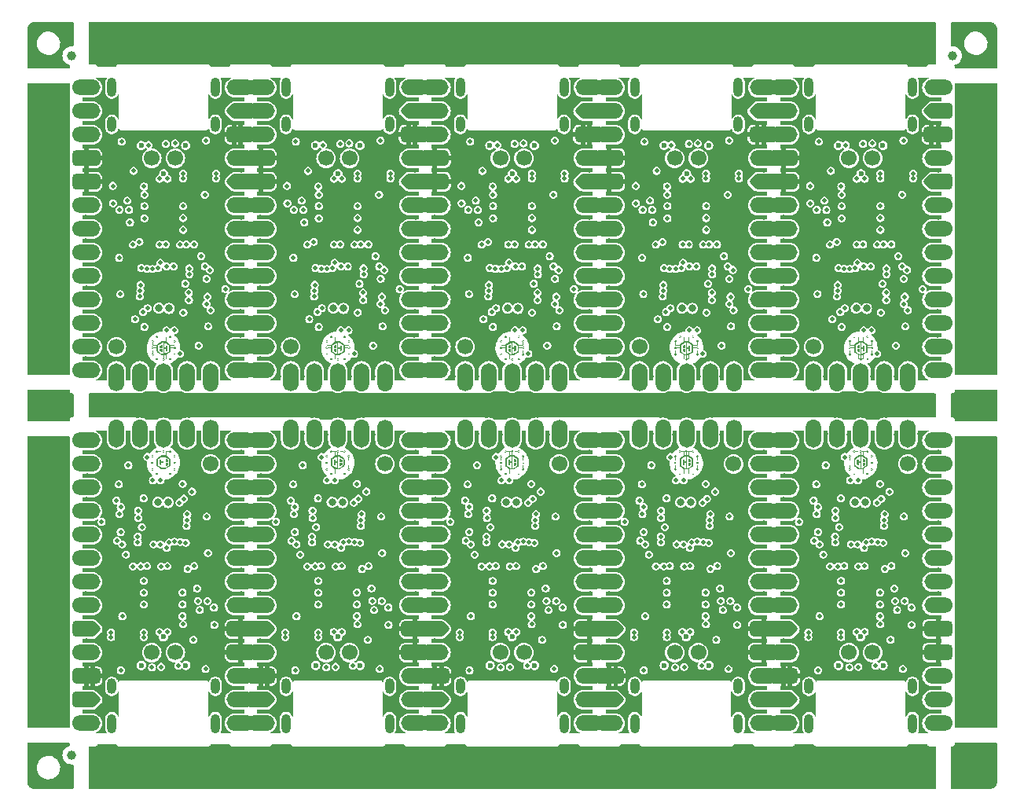
<source format=gbl>
G04 #@! TF.GenerationSoftware,KiCad,Pcbnew,7.0.0-da2b9df05c~165~ubuntu22.04.1*
G04 #@! TF.CreationDate,2023-05-29T12:25:44+00:00*
G04 #@! TF.ProjectId,helios-panel,68656c69-6f73-42d7-9061-6e656c2e6b69,rev1.0*
G04 #@! TF.SameCoordinates,Original*
G04 #@! TF.FileFunction,Copper,L4,Bot*
G04 #@! TF.FilePolarity,Positive*
%FSLAX46Y46*%
G04 Gerber Fmt 4.6, Leading zero omitted, Abs format (unit mm)*
G04 Created by KiCad (PCBNEW 7.0.0-da2b9df05c~165~ubuntu22.04.1) date 2023-05-29 12:25:44*
%MOMM*%
%LPD*%
G01*
G04 APERTURE LIST*
G04 Aperture macros list*
%AMRoundRect*
0 Rectangle with rounded corners*
0 $1 Rounding radius*
0 $2 $3 $4 $5 $6 $7 $8 $9 X,Y pos of 4 corners*
0 Add a 4 corners polygon primitive as box body*
4,1,4,$2,$3,$4,$5,$6,$7,$8,$9,$2,$3,0*
0 Add four circle primitives for the rounded corners*
1,1,$1+$1,$2,$3*
1,1,$1+$1,$4,$5*
1,1,$1+$1,$6,$7*
1,1,$1+$1,$8,$9*
0 Add four rect primitives between the rounded corners*
20,1,$1+$1,$2,$3,$4,$5,0*
20,1,$1+$1,$4,$5,$6,$7,0*
20,1,$1+$1,$6,$7,$8,$9,0*
20,1,$1+$1,$8,$9,$2,$3,0*%
G04 Aperture macros list end*
G04 #@! TA.AperFunction,EtchedComponent*
%ADD10C,0.001994*%
G04 #@! TD*
G04 #@! TA.AperFunction,CastellatedPad*
%ADD11C,1.700000*%
G04 #@! TD*
G04 #@! TA.AperFunction,ComponentPad*
%ADD12O,3.000000X1.700000*%
G04 #@! TD*
G04 #@! TA.AperFunction,CastellatedPad*
%ADD13RoundRect,0.425000X0.425000X0.425000X-0.425000X0.425000X-0.425000X-0.425000X0.425000X-0.425000X0*%
G04 #@! TD*
G04 #@! TA.AperFunction,ComponentPad*
%ADD14RoundRect,0.425000X-1.075000X-0.425000X1.075000X-0.425000X1.075000X0.425000X-1.075000X0.425000X0*%
G04 #@! TD*
G04 #@! TA.AperFunction,ComponentPad*
%ADD15O,1.700000X3.000000*%
G04 #@! TD*
G04 #@! TA.AperFunction,CastellatedPad*
%ADD16O,1.700000X1.700000*%
G04 #@! TD*
G04 #@! TA.AperFunction,ComponentPad*
%ADD17RoundRect,0.350000X0.000000X-0.494975X0.494975X0.000000X0.000000X0.494975X-0.494975X0.000000X0*%
G04 #@! TD*
G04 #@! TA.AperFunction,CastellatedPad*
%ADD18RoundRect,0.350000X-0.894755X-0.500000X0.894755X-0.500000X0.894755X0.500000X-0.894755X0.500000X0*%
G04 #@! TD*
G04 #@! TA.AperFunction,ComponentPad*
%ADD19RoundRect,0.425000X-0.425000X-0.425000X0.425000X-0.425000X0.425000X0.425000X-0.425000X0.425000X0*%
G04 #@! TD*
G04 #@! TA.AperFunction,CastellatedPad*
%ADD20RoundRect,0.425000X-1.075000X-0.425000X1.075000X-0.425000X1.075000X0.425000X-1.075000X0.425000X0*%
G04 #@! TD*
G04 #@! TA.AperFunction,CastellatedPad*
%ADD21RoundRect,0.350000X-0.902255X-0.500000X0.902255X-0.500000X0.902255X0.500000X-0.902255X0.500000X0*%
G04 #@! TD*
G04 #@! TA.AperFunction,ComponentPad*
%ADD22C,1.700000*%
G04 #@! TD*
G04 #@! TA.AperFunction,CastellatedPad*
%ADD23RoundRect,0.425000X-0.425000X-0.425000X0.425000X-0.425000X0.425000X0.425000X-0.425000X0.425000X0*%
G04 #@! TD*
G04 #@! TA.AperFunction,ComponentPad*
%ADD24RoundRect,0.425000X1.075000X0.425000X-1.075000X0.425000X-1.075000X-0.425000X1.075000X-0.425000X0*%
G04 #@! TD*
G04 #@! TA.AperFunction,ComponentPad*
%ADD25RoundRect,0.350000X0.000000X0.494975X-0.494975X0.000000X0.000000X-0.494975X0.494975X0.000000X0*%
G04 #@! TD*
G04 #@! TA.AperFunction,CastellatedPad*
%ADD26RoundRect,0.350000X0.894755X0.500000X-0.894755X0.500000X-0.894755X-0.500000X0.894755X-0.500000X0*%
G04 #@! TD*
G04 #@! TA.AperFunction,ComponentPad*
%ADD27RoundRect,0.425000X0.425000X0.425000X-0.425000X0.425000X-0.425000X-0.425000X0.425000X-0.425000X0*%
G04 #@! TD*
G04 #@! TA.AperFunction,CastellatedPad*
%ADD28RoundRect,0.425000X1.075000X0.425000X-1.075000X0.425000X-1.075000X-0.425000X1.075000X-0.425000X0*%
G04 #@! TD*
G04 #@! TA.AperFunction,CastellatedPad*
%ADD29RoundRect,0.350000X0.902255X0.500000X-0.902255X0.500000X-0.902255X-0.500000X0.902255X-0.500000X0*%
G04 #@! TD*
G04 #@! TA.AperFunction,ComponentPad*
%ADD30O,1.000000X1.700000*%
G04 #@! TD*
G04 #@! TA.AperFunction,ComponentPad*
%ADD31O,1.000000X2.100000*%
G04 #@! TD*
G04 #@! TA.AperFunction,SMDPad,CuDef*
%ADD32C,1.000000*%
G04 #@! TD*
G04 #@! TA.AperFunction,SMDPad,CuDef*
%ADD33C,0.800000*%
G04 #@! TD*
G04 #@! TA.AperFunction,ViaPad*
%ADD34C,0.460000*%
G04 #@! TD*
G04 #@! TA.AperFunction,ViaPad*
%ADD35C,0.600000*%
G04 #@! TD*
G04 APERTURE END LIST*
G04 #@! TO.C,REF\u002A\u002A*
G36*
X34072009Y35131636D02*
G01*
X33888366Y35046574D01*
X33888366Y35305085D01*
X34072009Y35305085D01*
X34072009Y35131636D01*
G37*
D10*
X34072009Y35131636D02*
X33888366Y35046574D01*
X33888366Y35305085D01*
X34072009Y35305085D01*
X34072009Y35131636D01*
G36*
X34072009Y35630716D02*
G01*
X34072009Y35457268D01*
X33888366Y35457268D01*
X33888366Y35717108D01*
X34072009Y35630716D01*
G37*
X34072009Y35630716D02*
X34072009Y35457268D01*
X33888366Y35457268D01*
X33888366Y35717108D01*
X34072009Y35630716D01*
G36*
X33543007Y36560667D02*
G01*
X33593250Y36560667D01*
X33593402Y36556082D01*
X33593855Y36551555D01*
X33594600Y36547095D01*
X33595631Y36542718D01*
X33596940Y36538434D01*
X33598521Y36534256D01*
X33600365Y36530198D01*
X33602466Y36526271D01*
X33604817Y36522488D01*
X33607409Y36518861D01*
X33610237Y36515404D01*
X33613292Y36512128D01*
X33616568Y36509046D01*
X33620057Y36506171D01*
X33623752Y36503516D01*
X33627646Y36501091D01*
X33631692Y36498931D01*
X33635840Y36497059D01*
X33640074Y36495475D01*
X33644381Y36494179D01*
X33648745Y36493171D01*
X33653153Y36492451D01*
X33657590Y36492019D01*
X33662042Y36491875D01*
X33666493Y36492019D01*
X33670930Y36492451D01*
X33675338Y36493171D01*
X33679703Y36494179D01*
X33684009Y36495475D01*
X33688244Y36497059D01*
X33692391Y36498931D01*
X33696437Y36501091D01*
X33698409Y36502274D01*
X33700331Y36503516D01*
X33702204Y36504815D01*
X33704026Y36506171D01*
X33705797Y36507582D01*
X33707515Y36509046D01*
X33709180Y36510562D01*
X33710791Y36512128D01*
X33712347Y36513743D01*
X33713846Y36515404D01*
X33715289Y36517111D01*
X33716674Y36518861D01*
X33718000Y36520654D01*
X33719267Y36522488D01*
X33720472Y36524361D01*
X33721617Y36526271D01*
X33722699Y36528217D01*
X33723718Y36530198D01*
X33724673Y36532212D01*
X33725562Y36534256D01*
X33726386Y36536331D01*
X33727143Y36538434D01*
X33727832Y36540563D01*
X33728452Y36542718D01*
X33729003Y36544896D01*
X33729483Y36547095D01*
X33729892Y36549316D01*
X33730228Y36551555D01*
X33730492Y36553811D01*
X33730681Y36556082D01*
X33730795Y36558368D01*
X33730833Y36560667D01*
X33730681Y36565251D01*
X33730228Y36569779D01*
X33729483Y36574238D01*
X33728452Y36578616D01*
X33727143Y36582899D01*
X33725562Y36587077D01*
X33723718Y36591135D01*
X33721617Y36595063D01*
X33719267Y36598846D01*
X33716674Y36602472D01*
X33713846Y36605930D01*
X33710791Y36609205D01*
X33707515Y36612287D01*
X33704026Y36615162D01*
X33700331Y36617818D01*
X33696437Y36620242D01*
X33692391Y36622402D01*
X33688244Y36624274D01*
X33684009Y36625858D01*
X33679703Y36627154D01*
X33675338Y36628162D01*
X33670930Y36628882D01*
X33666493Y36629315D01*
X33662042Y36629459D01*
X33657590Y36629315D01*
X33653153Y36628882D01*
X33648745Y36628162D01*
X33644381Y36627154D01*
X33640074Y36625858D01*
X33635840Y36624274D01*
X33631692Y36622402D01*
X33627646Y36620242D01*
X33625675Y36619060D01*
X33623752Y36617818D01*
X33621879Y36616518D01*
X33620057Y36615162D01*
X33618286Y36613751D01*
X33616568Y36612287D01*
X33614903Y36610771D01*
X33613292Y36609205D01*
X33611737Y36607591D01*
X33610237Y36605930D01*
X33608794Y36604223D01*
X33607409Y36602472D01*
X33606083Y36600679D01*
X33604817Y36598846D01*
X33603611Y36596973D01*
X33602466Y36595063D01*
X33601384Y36593116D01*
X33600365Y36591135D01*
X33599411Y36589122D01*
X33598521Y36587077D01*
X33597697Y36585002D01*
X33596940Y36582899D01*
X33596251Y36580770D01*
X33595631Y36578616D01*
X33595080Y36576438D01*
X33594600Y36574238D01*
X33594191Y36572018D01*
X33593855Y36569779D01*
X33593592Y36567523D01*
X33593402Y36565251D01*
X33593288Y36562965D01*
X33593250Y36560667D01*
X33543007Y36560667D01*
X33542997Y36565271D01*
X33543240Y36570734D01*
X33543743Y36576228D01*
X33544502Y36581694D01*
X33545507Y36587069D01*
X33546752Y36592349D01*
X33548229Y36597528D01*
X33549934Y36602600D01*
X33551860Y36607561D01*
X33554001Y36612404D01*
X33556351Y36617125D01*
X33558903Y36621717D01*
X33561652Y36626176D01*
X33564592Y36630495D01*
X33567715Y36634670D01*
X33571017Y36638694D01*
X33574490Y36642563D01*
X33578129Y36646271D01*
X33581928Y36649812D01*
X33585880Y36653180D01*
X33589979Y36656371D01*
X33594220Y36659379D01*
X33598596Y36662199D01*
X33603100Y36664824D01*
X33607727Y36667250D01*
X33612471Y36669471D01*
X33617325Y36671481D01*
X33622284Y36673276D01*
X33627340Y36674849D01*
X33632489Y36676195D01*
X33637723Y36677308D01*
X33643037Y36678184D01*
X33648425Y36678816D01*
X33653880Y36679199D01*
X33659396Y36679328D01*
X33664912Y36679199D01*
X33670367Y36678816D01*
X33675754Y36678184D01*
X33681068Y36677308D01*
X33686303Y36676195D01*
X33691451Y36674849D01*
X33696508Y36673276D01*
X33701466Y36671481D01*
X33706320Y36669471D01*
X33711064Y36667250D01*
X33715691Y36664824D01*
X33720196Y36662199D01*
X33724571Y36659379D01*
X33728812Y36656371D01*
X33732911Y36653180D01*
X33736864Y36649812D01*
X33740662Y36646271D01*
X33744302Y36642563D01*
X33747775Y36638694D01*
X33751076Y36634670D01*
X33754200Y36630495D01*
X33757139Y36626176D01*
X33759888Y36621717D01*
X33762440Y36617125D01*
X33764790Y36612404D01*
X33766931Y36607561D01*
X33768857Y36602600D01*
X33770562Y36597528D01*
X33772040Y36592349D01*
X33773284Y36587069D01*
X33774289Y36581694D01*
X33775048Y36576228D01*
X33775551Y36570734D01*
X33775794Y36565271D01*
X33775782Y36559846D01*
X33775520Y36554467D01*
X33775013Y36549140D01*
X33774265Y36543871D01*
X33773281Y36538668D01*
X33772065Y36533537D01*
X33770623Y36528484D01*
X33768960Y36523518D01*
X33767079Y36518643D01*
X33764986Y36513868D01*
X33762685Y36509199D01*
X33760182Y36504642D01*
X33757481Y36500204D01*
X33754586Y36495893D01*
X33751503Y36491714D01*
X33748236Y36487674D01*
X33744790Y36483781D01*
X33741170Y36480041D01*
X33737380Y36476461D01*
X33733425Y36473047D01*
X33729310Y36469806D01*
X33725040Y36466745D01*
X33720619Y36463870D01*
X33716052Y36461189D01*
X33711345Y36458709D01*
X33706500Y36456435D01*
X33701524Y36454374D01*
X33696422Y36452534D01*
X33691197Y36450921D01*
X33685854Y36449542D01*
X33685854Y36139979D01*
X33690707Y36141840D01*
X33693069Y36142677D01*
X33695404Y36143452D01*
X33697723Y36144165D01*
X33700039Y36144816D01*
X33702363Y36145405D01*
X33704706Y36145932D01*
X33707080Y36146397D01*
X33709496Y36146800D01*
X33711967Y36147142D01*
X33714503Y36147421D01*
X33717118Y36147638D01*
X33719821Y36147793D01*
X33722625Y36147886D01*
X33725542Y36147917D01*
X33734532Y36148286D01*
X33743639Y36148392D01*
X33752854Y36148219D01*
X33762170Y36147751D01*
X33771579Y36146974D01*
X33781073Y36145870D01*
X33790645Y36144426D01*
X33800286Y36142625D01*
X33809990Y36140452D01*
X33819748Y36137892D01*
X33829552Y36134928D01*
X33839395Y36131546D01*
X33849269Y36127729D01*
X33859166Y36123463D01*
X33869079Y36118733D01*
X33879000Y36113521D01*
X33908104Y36095000D01*
X33908104Y36531562D01*
X33908135Y36533043D01*
X33908227Y36534505D01*
X33908335Y36535531D01*
X34308948Y36535531D01*
X34309095Y36530994D01*
X34309535Y36526472D01*
X34310269Y36521979D01*
X34311296Y36517531D01*
X34312617Y36513141D01*
X34314232Y36508825D01*
X34316140Y36504598D01*
X34318341Y36500474D01*
X34319547Y36498465D01*
X34320812Y36496505D01*
X34322137Y36494596D01*
X34323519Y36492739D01*
X34324957Y36490934D01*
X34326449Y36489183D01*
X34327994Y36487486D01*
X34329590Y36485844D01*
X34331236Y36484259D01*
X34332929Y36482730D01*
X34334669Y36481260D01*
X34336453Y36479848D01*
X34338280Y36478497D01*
X34340149Y36477206D01*
X34342058Y36475977D01*
X34344005Y36474810D01*
X34345989Y36473707D01*
X34348008Y36472669D01*
X34350060Y36471696D01*
X34352144Y36470789D01*
X34354259Y36469950D01*
X34356402Y36469178D01*
X34358572Y36468476D01*
X34360768Y36467844D01*
X34362988Y36467282D01*
X34365230Y36466793D01*
X34367493Y36466376D01*
X34369775Y36466033D01*
X34372075Y36465765D01*
X34374390Y36465572D01*
X34376720Y36465456D01*
X34379062Y36465417D01*
X34383735Y36465572D01*
X34388350Y36466033D01*
X34392895Y36466793D01*
X34397357Y36467844D01*
X34401723Y36469178D01*
X34405981Y36470789D01*
X34410117Y36472669D01*
X34414120Y36474810D01*
X34417975Y36477206D01*
X34421672Y36479848D01*
X34425196Y36482730D01*
X34428534Y36485844D01*
X34431675Y36489183D01*
X34434606Y36492739D01*
X34437313Y36496505D01*
X34439783Y36500474D01*
X34441985Y36504598D01*
X34443893Y36508825D01*
X34445508Y36513141D01*
X34446829Y36517531D01*
X34447856Y36521979D01*
X34448590Y36526472D01*
X34449030Y36530994D01*
X34449177Y36535531D01*
X34449030Y36540068D01*
X34448590Y36544591D01*
X34447856Y36549083D01*
X34446829Y36553532D01*
X34445508Y36557921D01*
X34443893Y36562237D01*
X34441985Y36566464D01*
X34439783Y36570589D01*
X34438578Y36572598D01*
X34437313Y36574557D01*
X34435988Y36576466D01*
X34434606Y36578323D01*
X34433168Y36580128D01*
X34431675Y36581879D01*
X34430130Y36583577D01*
X34428534Y36585218D01*
X34426889Y36586804D01*
X34425196Y36588332D01*
X34423456Y36589803D01*
X34421672Y36591214D01*
X34419844Y36592566D01*
X34417975Y36593857D01*
X34416067Y36595086D01*
X34414120Y36596252D01*
X34412136Y36597355D01*
X34410117Y36598394D01*
X34408065Y36599367D01*
X34405981Y36600274D01*
X34403866Y36601113D01*
X34401723Y36601884D01*
X34399552Y36602587D01*
X34397357Y36603219D01*
X34395137Y36603780D01*
X34392895Y36604270D01*
X34390632Y36604686D01*
X34388350Y36605029D01*
X34386050Y36605298D01*
X34383735Y36605491D01*
X34381405Y36605607D01*
X34379062Y36605646D01*
X34374390Y36605491D01*
X34369775Y36605029D01*
X34365230Y36604270D01*
X34360768Y36603219D01*
X34356402Y36601884D01*
X34352144Y36600274D01*
X34348008Y36598394D01*
X34344005Y36596252D01*
X34340149Y36593857D01*
X34336453Y36591214D01*
X34332929Y36588332D01*
X34329590Y36585218D01*
X34326449Y36581879D01*
X34323519Y36578323D01*
X34320812Y36574557D01*
X34318341Y36570589D01*
X34316140Y36566464D01*
X34314232Y36562237D01*
X34312617Y36557921D01*
X34311296Y36553532D01*
X34310269Y36549083D01*
X34309535Y36544591D01*
X34309095Y36540068D01*
X34308948Y36535531D01*
X33908335Y36535531D01*
X33908379Y36535949D01*
X33908590Y36537371D01*
X33908859Y36538770D01*
X33909185Y36540143D01*
X33909568Y36541490D01*
X33910006Y36542807D01*
X33910498Y36544094D01*
X33911043Y36545347D01*
X33911641Y36546566D01*
X33912290Y36547748D01*
X33912989Y36548891D01*
X33913738Y36549993D01*
X33914535Y36551053D01*
X33915380Y36552068D01*
X33916271Y36553036D01*
X33917208Y36553956D01*
X33918190Y36554826D01*
X33919214Y36555644D01*
X33920282Y36556407D01*
X33921391Y36557114D01*
X33922541Y36557763D01*
X33923731Y36558352D01*
X33924959Y36558878D01*
X33926226Y36559341D01*
X33927529Y36559738D01*
X33928868Y36560067D01*
X33930241Y36560327D01*
X33931649Y36560514D01*
X33933090Y36560628D01*
X33934562Y36560667D01*
X34265292Y36560667D01*
X34266671Y36566009D01*
X34268284Y36571234D01*
X34270124Y36576337D01*
X34272184Y36581313D01*
X34274458Y36586157D01*
X34276939Y36590865D01*
X34279620Y36595432D01*
X34282495Y36599853D01*
X34285556Y36604123D01*
X34288796Y36608238D01*
X34292211Y36612193D01*
X34295791Y36615983D01*
X34299531Y36619603D01*
X34303424Y36623049D01*
X34307464Y36626316D01*
X34311642Y36629399D01*
X34315954Y36632294D01*
X34320392Y36634995D01*
X34324949Y36637498D01*
X34329618Y36639799D01*
X34334393Y36641892D01*
X34339268Y36643772D01*
X34344234Y36645436D01*
X34349287Y36646878D01*
X34354418Y36648093D01*
X34359621Y36649077D01*
X34364890Y36649826D01*
X34370217Y36650333D01*
X34375596Y36650595D01*
X34381021Y36650607D01*
X34386484Y36650364D01*
X34391978Y36649861D01*
X34397443Y36649102D01*
X34402819Y36648097D01*
X34408098Y36646853D01*
X34413277Y36645375D01*
X34418350Y36643670D01*
X34423311Y36641744D01*
X34428154Y36639603D01*
X34432875Y36637253D01*
X34437467Y36634701D01*
X34441926Y36631952D01*
X34446245Y36629012D01*
X34450420Y36625889D01*
X34454444Y36622588D01*
X34458313Y36619114D01*
X34462020Y36615475D01*
X34465561Y36611676D01*
X34468930Y36607724D01*
X34472121Y36603625D01*
X34475129Y36599384D01*
X34477949Y36595008D01*
X34480574Y36590504D01*
X34483000Y36585877D01*
X34485221Y36581133D01*
X34487231Y36576279D01*
X34489026Y36571320D01*
X34490599Y36566264D01*
X34491945Y36561115D01*
X34493058Y36555881D01*
X34493934Y36550567D01*
X34494566Y36545179D01*
X34494949Y36539724D01*
X34495078Y36534208D01*
X34494949Y36528692D01*
X34494566Y36523237D01*
X34493934Y36517850D01*
X34493058Y36512536D01*
X34491945Y36507302D01*
X34490599Y36502153D01*
X34489026Y36497096D01*
X34487231Y36492138D01*
X34485221Y36487284D01*
X34483000Y36482540D01*
X34480574Y36477913D01*
X34477949Y36473408D01*
X34475129Y36469033D01*
X34472121Y36464792D01*
X34468930Y36460693D01*
X34465561Y36456740D01*
X34462020Y36452942D01*
X34458313Y36449303D01*
X34454444Y36445829D01*
X34450420Y36442528D01*
X34446245Y36439404D01*
X34441926Y36436465D01*
X34437467Y36433716D01*
X34432875Y36431164D01*
X34428154Y36428814D01*
X34423311Y36426673D01*
X34418350Y36424747D01*
X34413277Y36423042D01*
X34408098Y36421564D01*
X34402819Y36420320D01*
X34397443Y36419315D01*
X34391978Y36418556D01*
X34386484Y36418053D01*
X34381021Y36417810D01*
X34375596Y36417822D01*
X34370217Y36418084D01*
X34364890Y36418591D01*
X34359621Y36419339D01*
X34354418Y36420324D01*
X34349287Y36421539D01*
X34344234Y36422981D01*
X34339268Y36424645D01*
X34334393Y36426525D01*
X34329618Y36428618D01*
X34324949Y36430919D01*
X34320392Y36433422D01*
X34315954Y36436123D01*
X34311642Y36439018D01*
X34307464Y36442101D01*
X34303424Y36445368D01*
X34299531Y36448814D01*
X34295791Y36452434D01*
X34292211Y36456224D01*
X34288796Y36460179D01*
X34285556Y36464294D01*
X34282495Y36468564D01*
X34279620Y36472985D01*
X34276939Y36477552D01*
X34274458Y36482260D01*
X34272184Y36487104D01*
X34270124Y36492080D01*
X34268284Y36497183D01*
X34266671Y36502408D01*
X34265292Y36507750D01*
X33961021Y36507750D01*
X33961021Y36065896D01*
X34265292Y35888625D01*
X34280324Y35879935D01*
X34294644Y35870698D01*
X34308219Y35860865D01*
X34321019Y35850384D01*
X34327119Y35844886D01*
X34333014Y35839206D01*
X34338699Y35833340D01*
X34344170Y35827280D01*
X34349425Y35821021D01*
X34354459Y35814555D01*
X34359268Y35807878D01*
X34363849Y35800982D01*
X34368197Y35793861D01*
X34372308Y35786509D01*
X34376180Y35778920D01*
X34379807Y35771087D01*
X34383186Y35763004D01*
X34386313Y35754665D01*
X34389184Y35746063D01*
X34391795Y35737192D01*
X34394144Y35728047D01*
X34396224Y35718619D01*
X34398033Y35708904D01*
X34399568Y35698895D01*
X34400823Y35688586D01*
X34401795Y35677969D01*
X34402480Y35667040D01*
X34402875Y35655792D01*
X34402875Y35618750D01*
X34812979Y35618750D01*
X34812979Y35930958D01*
X34807713Y35932604D01*
X34802576Y35934477D01*
X34797573Y35936571D01*
X34792707Y35938879D01*
X34787984Y35941393D01*
X34783407Y35944107D01*
X34778981Y35947013D01*
X34774710Y35950105D01*
X34770599Y35953376D01*
X34766653Y35956819D01*
X34762874Y35960427D01*
X34759269Y35964193D01*
X34755842Y35968110D01*
X34752595Y35972170D01*
X34749536Y35976368D01*
X34746666Y35980696D01*
X34743992Y35985147D01*
X34741517Y35989714D01*
X34739245Y35994390D01*
X34737182Y35999169D01*
X34735331Y36004042D01*
X34733698Y36009004D01*
X34732285Y36014048D01*
X34731098Y36019165D01*
X34730142Y36024350D01*
X34729420Y36029596D01*
X34728936Y36034895D01*
X34728697Y36040241D01*
X34728699Y36042083D01*
X34773291Y36042083D01*
X34773435Y36037632D01*
X34773868Y36033195D01*
X34774588Y36028787D01*
X34775596Y36024422D01*
X34776892Y36020116D01*
X34778476Y36015881D01*
X34780348Y36011734D01*
X34782508Y36007688D01*
X34783690Y36005716D01*
X34784932Y36003794D01*
X34786232Y36001921D01*
X34787588Y36000099D01*
X34788999Y35998328D01*
X34790463Y35996610D01*
X34791979Y35994945D01*
X34793545Y35993334D01*
X34795159Y35991778D01*
X34796820Y35990279D01*
X34798527Y35988836D01*
X34800278Y35987451D01*
X34802071Y35986125D01*
X34803904Y35984858D01*
X34805777Y35983653D01*
X34807687Y35982508D01*
X34809634Y35981426D01*
X34811614Y35980407D01*
X34813628Y35979452D01*
X34815673Y35978563D01*
X34817748Y35977739D01*
X34819850Y35976982D01*
X34821980Y35976293D01*
X34824134Y35975673D01*
X34826312Y35975122D01*
X34828512Y35974642D01*
X34830732Y35974233D01*
X34832971Y35973897D01*
X34835227Y35973633D01*
X34837499Y35973444D01*
X34839785Y35973330D01*
X34842083Y35973292D01*
X34846667Y35973444D01*
X34851195Y35973897D01*
X34855654Y35974642D01*
X34860032Y35975673D01*
X34864316Y35976982D01*
X34868493Y35978563D01*
X34872552Y35980407D01*
X34876479Y35982508D01*
X34880262Y35984858D01*
X34883889Y35987451D01*
X34887346Y35990279D01*
X34890622Y35993334D01*
X34893704Y35996610D01*
X34896579Y36000099D01*
X34899234Y36003794D01*
X34901659Y36007688D01*
X34903819Y36011734D01*
X34905691Y36015881D01*
X34907275Y36020116D01*
X34908571Y36024422D01*
X34909579Y36028787D01*
X34910299Y36033195D01*
X34910731Y36037632D01*
X34910875Y36042083D01*
X34910731Y36046535D01*
X34910299Y36050972D01*
X34909579Y36055380D01*
X34908571Y36059744D01*
X34907275Y36064051D01*
X34905691Y36068285D01*
X34903819Y36072433D01*
X34901659Y36076479D01*
X34900476Y36078450D01*
X34899234Y36080373D01*
X34897935Y36082246D01*
X34896579Y36084068D01*
X34895168Y36085839D01*
X34893704Y36087557D01*
X34892188Y36089222D01*
X34890622Y36090833D01*
X34889007Y36092389D01*
X34887346Y36093888D01*
X34885639Y36095331D01*
X34883889Y36096716D01*
X34882096Y36098042D01*
X34880262Y36099308D01*
X34878389Y36100514D01*
X34876479Y36101659D01*
X34874533Y36102741D01*
X34872552Y36103760D01*
X34870538Y36104714D01*
X34868493Y36105604D01*
X34866419Y36106428D01*
X34864316Y36107185D01*
X34862187Y36107874D01*
X34860032Y36108494D01*
X34857854Y36109045D01*
X34855654Y36109525D01*
X34853434Y36109934D01*
X34851195Y36110270D01*
X34848939Y36110533D01*
X34846667Y36110723D01*
X34844382Y36110837D01*
X34842083Y36110875D01*
X34837499Y36110723D01*
X34832971Y36110270D01*
X34828512Y36109525D01*
X34824134Y36108494D01*
X34819850Y36107185D01*
X34815673Y36105604D01*
X34811614Y36103760D01*
X34807687Y36101659D01*
X34803904Y36099308D01*
X34800278Y36096716D01*
X34796820Y36093888D01*
X34793545Y36090833D01*
X34790463Y36087557D01*
X34787588Y36084068D01*
X34784932Y36080373D01*
X34782508Y36076479D01*
X34780348Y36072433D01*
X34778476Y36068285D01*
X34776892Y36064051D01*
X34775596Y36059744D01*
X34774588Y36055380D01*
X34773868Y36050972D01*
X34773435Y36046535D01*
X34773291Y36042083D01*
X34728699Y36042083D01*
X34728704Y36045626D01*
X34728964Y36051043D01*
X34729481Y36056487D01*
X34730258Y36061949D01*
X34731290Y36067368D01*
X34732562Y36072686D01*
X34734069Y36077896D01*
X34735804Y36082994D01*
X34737761Y36087975D01*
X34739933Y36092832D01*
X34742313Y36097562D01*
X34744896Y36102159D01*
X34747675Y36106617D01*
X34750643Y36110932D01*
X34753794Y36115099D01*
X34757122Y36119111D01*
X34760621Y36122965D01*
X34764283Y36126655D01*
X34768103Y36130176D01*
X34772073Y36133522D01*
X34776189Y36136688D01*
X34780442Y36139670D01*
X34784827Y36142462D01*
X34789338Y36145059D01*
X34793968Y36147456D01*
X34798710Y36149647D01*
X34803558Y36151628D01*
X34808506Y36153393D01*
X34813548Y36154937D01*
X34818676Y36156255D01*
X34823885Y36157342D01*
X34829168Y36158193D01*
X34834518Y36158802D01*
X34839930Y36159164D01*
X34845397Y36159275D01*
X34850912Y36159128D01*
X34856414Y36158724D01*
X34861842Y36158069D01*
X34867191Y36157168D01*
X34872454Y36156028D01*
X34877626Y36154655D01*
X34882700Y36153054D01*
X34887672Y36151231D01*
X34892534Y36149192D01*
X34897281Y36146942D01*
X34901908Y36144487D01*
X34906408Y36141834D01*
X34910775Y36138987D01*
X34915004Y36135953D01*
X34919089Y36132738D01*
X34923024Y36129346D01*
X34926803Y36125785D01*
X34930420Y36122060D01*
X34933870Y36118176D01*
X34937146Y36114139D01*
X34940242Y36109955D01*
X34943153Y36105631D01*
X34945873Y36101171D01*
X34948396Y36096581D01*
X34950717Y36091868D01*
X34952828Y36087036D01*
X34954725Y36082093D01*
X34956401Y36077043D01*
X34957851Y36071892D01*
X34959069Y36066646D01*
X34960049Y36061312D01*
X34960784Y36055893D01*
X34961270Y36050398D01*
X34961499Y36044886D01*
X34961470Y36039418D01*
X34961188Y36034001D01*
X34960659Y36028642D01*
X34959887Y36023347D01*
X34958877Y36018123D01*
X34957636Y36012976D01*
X34956167Y36007912D01*
X34954475Y36002938D01*
X34952567Y35998061D01*
X34950446Y35993287D01*
X34948118Y35988622D01*
X34945589Y35984073D01*
X34942862Y35979647D01*
X34939944Y35975349D01*
X34936839Y35971187D01*
X34933552Y35967167D01*
X34930089Y35963296D01*
X34926454Y35959579D01*
X34922652Y35956024D01*
X34918690Y35952636D01*
X34914571Y35949424D01*
X34910300Y35946391D01*
X34905883Y35943547D01*
X34901326Y35940896D01*
X34896632Y35938445D01*
X34891807Y35936202D01*
X34886856Y35934171D01*
X34881785Y35932361D01*
X34876597Y35930776D01*
X34871299Y35929425D01*
X34865895Y35928313D01*
X34865896Y35928313D01*
X34865896Y35592292D01*
X34865857Y35590819D01*
X34865743Y35589378D01*
X34865556Y35587971D01*
X34865296Y35586597D01*
X34864967Y35585258D01*
X34864570Y35583955D01*
X34864107Y35582689D01*
X34863581Y35581460D01*
X34862992Y35580271D01*
X34862343Y35579121D01*
X34861636Y35578011D01*
X34860873Y35576944D01*
X34860055Y35575919D01*
X34859185Y35574937D01*
X34858265Y35574001D01*
X34857297Y35573109D01*
X34856282Y35572265D01*
X34855222Y35571467D01*
X34854120Y35570719D01*
X34852977Y35570019D01*
X34851795Y35569370D01*
X34850576Y35568773D01*
X34849323Y35568227D01*
X34848036Y35567735D01*
X34846719Y35567297D01*
X34845372Y35566915D01*
X34843999Y35566588D01*
X34842600Y35566319D01*
X34841178Y35566108D01*
X34839734Y35565956D01*
X34838272Y35565864D01*
X34836791Y35565833D01*
X34402875Y35565833D01*
X34405521Y35359458D01*
X34754771Y35359458D01*
X34756416Y35364724D01*
X34758290Y35369861D01*
X34760384Y35374865D01*
X34762691Y35379730D01*
X34765205Y35384454D01*
X34767919Y35389031D01*
X34770825Y35393457D01*
X34773918Y35397727D01*
X34777189Y35401838D01*
X34780632Y35405785D01*
X34784240Y35409563D01*
X34788005Y35413168D01*
X34791922Y35416596D01*
X34795983Y35419842D01*
X34800180Y35422902D01*
X34804508Y35425771D01*
X34808959Y35428446D01*
X34813526Y35430921D01*
X34818202Y35433192D01*
X34822981Y35435255D01*
X34827855Y35437106D01*
X34832817Y35438740D01*
X34837860Y35440152D01*
X34842978Y35441339D01*
X34848163Y35442296D01*
X34853408Y35443018D01*
X34858707Y35443501D01*
X34864053Y35443741D01*
X34869438Y35443733D01*
X34874856Y35443473D01*
X34880299Y35442957D01*
X34885761Y35442180D01*
X34891181Y35441148D01*
X34896498Y35439875D01*
X34901709Y35438368D01*
X34906807Y35436633D01*
X34911787Y35434677D01*
X34916645Y35432505D01*
X34921374Y35430124D01*
X34925971Y35427542D01*
X34930429Y35424763D01*
X34934744Y35421795D01*
X34938911Y35418643D01*
X34942924Y35415315D01*
X34946778Y35411817D01*
X34950467Y35408154D01*
X34953988Y35404335D01*
X34957334Y35400364D01*
X34960501Y35396249D01*
X34963483Y35391995D01*
X34966275Y35387610D01*
X34968871Y35383099D01*
X34971268Y35378470D01*
X34973460Y35373727D01*
X34975440Y35368879D01*
X34977205Y35363931D01*
X34978750Y35358889D01*
X34980068Y35353761D01*
X34981155Y35348552D01*
X34982005Y35343269D01*
X34982614Y35337919D01*
X34982977Y35332507D01*
X34983087Y35327040D01*
X34982940Y35321525D01*
X34982536Y35316023D01*
X34981881Y35310595D01*
X34980981Y35305246D01*
X34979841Y35299983D01*
X34978468Y35294811D01*
X34976866Y35289737D01*
X34975043Y35284766D01*
X34973004Y35279904D01*
X34970754Y35275156D01*
X34968300Y35270530D01*
X34965646Y35266030D01*
X34962800Y35261662D01*
X34959766Y35257433D01*
X34956550Y35253348D01*
X34953159Y35249413D01*
X34949597Y35245634D01*
X34945872Y35242017D01*
X34941988Y35238568D01*
X34937951Y35235292D01*
X34933768Y35232195D01*
X34929443Y35229284D01*
X34924983Y35226564D01*
X34920393Y35224041D01*
X34915680Y35221721D01*
X34910849Y35219609D01*
X34905905Y35217713D01*
X34900855Y35216036D01*
X34895704Y35214586D01*
X34890459Y35213369D01*
X34885124Y35212389D01*
X34879706Y35211653D01*
X34874210Y35211167D01*
X34868698Y35210938D01*
X34863230Y35210968D01*
X34857814Y35211249D01*
X34852455Y35211779D01*
X34847160Y35212551D01*
X34841935Y35213560D01*
X34836788Y35214802D01*
X34831724Y35216271D01*
X34826750Y35217962D01*
X34821873Y35219871D01*
X34817099Y35221991D01*
X34812434Y35224319D01*
X34807885Y35226848D01*
X34803459Y35229575D01*
X34799162Y35232493D01*
X34795000Y35235598D01*
X34790980Y35238885D01*
X34787108Y35242348D01*
X34783391Y35245983D01*
X34779836Y35249785D01*
X34776449Y35253748D01*
X34773236Y35257867D01*
X34770204Y35262137D01*
X34767359Y35266554D01*
X34764708Y35271112D01*
X34762258Y35275805D01*
X34760014Y35280630D01*
X34757983Y35285581D01*
X34756173Y35290653D01*
X34754589Y35295840D01*
X34753237Y35301138D01*
X34752125Y35306542D01*
X34405521Y35306542D01*
X34408167Y35121333D01*
X34405521Y35084292D01*
X34836791Y35084292D01*
X34838272Y35084261D01*
X34839734Y35084169D01*
X34841178Y35084017D01*
X34842600Y35083806D01*
X34843999Y35083537D01*
X34845372Y35083210D01*
X34846719Y35082828D01*
X34848036Y35082390D01*
X34849323Y35081898D01*
X34850576Y35081353D01*
X34851795Y35080755D01*
X34852977Y35080106D01*
X34854120Y35079407D01*
X34855222Y35078658D01*
X34856282Y35077861D01*
X34857297Y35077016D01*
X34858265Y35076125D01*
X34859185Y35075188D01*
X34860055Y35074206D01*
X34860873Y35073181D01*
X34861636Y35072114D01*
X34862343Y35071004D01*
X34862992Y35069855D01*
X34863581Y35068665D01*
X34864107Y35067436D01*
X34864570Y35066170D01*
X34864967Y35064867D01*
X34865296Y35063528D01*
X34865556Y35062154D01*
X34865743Y35060747D01*
X34865857Y35059306D01*
X34865896Y35057833D01*
X34865896Y34729750D01*
X34871299Y34728638D01*
X34876597Y34727286D01*
X34881785Y34725702D01*
X34886856Y34723892D01*
X34891807Y34721861D01*
X34896632Y34719617D01*
X34901326Y34717167D01*
X34905884Y34714516D01*
X34910300Y34711671D01*
X34914571Y34708639D01*
X34918690Y34705426D01*
X34922653Y34702039D01*
X34926454Y34698484D01*
X34930089Y34694767D01*
X34933552Y34690895D01*
X34936839Y34686875D01*
X34939944Y34682713D01*
X34942862Y34678416D01*
X34945589Y34673990D01*
X34948119Y34669441D01*
X34950446Y34664776D01*
X34952567Y34660002D01*
X34954475Y34655125D01*
X34956167Y34650151D01*
X34957636Y34645087D01*
X34958877Y34639940D01*
X34959887Y34634715D01*
X34960659Y34629420D01*
X34961188Y34624061D01*
X34961470Y34618645D01*
X34961499Y34613177D01*
X34961270Y34607665D01*
X34960784Y34602169D01*
X34960049Y34596751D01*
X34959069Y34591416D01*
X34957851Y34586171D01*
X34956401Y34581020D01*
X34954725Y34575970D01*
X34952828Y34571027D01*
X34950717Y34566195D01*
X34948396Y34561482D01*
X34945873Y34556892D01*
X34943153Y34552432D01*
X34940242Y34548107D01*
X34937146Y34543924D01*
X34933870Y34539887D01*
X34930420Y34536003D01*
X34926803Y34532278D01*
X34923024Y34528716D01*
X34919089Y34525325D01*
X34915004Y34522109D01*
X34910775Y34519076D01*
X34906408Y34516229D01*
X34901908Y34513575D01*
X34897281Y34511121D01*
X34892534Y34508871D01*
X34887672Y34506832D01*
X34882700Y34505009D01*
X34877626Y34503408D01*
X34872454Y34502034D01*
X34867191Y34500895D01*
X34861842Y34499994D01*
X34856414Y34499339D01*
X34850912Y34498935D01*
X34845397Y34498788D01*
X34839930Y34498899D01*
X34834518Y34499261D01*
X34829168Y34499870D01*
X34823885Y34500720D01*
X34818676Y34501807D01*
X34813548Y34503126D01*
X34808506Y34504670D01*
X34803558Y34506435D01*
X34798710Y34508416D01*
X34793968Y34510607D01*
X34789338Y34513004D01*
X34784827Y34515601D01*
X34780442Y34518393D01*
X34776189Y34521374D01*
X34772073Y34524541D01*
X34768103Y34527887D01*
X34764283Y34531408D01*
X34760621Y34535098D01*
X34757122Y34538951D01*
X34753794Y34542964D01*
X34750643Y34547131D01*
X34747675Y34551446D01*
X34744896Y34555904D01*
X34742313Y34560501D01*
X34739933Y34565230D01*
X34737761Y34570088D01*
X34735804Y34575069D01*
X34734069Y34580166D01*
X34732562Y34585377D01*
X34731290Y34590694D01*
X34730258Y34596114D01*
X34729481Y34601576D01*
X34728964Y34607019D01*
X34728704Y34612437D01*
X34728699Y34615979D01*
X34770646Y34615979D01*
X34770801Y34611307D01*
X34771262Y34606692D01*
X34772022Y34602147D01*
X34773073Y34597685D01*
X34774407Y34593319D01*
X34776018Y34589061D01*
X34777898Y34584925D01*
X34780039Y34580922D01*
X34782435Y34577066D01*
X34785077Y34573370D01*
X34787959Y34569846D01*
X34791073Y34566507D01*
X34794412Y34563366D01*
X34797968Y34560436D01*
X34801734Y34557729D01*
X34805703Y34555258D01*
X34809827Y34553057D01*
X34814054Y34551149D01*
X34818370Y34549534D01*
X34822760Y34548213D01*
X34827208Y34547186D01*
X34831701Y34546452D01*
X34836223Y34546012D01*
X34840760Y34545865D01*
X34845297Y34546012D01*
X34849820Y34546452D01*
X34854312Y34547186D01*
X34858761Y34548213D01*
X34863150Y34549534D01*
X34867466Y34551149D01*
X34871693Y34553057D01*
X34875818Y34555258D01*
X34877827Y34556463D01*
X34879786Y34557729D01*
X34881695Y34559054D01*
X34883552Y34560436D01*
X34885357Y34561874D01*
X34887108Y34563366D01*
X34888806Y34564911D01*
X34890447Y34566507D01*
X34892033Y34568153D01*
X34893561Y34569846D01*
X34895032Y34571586D01*
X34896443Y34573370D01*
X34897795Y34575197D01*
X34899086Y34577066D01*
X34900315Y34578975D01*
X34901481Y34580922D01*
X34902584Y34582906D01*
X34903623Y34584925D01*
X34904596Y34586977D01*
X34905503Y34589061D01*
X34906342Y34591176D01*
X34907113Y34593319D01*
X34907816Y34595489D01*
X34908448Y34597685D01*
X34909009Y34599905D01*
X34909499Y34602147D01*
X34909915Y34604410D01*
X34910258Y34606692D01*
X34910527Y34608991D01*
X34910720Y34611307D01*
X34910836Y34613637D01*
X34910875Y34615979D01*
X34910720Y34620652D01*
X34910258Y34625267D01*
X34909499Y34629812D01*
X34908448Y34634273D01*
X34907113Y34638640D01*
X34905503Y34642897D01*
X34903623Y34647034D01*
X34901481Y34651037D01*
X34899086Y34654892D01*
X34896443Y34658589D01*
X34893561Y34662113D01*
X34890447Y34665451D01*
X34887108Y34668592D01*
X34883552Y34671523D01*
X34879786Y34674230D01*
X34875818Y34676700D01*
X34871693Y34678902D01*
X34867466Y34680810D01*
X34863150Y34682425D01*
X34858761Y34683745D01*
X34854312Y34684773D01*
X34849820Y34685507D01*
X34845297Y34685947D01*
X34840760Y34686094D01*
X34836223Y34685947D01*
X34831701Y34685507D01*
X34827208Y34684773D01*
X34822760Y34683745D01*
X34818370Y34682425D01*
X34814054Y34680810D01*
X34809827Y34678902D01*
X34805703Y34676700D01*
X34803694Y34675495D01*
X34801734Y34674230D01*
X34799825Y34672905D01*
X34797968Y34671523D01*
X34796163Y34670085D01*
X34794412Y34668592D01*
X34792715Y34667047D01*
X34791073Y34665451D01*
X34789488Y34663806D01*
X34787959Y34662113D01*
X34786489Y34660373D01*
X34785077Y34658589D01*
X34783726Y34656761D01*
X34782435Y34654892D01*
X34781206Y34652984D01*
X34780039Y34651037D01*
X34778936Y34649053D01*
X34777898Y34647034D01*
X34776925Y34644982D01*
X34776018Y34642897D01*
X34775179Y34640783D01*
X34774407Y34638640D01*
X34773705Y34636469D01*
X34773073Y34634273D01*
X34772511Y34632054D01*
X34772022Y34629812D01*
X34771605Y34627549D01*
X34771262Y34625267D01*
X34770994Y34622967D01*
X34770801Y34620652D01*
X34770685Y34618322D01*
X34770646Y34615979D01*
X34728699Y34615979D01*
X34728697Y34617822D01*
X34728936Y34623168D01*
X34729420Y34628467D01*
X34730142Y34633712D01*
X34731098Y34638897D01*
X34732285Y34644015D01*
X34733698Y34649058D01*
X34735331Y34654020D01*
X34737182Y34658894D01*
X34739245Y34663673D01*
X34741517Y34668349D01*
X34743992Y34672916D01*
X34746666Y34677367D01*
X34749536Y34681695D01*
X34752595Y34685892D01*
X34755842Y34689953D01*
X34759269Y34693870D01*
X34762874Y34697635D01*
X34766653Y34701243D01*
X34770599Y34704686D01*
X34774710Y34707957D01*
X34778981Y34711050D01*
X34783407Y34713956D01*
X34787984Y34716670D01*
X34792707Y34719184D01*
X34797573Y34721492D01*
X34802576Y34723585D01*
X34807713Y34725459D01*
X34812979Y34727104D01*
X34812979Y35034021D01*
X34394937Y35034021D01*
X34390226Y35020378D01*
X34385031Y35007227D01*
X34379363Y34994564D01*
X34373233Y34982386D01*
X34366654Y34970688D01*
X34359637Y34959467D01*
X34352194Y34948719D01*
X34344336Y34938440D01*
X34336075Y34928626D01*
X34327422Y34919273D01*
X34318390Y34910378D01*
X34308989Y34901936D01*
X34299232Y34893944D01*
X34289130Y34886397D01*
X34278694Y34879292D01*
X34267937Y34872625D01*
X33958375Y34692708D01*
X33958375Y34179417D01*
X34265292Y34179417D01*
X34266897Y34184720D01*
X34268733Y34189895D01*
X34270793Y34194937D01*
X34273069Y34199842D01*
X34275555Y34204605D01*
X34278243Y34209222D01*
X34281126Y34213688D01*
X34284198Y34217999D01*
X34287452Y34222150D01*
X34290879Y34226137D01*
X34294474Y34229955D01*
X34298230Y34233600D01*
X34302138Y34237068D01*
X34306194Y34240353D01*
X34310388Y34243451D01*
X34314714Y34246358D01*
X34319166Y34249070D01*
X34323736Y34251581D01*
X34328418Y34253888D01*
X34333203Y34255986D01*
X34338086Y34257870D01*
X34343058Y34259536D01*
X34348114Y34260979D01*
X34353246Y34262195D01*
X34358447Y34263179D01*
X34363710Y34263928D01*
X34369029Y34264436D01*
X34374395Y34264698D01*
X34379802Y34264711D01*
X34385243Y34264470D01*
X34390712Y34263971D01*
X34396200Y34263208D01*
X34401646Y34262189D01*
X34406990Y34260926D01*
X34412226Y34259427D01*
X34417349Y34257698D01*
X34422355Y34255745D01*
X34427236Y34253575D01*
X34431990Y34251194D01*
X34436609Y34248610D01*
X34441089Y34245827D01*
X34445425Y34242853D01*
X34449612Y34239695D01*
X34453644Y34236358D01*
X34457516Y34232849D01*
X34461222Y34229176D01*
X34464758Y34225343D01*
X34468119Y34221358D01*
X34471299Y34217228D01*
X34474292Y34212958D01*
X34477094Y34208555D01*
X34479700Y34204026D01*
X34482104Y34199378D01*
X34484300Y34194616D01*
X34486285Y34189747D01*
X34488052Y34184777D01*
X34489596Y34179714D01*
X34490913Y34174564D01*
X34491996Y34169332D01*
X34492840Y34164026D01*
X34493441Y34158653D01*
X34493794Y34153217D01*
X34493892Y34147727D01*
X34493730Y34142189D01*
X34493309Y34136664D01*
X34492636Y34131214D01*
X34491715Y34125846D01*
X34490553Y34120565D01*
X34489156Y34115377D01*
X34487530Y34110288D01*
X34485680Y34105305D01*
X34483613Y34100431D01*
X34481334Y34095675D01*
X34478849Y34091041D01*
X34476165Y34086536D01*
X34473286Y34082165D01*
X34470220Y34077935D01*
X34466971Y34073851D01*
X34463546Y34069919D01*
X34459950Y34066145D01*
X34456190Y34062535D01*
X34452271Y34059095D01*
X34448199Y34055830D01*
X34443980Y34052748D01*
X34439620Y34049853D01*
X34435125Y34047151D01*
X34430501Y34044649D01*
X34425754Y34042352D01*
X34420888Y34040266D01*
X34415911Y34038398D01*
X34410829Y34036752D01*
X34405646Y34035335D01*
X34400370Y34034153D01*
X34395005Y34033212D01*
X34389558Y34032518D01*
X34384035Y34032076D01*
X34378497Y34031893D01*
X34373007Y34031971D01*
X34367570Y34032302D01*
X34362194Y34032883D01*
X34356885Y34033707D01*
X34351650Y34034771D01*
X34346494Y34036067D01*
X34341425Y34037592D01*
X34336449Y34039340D01*
X34331573Y34041306D01*
X34326802Y34043485D01*
X34322144Y34045871D01*
X34317606Y34048460D01*
X34313192Y34051245D01*
X34308911Y34054222D01*
X34304769Y34057386D01*
X34300771Y34060732D01*
X34296925Y34064253D01*
X34293237Y34067946D01*
X34289714Y34071804D01*
X34286362Y34075823D01*
X34283188Y34079998D01*
X34280197Y34084323D01*
X34277398Y34088792D01*
X34274795Y34093402D01*
X34272397Y34098146D01*
X34270208Y34103020D01*
X34268236Y34108017D01*
X34266487Y34113134D01*
X34264968Y34118365D01*
X34263686Y34123704D01*
X34262646Y34129146D01*
X33934562Y34129146D01*
X33933090Y34129177D01*
X33931649Y34129269D01*
X33930241Y34129423D01*
X33928868Y34129637D01*
X33927529Y34129911D01*
X33926226Y34130245D01*
X33924959Y34130638D01*
X33923731Y34131089D01*
X33922541Y34131599D01*
X33921391Y34132166D01*
X33920282Y34132790D01*
X33919214Y34133471D01*
X33918190Y34134209D01*
X33917208Y34135002D01*
X33916271Y34135850D01*
X33915380Y34136753D01*
X33914535Y34137710D01*
X33913738Y34138721D01*
X33912989Y34139785D01*
X33912290Y34140902D01*
X33911641Y34142072D01*
X33911043Y34143293D01*
X33910498Y34144566D01*
X33910006Y34145889D01*
X33909568Y34147263D01*
X33909185Y34148687D01*
X33908859Y34150160D01*
X33908590Y34151682D01*
X33908418Y34152958D01*
X34307625Y34152958D01*
X34307769Y34148507D01*
X34308201Y34144070D01*
X34308921Y34139662D01*
X34309929Y34135298D01*
X34311225Y34130991D01*
X34312809Y34126756D01*
X34314681Y34122609D01*
X34316841Y34118563D01*
X34318024Y34116591D01*
X34319265Y34114669D01*
X34320565Y34112796D01*
X34321921Y34110974D01*
X34323332Y34109203D01*
X34324796Y34107485D01*
X34326312Y34105820D01*
X34327878Y34104209D01*
X34329492Y34102653D01*
X34331154Y34101154D01*
X34332861Y34099711D01*
X34334611Y34098326D01*
X34336404Y34097000D01*
X34338238Y34095734D01*
X34340110Y34094528D01*
X34342021Y34093383D01*
X34343967Y34092301D01*
X34345948Y34091282D01*
X34347961Y34090327D01*
X34350006Y34089438D01*
X34352081Y34088614D01*
X34354184Y34087857D01*
X34356313Y34087168D01*
X34358468Y34086548D01*
X34360646Y34085997D01*
X34362845Y34085517D01*
X34365066Y34085108D01*
X34367304Y34084772D01*
X34369561Y34084508D01*
X34371832Y34084319D01*
X34374118Y34084205D01*
X34376417Y34084167D01*
X34381001Y34084319D01*
X34385529Y34084772D01*
X34389988Y34085517D01*
X34394366Y34086548D01*
X34398649Y34087857D01*
X34402827Y34089438D01*
X34406885Y34091282D01*
X34410812Y34093383D01*
X34414595Y34095734D01*
X34418222Y34098326D01*
X34421679Y34101154D01*
X34424955Y34104209D01*
X34428037Y34107485D01*
X34430912Y34110974D01*
X34433568Y34114669D01*
X34435992Y34118563D01*
X34438152Y34122609D01*
X34440024Y34126756D01*
X34441608Y34130991D01*
X34442904Y34135298D01*
X34443912Y34139662D01*
X34444632Y34144070D01*
X34445064Y34148507D01*
X34445208Y34152958D01*
X34445064Y34157410D01*
X34444632Y34161847D01*
X34443912Y34166255D01*
X34442904Y34170619D01*
X34441608Y34174926D01*
X34440024Y34179161D01*
X34438152Y34183308D01*
X34435992Y34187354D01*
X34434810Y34189326D01*
X34433568Y34191248D01*
X34432268Y34193121D01*
X34430912Y34194943D01*
X34429501Y34196714D01*
X34428037Y34198432D01*
X34426521Y34200097D01*
X34424955Y34201708D01*
X34423341Y34203264D01*
X34421679Y34204763D01*
X34419973Y34206206D01*
X34418222Y34207591D01*
X34416429Y34208917D01*
X34414595Y34210183D01*
X34412723Y34211389D01*
X34410812Y34212534D01*
X34408866Y34213616D01*
X34406885Y34214635D01*
X34404872Y34215590D01*
X34402827Y34216479D01*
X34400752Y34217303D01*
X34398649Y34218060D01*
X34396520Y34218749D01*
X34394366Y34219369D01*
X34392188Y34219920D01*
X34389988Y34220400D01*
X34387768Y34220809D01*
X34385529Y34221145D01*
X34383273Y34221409D01*
X34381001Y34221598D01*
X34378715Y34221712D01*
X34376417Y34221750D01*
X34371832Y34221598D01*
X34367304Y34221145D01*
X34362845Y34220400D01*
X34358468Y34219369D01*
X34354184Y34218060D01*
X34350006Y34216479D01*
X34345948Y34214635D01*
X34342021Y34212534D01*
X34338238Y34210183D01*
X34334611Y34207591D01*
X34331154Y34204763D01*
X34327878Y34201708D01*
X34324796Y34198432D01*
X34321921Y34194943D01*
X34319265Y34191248D01*
X34316841Y34187354D01*
X34314681Y34183308D01*
X34312809Y34179161D01*
X34311225Y34174926D01*
X34309929Y34170619D01*
X34308921Y34166255D01*
X34308201Y34161847D01*
X34307769Y34157410D01*
X34307625Y34152958D01*
X33908418Y34152958D01*
X33908379Y34153253D01*
X33908227Y34154871D01*
X33908135Y34156537D01*
X33908104Y34158250D01*
X33908104Y34660958D01*
X33894875Y34655667D01*
X33884955Y34649900D01*
X33875047Y34644510D01*
X33865162Y34639499D01*
X33855311Y34634872D01*
X33845508Y34630633D01*
X33835762Y34626785D01*
X33826086Y34623332D01*
X33816492Y34620279D01*
X33806991Y34617628D01*
X33797594Y34615385D01*
X33788314Y34613552D01*
X33779161Y34612135D01*
X33770148Y34611135D01*
X33761286Y34610558D01*
X33752587Y34610408D01*
X33744062Y34610688D01*
X33735411Y34610925D01*
X33727309Y34611592D01*
X33719750Y34612624D01*
X33712726Y34613954D01*
X33706229Y34615516D01*
X33700251Y34617245D01*
X33694785Y34619075D01*
X33689823Y34620940D01*
X33681379Y34624511D01*
X33674857Y34627431D01*
X33672298Y34628482D01*
X33670196Y34629172D01*
X33668544Y34629436D01*
X33667884Y34629388D01*
X33667333Y34629208D01*
X33659582Y34626134D01*
X33650466Y34622966D01*
X33640358Y34619860D01*
X33629630Y34616971D01*
X33624150Y34615657D01*
X33618654Y34614455D01*
X33613189Y34613385D01*
X33607802Y34612465D01*
X33602539Y34611717D01*
X33597446Y34611158D01*
X33592570Y34610808D01*
X33587958Y34610688D01*
X33578997Y34610814D01*
X33569970Y34611204D01*
X33560873Y34611874D01*
X33551702Y34612837D01*
X33542454Y34614111D01*
X33533124Y34615711D01*
X33523710Y34617651D01*
X33514206Y34619948D01*
X33504609Y34622617D01*
X33494915Y34625674D01*
X33485120Y34629134D01*
X33475221Y34633012D01*
X33465213Y34637324D01*
X33455093Y34642086D01*
X33444857Y34647313D01*
X33434500Y34653021D01*
X33426562Y34658313D01*
X33426562Y34158250D01*
X33426524Y34156537D01*
X33426410Y34154871D01*
X33426222Y34153253D01*
X33425963Y34151682D01*
X33425634Y34150160D01*
X33425237Y34148687D01*
X33424774Y34147263D01*
X33424247Y34145889D01*
X33423659Y34144566D01*
X33423010Y34143293D01*
X33422303Y34142072D01*
X33421539Y34140902D01*
X33420722Y34139785D01*
X33419852Y34138721D01*
X33418932Y34137710D01*
X33417963Y34136753D01*
X33416948Y34135850D01*
X33415889Y34135002D01*
X33414786Y34134209D01*
X33413643Y34133471D01*
X33412462Y34132790D01*
X33411243Y34132166D01*
X33409989Y34131599D01*
X33408703Y34131089D01*
X33407386Y34130638D01*
X33406039Y34130245D01*
X33404666Y34129911D01*
X33403267Y34129637D01*
X33401845Y34129423D01*
X33400401Y34129269D01*
X33398938Y34129177D01*
X33397458Y34129146D01*
X33069375Y34129146D01*
X33068335Y34123704D01*
X33067052Y34118365D01*
X33065533Y34113134D01*
X33063784Y34108017D01*
X33061813Y34103020D01*
X33059624Y34098146D01*
X33057225Y34093402D01*
X33054623Y34088792D01*
X33051823Y34084323D01*
X33048833Y34079998D01*
X33045659Y34075823D01*
X33042307Y34071804D01*
X33038783Y34067946D01*
X33035096Y34064253D01*
X33031250Y34060732D01*
X33027252Y34057386D01*
X33023110Y34054222D01*
X33018828Y34051245D01*
X33014415Y34048460D01*
X33009876Y34045871D01*
X33005219Y34043485D01*
X33000448Y34041306D01*
X32995572Y34039340D01*
X32990596Y34037592D01*
X32985527Y34036067D01*
X32980371Y34034771D01*
X32975136Y34033707D01*
X32969827Y34032883D01*
X32964451Y34032302D01*
X32959014Y34031971D01*
X32953524Y34031893D01*
X32947986Y34032076D01*
X32942463Y34032518D01*
X32937016Y34033212D01*
X32931651Y34034153D01*
X32926375Y34035335D01*
X32921192Y34036752D01*
X32916109Y34038398D01*
X32911133Y34040266D01*
X32906267Y34042352D01*
X32901520Y34044649D01*
X32896895Y34047151D01*
X32892400Y34049853D01*
X32888041Y34052748D01*
X32883822Y34055830D01*
X32879750Y34059095D01*
X32875831Y34062535D01*
X32872071Y34066145D01*
X32868475Y34069919D01*
X32865050Y34073851D01*
X32861801Y34077935D01*
X32858735Y34082165D01*
X32855856Y34086536D01*
X32853172Y34091041D01*
X32850687Y34095675D01*
X32848408Y34100431D01*
X32846341Y34105305D01*
X32844491Y34110288D01*
X32842865Y34115377D01*
X32841468Y34120565D01*
X32840306Y34125846D01*
X32839385Y34131214D01*
X32838711Y34136664D01*
X32838290Y34142189D01*
X32838129Y34147727D01*
X32838199Y34151636D01*
X32885490Y34151636D01*
X32885636Y34147099D01*
X32886077Y34142576D01*
X32886811Y34138084D01*
X32887838Y34133635D01*
X32889159Y34129245D01*
X32890773Y34124930D01*
X32892682Y34120702D01*
X32894883Y34116578D01*
X32896088Y34114569D01*
X32897354Y34112610D01*
X32898679Y34110701D01*
X32900061Y34108843D01*
X32901499Y34107039D01*
X32902991Y34105287D01*
X32904536Y34103590D01*
X32906132Y34101949D01*
X32907778Y34100363D01*
X32909471Y34098835D01*
X32911211Y34097364D01*
X32912995Y34095953D01*
X32914822Y34094601D01*
X32916691Y34093310D01*
X32918600Y34092081D01*
X32920547Y34090915D01*
X32922531Y34089812D01*
X32924549Y34088773D01*
X32926602Y34087800D01*
X32928686Y34086893D01*
X32930800Y34086054D01*
X32932944Y34085283D01*
X32935114Y34084580D01*
X32937310Y34083948D01*
X32939530Y34083387D01*
X32941772Y34082897D01*
X32944035Y34082481D01*
X32946317Y34082138D01*
X32948616Y34081869D01*
X32950932Y34081676D01*
X32953262Y34081560D01*
X32955604Y34081521D01*
X32960277Y34081676D01*
X32964892Y34082138D01*
X32969436Y34082897D01*
X32973898Y34083948D01*
X32978265Y34085283D01*
X32982522Y34086893D01*
X32986659Y34088773D01*
X32990661Y34090915D01*
X32994517Y34093310D01*
X32998213Y34095953D01*
X33001737Y34098835D01*
X33005076Y34101949D01*
X33008217Y34105287D01*
X33011147Y34108844D01*
X33013854Y34112610D01*
X33016325Y34116578D01*
X33018527Y34120702D01*
X33020435Y34124930D01*
X33022049Y34129245D01*
X33023370Y34133635D01*
X33024398Y34138084D01*
X33025132Y34142576D01*
X33025572Y34147099D01*
X33025719Y34151636D01*
X33025572Y34156173D01*
X33025132Y34160695D01*
X33024398Y34165188D01*
X33023370Y34169636D01*
X33022049Y34174026D01*
X33020435Y34178341D01*
X33018527Y34182569D01*
X33016325Y34186693D01*
X33015120Y34188702D01*
X33013854Y34190662D01*
X33012530Y34192570D01*
X33011147Y34194428D01*
X33009709Y34196232D01*
X33008217Y34197984D01*
X33006672Y34199681D01*
X33005076Y34201323D01*
X33003431Y34202908D01*
X33001737Y34204437D01*
X32999998Y34205907D01*
X32998213Y34207319D01*
X32996386Y34208670D01*
X32994517Y34209961D01*
X32992608Y34211190D01*
X32990661Y34212357D01*
X32988678Y34213460D01*
X32986659Y34214498D01*
X32984607Y34215471D01*
X32982522Y34216378D01*
X32980408Y34217217D01*
X32978265Y34217989D01*
X32976094Y34218691D01*
X32973898Y34219323D01*
X32971678Y34219884D01*
X32969436Y34220374D01*
X32967173Y34220791D01*
X32964892Y34221134D01*
X32962592Y34221402D01*
X32960277Y34221595D01*
X32957947Y34221711D01*
X32955604Y34221750D01*
X32950932Y34221595D01*
X32946317Y34221134D01*
X32941772Y34220374D01*
X32937310Y34219323D01*
X32932944Y34217989D01*
X32928686Y34216378D01*
X32924549Y34214498D01*
X32920547Y34212357D01*
X32916691Y34209961D01*
X32912995Y34207319D01*
X32909471Y34204437D01*
X32906132Y34201323D01*
X32902991Y34197984D01*
X32900061Y34194428D01*
X32897354Y34190662D01*
X32894883Y34186693D01*
X32892682Y34182569D01*
X32890773Y34178341D01*
X32889159Y34174026D01*
X32887838Y34169636D01*
X32886811Y34165188D01*
X32886077Y34160695D01*
X32885636Y34156173D01*
X32885490Y34151636D01*
X32838199Y34151636D01*
X32838227Y34153217D01*
X32838579Y34158653D01*
X32839180Y34164026D01*
X32840025Y34169332D01*
X32841108Y34174564D01*
X32842425Y34179714D01*
X32843969Y34184777D01*
X32845736Y34189747D01*
X32847720Y34194616D01*
X32849917Y34199378D01*
X32852321Y34204026D01*
X32854926Y34208555D01*
X32857729Y34212958D01*
X32860722Y34217228D01*
X32863902Y34221358D01*
X32867262Y34225343D01*
X32870798Y34229176D01*
X32874505Y34232849D01*
X32878377Y34236358D01*
X32882409Y34239695D01*
X32886595Y34242853D01*
X32890931Y34245827D01*
X32895412Y34248610D01*
X32900031Y34251194D01*
X32904784Y34253575D01*
X32909666Y34255745D01*
X32914671Y34257698D01*
X32919794Y34259427D01*
X32925031Y34260926D01*
X32930375Y34262189D01*
X32935821Y34263208D01*
X32941309Y34263971D01*
X32946777Y34264470D01*
X32952219Y34264711D01*
X32957626Y34264698D01*
X32962992Y34264436D01*
X32968310Y34263928D01*
X32973573Y34263179D01*
X32978774Y34262195D01*
X32983906Y34260979D01*
X32988962Y34259536D01*
X32993935Y34257870D01*
X32998818Y34255986D01*
X33003603Y34253888D01*
X33008284Y34251581D01*
X33012854Y34249070D01*
X33017306Y34246358D01*
X33021633Y34243451D01*
X33025827Y34240353D01*
X33029882Y34237068D01*
X33033791Y34233600D01*
X33037546Y34229955D01*
X33041141Y34226137D01*
X33044569Y34222150D01*
X33047822Y34217999D01*
X33050894Y34213688D01*
X33053778Y34209222D01*
X33056466Y34204605D01*
X33058952Y34199842D01*
X33061228Y34194937D01*
X33063287Y34189895D01*
X33065124Y34184720D01*
X33066729Y34179417D01*
X33373646Y34179417D01*
X33373646Y34690063D01*
X33064083Y34872625D01*
X33050593Y34881094D01*
X33037894Y34889652D01*
X33025969Y34898327D01*
X33014805Y34907145D01*
X33004384Y34916133D01*
X32994692Y34925320D01*
X32985713Y34934731D01*
X32977432Y34944393D01*
X32969833Y34954335D01*
X32962901Y34964583D01*
X32956620Y34975165D01*
X32950974Y34986107D01*
X32945948Y34997436D01*
X32941527Y35009180D01*
X32937696Y35021366D01*
X32934437Y35034021D01*
X32511104Y35034021D01*
X32511104Y34727104D01*
X32516370Y34725459D01*
X32521507Y34723585D01*
X32526510Y34721492D01*
X32531376Y34719184D01*
X32536100Y34716670D01*
X32540676Y34713956D01*
X32545102Y34711050D01*
X32549373Y34707957D01*
X32553484Y34704686D01*
X32557431Y34701243D01*
X32561209Y34697635D01*
X32564814Y34693870D01*
X32568242Y34689953D01*
X32571488Y34685892D01*
X32574548Y34681695D01*
X32577417Y34677367D01*
X32580091Y34672916D01*
X32582567Y34668349D01*
X32584838Y34663673D01*
X32586901Y34658894D01*
X32588752Y34654020D01*
X32590386Y34649058D01*
X32591798Y34644015D01*
X32592985Y34638897D01*
X32593941Y34633712D01*
X32594664Y34628467D01*
X32595147Y34623168D01*
X32595387Y34617822D01*
X32595379Y34612437D01*
X32595119Y34607019D01*
X32594603Y34601576D01*
X32593825Y34596114D01*
X32592793Y34590694D01*
X32591521Y34585377D01*
X32590014Y34580166D01*
X32588279Y34575069D01*
X32586322Y34570088D01*
X32584151Y34565230D01*
X32581770Y34560501D01*
X32579187Y34555904D01*
X32576409Y34551446D01*
X32573440Y34547131D01*
X32570289Y34542964D01*
X32566961Y34538951D01*
X32563462Y34535098D01*
X32559800Y34531408D01*
X32555981Y34527887D01*
X32552010Y34524541D01*
X32547895Y34521374D01*
X32543641Y34518393D01*
X32539256Y34515601D01*
X32534745Y34513004D01*
X32530115Y34510607D01*
X32525373Y34508416D01*
X32520525Y34506435D01*
X32515577Y34504670D01*
X32510535Y34503126D01*
X32505407Y34501807D01*
X32500198Y34500720D01*
X32494915Y34499870D01*
X32489565Y34499261D01*
X32484153Y34498899D01*
X32478686Y34498788D01*
X32473171Y34498935D01*
X32467669Y34499339D01*
X32462241Y34499994D01*
X32456892Y34500895D01*
X32451629Y34502034D01*
X32446457Y34503408D01*
X32441383Y34505009D01*
X32436412Y34506832D01*
X32431549Y34508871D01*
X32426802Y34511121D01*
X32422175Y34513575D01*
X32417675Y34516229D01*
X32413308Y34519076D01*
X32409079Y34522109D01*
X32404994Y34525325D01*
X32401059Y34528716D01*
X32397280Y34532278D01*
X32393663Y34536003D01*
X32390213Y34539887D01*
X32386938Y34543924D01*
X32383841Y34548107D01*
X32380930Y34552432D01*
X32378210Y34556892D01*
X32375687Y34561482D01*
X32373367Y34566195D01*
X32371255Y34571027D01*
X32369358Y34575970D01*
X32367682Y34581020D01*
X32366232Y34586171D01*
X32365014Y34591416D01*
X32364034Y34596751D01*
X32363299Y34602169D01*
X32362813Y34607665D01*
X32362584Y34613177D01*
X32362592Y34614656D01*
X32411885Y34614656D01*
X32412032Y34610119D01*
X32412473Y34605597D01*
X32413206Y34601104D01*
X32414234Y34596656D01*
X32415555Y34592266D01*
X32417169Y34587950D01*
X32419077Y34583723D01*
X32421279Y34579599D01*
X32422484Y34577590D01*
X32423750Y34575630D01*
X32425074Y34573722D01*
X32426457Y34571864D01*
X32427895Y34570060D01*
X32429387Y34568308D01*
X32430932Y34566611D01*
X32432528Y34564969D01*
X32434173Y34563384D01*
X32435867Y34561855D01*
X32437606Y34560385D01*
X32439391Y34558973D01*
X32441218Y34557622D01*
X32443087Y34556331D01*
X32444996Y34555102D01*
X32446943Y34553935D01*
X32448926Y34552832D01*
X32450945Y34551794D01*
X32452998Y34550821D01*
X32455082Y34549914D01*
X32457196Y34549075D01*
X32459340Y34548303D01*
X32461510Y34547601D01*
X32463706Y34546969D01*
X32465926Y34546408D01*
X32468168Y34545918D01*
X32470431Y34545501D01*
X32472713Y34545158D01*
X32475012Y34544890D01*
X32477328Y34544697D01*
X32479657Y34544581D01*
X32482000Y34544542D01*
X32486672Y34544697D01*
X32491287Y34545158D01*
X32495832Y34545918D01*
X32500294Y34546969D01*
X32504660Y34548303D01*
X32508918Y34549914D01*
X32513055Y34551794D01*
X32517057Y34553935D01*
X32520913Y34556331D01*
X32524609Y34558973D01*
X32528133Y34561855D01*
X32531472Y34564969D01*
X32534613Y34568308D01*
X32537543Y34571864D01*
X32540250Y34575630D01*
X32542721Y34579599D01*
X32544923Y34583723D01*
X32546831Y34587950D01*
X32548445Y34592266D01*
X32549766Y34596656D01*
X32550794Y34601104D01*
X32551527Y34605597D01*
X32551968Y34610119D01*
X32552115Y34614656D01*
X32551968Y34619193D01*
X32551527Y34623716D01*
X32550794Y34628208D01*
X32549766Y34632657D01*
X32548445Y34637047D01*
X32546831Y34641362D01*
X32544923Y34645590D01*
X32542721Y34649714D01*
X32541516Y34651723D01*
X32540250Y34653682D01*
X32538926Y34655591D01*
X32537543Y34657448D01*
X32536105Y34659253D01*
X32534613Y34661005D01*
X32533068Y34662702D01*
X32531472Y34664343D01*
X32529827Y34665929D01*
X32528133Y34667457D01*
X32526394Y34668928D01*
X32524609Y34670339D01*
X32522782Y34671691D01*
X32520913Y34672982D01*
X32519004Y34674211D01*
X32517057Y34675377D01*
X32515074Y34676480D01*
X32513055Y34677519D01*
X32511002Y34678492D01*
X32508918Y34679399D01*
X32506804Y34680238D01*
X32504660Y34681009D01*
X32502490Y34681712D01*
X32500294Y34682344D01*
X32498074Y34682905D01*
X32495832Y34683395D01*
X32493569Y34683811D01*
X32491287Y34684154D01*
X32488988Y34684423D01*
X32486672Y34684616D01*
X32484343Y34684732D01*
X32482000Y34684771D01*
X32477328Y34684616D01*
X32472713Y34684154D01*
X32468168Y34683395D01*
X32463706Y34682344D01*
X32459340Y34681009D01*
X32455082Y34679399D01*
X32450945Y34677519D01*
X32446943Y34675377D01*
X32443087Y34672982D01*
X32439391Y34670339D01*
X32435867Y34667457D01*
X32432528Y34664343D01*
X32429387Y34661005D01*
X32426457Y34657448D01*
X32423750Y34653682D01*
X32421279Y34649714D01*
X32419077Y34645590D01*
X32417169Y34641362D01*
X32415555Y34637047D01*
X32414234Y34632657D01*
X32413206Y34628208D01*
X32412473Y34623716D01*
X32412032Y34619193D01*
X32411885Y34614656D01*
X32362592Y34614656D01*
X32362613Y34618645D01*
X32362895Y34624061D01*
X32363424Y34629420D01*
X32364196Y34634715D01*
X32365206Y34639940D01*
X32366447Y34645087D01*
X32367917Y34650151D01*
X32369608Y34655125D01*
X32371516Y34660002D01*
X32373637Y34664776D01*
X32375965Y34669441D01*
X32378494Y34673990D01*
X32381221Y34678416D01*
X32384139Y34682713D01*
X32387244Y34686875D01*
X32390531Y34690895D01*
X32393994Y34694767D01*
X32397629Y34698484D01*
X32401431Y34702039D01*
X32405393Y34705426D01*
X32409512Y34708639D01*
X32413783Y34711671D01*
X32418200Y34714516D01*
X32422757Y34717167D01*
X32427451Y34719617D01*
X32432276Y34721861D01*
X32437227Y34723892D01*
X32442298Y34725702D01*
X32447486Y34727286D01*
X32452784Y34728638D01*
X32458188Y34729750D01*
X32458187Y35057833D01*
X32458226Y35059306D01*
X32458340Y35060747D01*
X32458528Y35062154D01*
X32458787Y35063528D01*
X32459116Y35064867D01*
X32459513Y35066170D01*
X32459976Y35067436D01*
X32460503Y35068665D01*
X32461091Y35069855D01*
X32461740Y35071004D01*
X32462447Y35072114D01*
X32463210Y35073181D01*
X32464028Y35074206D01*
X32464898Y35075188D01*
X32465818Y35076125D01*
X32466786Y35077016D01*
X32467802Y35077861D01*
X32468861Y35078658D01*
X32469964Y35079407D01*
X32471107Y35080106D01*
X32472288Y35080755D01*
X32473507Y35081353D01*
X32474760Y35081898D01*
X32476047Y35082390D01*
X32477364Y35082828D01*
X32478711Y35083210D01*
X32480084Y35083537D01*
X32481483Y35083806D01*
X32482905Y35084017D01*
X32484349Y35084169D01*
X32485811Y35084261D01*
X32487292Y35084292D01*
X32926500Y35084292D01*
X32926500Y35306542D01*
X32571958Y35306542D01*
X32570846Y35301138D01*
X32569495Y35295840D01*
X32567910Y35290653D01*
X32566100Y35285581D01*
X32564069Y35280630D01*
X32561826Y35275805D01*
X32559375Y35271112D01*
X32556724Y35266554D01*
X32553879Y35262137D01*
X32550847Y35257867D01*
X32547634Y35253748D01*
X32544247Y35249785D01*
X32540692Y35245983D01*
X32536975Y35242348D01*
X32533104Y35238885D01*
X32529084Y35235598D01*
X32524922Y35232493D01*
X32520624Y35229575D01*
X32516198Y35226848D01*
X32511649Y35224319D01*
X32506984Y35221991D01*
X32502210Y35219871D01*
X32497333Y35217962D01*
X32492359Y35216271D01*
X32487295Y35214802D01*
X32482148Y35213560D01*
X32476923Y35212551D01*
X32471628Y35211779D01*
X32466269Y35211249D01*
X32460853Y35210968D01*
X32455385Y35210938D01*
X32449873Y35211167D01*
X32444377Y35211653D01*
X32438959Y35212389D01*
X32433625Y35213368D01*
X32428379Y35214586D01*
X32423228Y35216036D01*
X32418178Y35217713D01*
X32413235Y35219609D01*
X32408403Y35221721D01*
X32403690Y35224041D01*
X32399100Y35226564D01*
X32394640Y35229284D01*
X32390316Y35232195D01*
X32386132Y35235292D01*
X32382095Y35238568D01*
X32378211Y35242017D01*
X32374486Y35245634D01*
X32370924Y35249413D01*
X32367533Y35253348D01*
X32364318Y35257433D01*
X32361284Y35261662D01*
X32358437Y35266030D01*
X32355784Y35270530D01*
X32353329Y35275156D01*
X32351079Y35279904D01*
X32349040Y35284766D01*
X32347217Y35289737D01*
X32345616Y35294812D01*
X32344242Y35299983D01*
X32343103Y35305246D01*
X32342202Y35310595D01*
X32341547Y35316023D01*
X32341143Y35321526D01*
X32340996Y35327041D01*
X32341090Y35331677D01*
X32388073Y35331677D01*
X32388220Y35327140D01*
X32388660Y35322618D01*
X32389394Y35318125D01*
X32390421Y35313677D01*
X32391742Y35309287D01*
X32393357Y35304971D01*
X32395265Y35300744D01*
X32397466Y35296620D01*
X32398672Y35294611D01*
X32399937Y35292651D01*
X32401262Y35290742D01*
X32402644Y35288885D01*
X32404082Y35287080D01*
X32405574Y35285329D01*
X32407119Y35283632D01*
X32408715Y35281990D01*
X32410361Y35280405D01*
X32412054Y35278876D01*
X32413794Y35277406D01*
X32415578Y35275994D01*
X32417406Y35274643D01*
X32419274Y35273352D01*
X32421183Y35272123D01*
X32423130Y35270956D01*
X32425114Y35269853D01*
X32427133Y35268815D01*
X32429185Y35267842D01*
X32431269Y35266935D01*
X32433384Y35266095D01*
X32435527Y35265324D01*
X32437697Y35264622D01*
X32439893Y35263990D01*
X32442113Y35263428D01*
X32444355Y35262939D01*
X32446618Y35262522D01*
X32448900Y35262179D01*
X32451200Y35261911D01*
X32453515Y35261718D01*
X32455845Y35261602D01*
X32458187Y35261563D01*
X32462860Y35261718D01*
X32467475Y35262179D01*
X32472020Y35262939D01*
X32476482Y35263990D01*
X32480848Y35265324D01*
X32485106Y35266935D01*
X32489242Y35268815D01*
X32493245Y35270956D01*
X32497101Y35273352D01*
X32500797Y35275994D01*
X32504321Y35278876D01*
X32507660Y35281990D01*
X32510801Y35285329D01*
X32513731Y35288885D01*
X32516438Y35292651D01*
X32518908Y35296620D01*
X32521110Y35300744D01*
X32523018Y35304971D01*
X32524633Y35309287D01*
X32525954Y35313677D01*
X32526981Y35318125D01*
X32527715Y35322618D01*
X32528155Y35327140D01*
X32528302Y35331677D01*
X32528155Y35336214D01*
X32527715Y35340736D01*
X32526981Y35345229D01*
X32525954Y35349678D01*
X32524633Y35354067D01*
X32523018Y35358383D01*
X32521110Y35362610D01*
X32518908Y35366734D01*
X32517703Y35368744D01*
X32516438Y35370703D01*
X32515113Y35372612D01*
X32513731Y35374469D01*
X32512293Y35376274D01*
X32510801Y35378025D01*
X32509256Y35379722D01*
X32507660Y35381364D01*
X32506014Y35382950D01*
X32504321Y35384478D01*
X32502581Y35385949D01*
X32500797Y35387360D01*
X32498969Y35388712D01*
X32497101Y35390003D01*
X32495192Y35391232D01*
X32493245Y35392398D01*
X32491261Y35393501D01*
X32489242Y35394540D01*
X32487190Y35395513D01*
X32485106Y35396419D01*
X32482991Y35397259D01*
X32480848Y35398030D01*
X32478678Y35398733D01*
X32476482Y35399365D01*
X32474262Y35399926D01*
X32472020Y35400416D01*
X32469757Y35400832D01*
X32467475Y35401175D01*
X32465175Y35401444D01*
X32462860Y35401636D01*
X32460530Y35401753D01*
X32458187Y35401792D01*
X32453515Y35401636D01*
X32448900Y35401175D01*
X32444355Y35400416D01*
X32439893Y35399365D01*
X32435527Y35398030D01*
X32431269Y35396419D01*
X32427133Y35394540D01*
X32423130Y35392398D01*
X32419274Y35390003D01*
X32415578Y35387360D01*
X32412054Y35384478D01*
X32408715Y35381364D01*
X32405574Y35378025D01*
X32402644Y35374469D01*
X32399937Y35370703D01*
X32397466Y35366734D01*
X32395265Y35362610D01*
X32393357Y35358383D01*
X32391742Y35354067D01*
X32390421Y35349678D01*
X32389394Y35345229D01*
X32388660Y35340736D01*
X32388220Y35336214D01*
X32388073Y35331677D01*
X32341090Y35331677D01*
X32341107Y35332507D01*
X32341469Y35337919D01*
X32342078Y35343270D01*
X32342929Y35348552D01*
X32344016Y35353761D01*
X32345334Y35358890D01*
X32346878Y35363931D01*
X32348643Y35368879D01*
X32350624Y35373727D01*
X32352815Y35378470D01*
X32355212Y35383099D01*
X32357809Y35387610D01*
X32360601Y35391995D01*
X32363583Y35396249D01*
X32366749Y35400364D01*
X32370095Y35404335D01*
X32373616Y35408154D01*
X32377306Y35411817D01*
X32381160Y35415315D01*
X32385172Y35418643D01*
X32389339Y35421794D01*
X32393654Y35424763D01*
X32398112Y35427542D01*
X32402709Y35430124D01*
X32407439Y35432505D01*
X32412296Y35434677D01*
X32417277Y35436633D01*
X32422375Y35438368D01*
X32427585Y35439875D01*
X32432903Y35441148D01*
X32438322Y35442180D01*
X32443784Y35442957D01*
X32449228Y35443473D01*
X32454645Y35443733D01*
X32460030Y35443741D01*
X32465376Y35443501D01*
X32470675Y35443018D01*
X32475920Y35442296D01*
X32481106Y35441339D01*
X32486223Y35440152D01*
X32491267Y35438740D01*
X32496229Y35437106D01*
X32501102Y35435255D01*
X32505881Y35433192D01*
X32510557Y35430921D01*
X32515124Y35428446D01*
X32519575Y35425771D01*
X32523903Y35422902D01*
X32528100Y35419842D01*
X32532161Y35416596D01*
X32536078Y35413168D01*
X32539844Y35409563D01*
X32543451Y35405785D01*
X32546894Y35401838D01*
X32550166Y35397727D01*
X32553258Y35393457D01*
X32556164Y35389031D01*
X32558878Y35384454D01*
X32561392Y35379730D01*
X32563700Y35374865D01*
X32565794Y35369861D01*
X32567667Y35364724D01*
X32569312Y35359458D01*
X32926500Y35359458D01*
X32926500Y35565833D01*
X32487292Y35565833D01*
X32485811Y35565864D01*
X32484349Y35565956D01*
X32482905Y35566108D01*
X32481483Y35566319D01*
X32480084Y35566588D01*
X32478711Y35566915D01*
X32477364Y35567297D01*
X32476047Y35567735D01*
X32474760Y35568227D01*
X32473507Y35568773D01*
X32472288Y35569370D01*
X32471107Y35570019D01*
X32469964Y35570719D01*
X32468861Y35571467D01*
X32467802Y35572265D01*
X32466786Y35573109D01*
X32465818Y35574001D01*
X32464898Y35574937D01*
X32464028Y35575919D01*
X32463210Y35576944D01*
X32462447Y35578011D01*
X32461740Y35579121D01*
X32461091Y35580271D01*
X32460503Y35581460D01*
X32459976Y35582689D01*
X32459513Y35583955D01*
X32459116Y35585258D01*
X32458787Y35586597D01*
X32458528Y35587971D01*
X32458340Y35589378D01*
X32458226Y35590819D01*
X32458187Y35592292D01*
X32458187Y35928313D01*
X32452784Y35929425D01*
X32447486Y35930776D01*
X32442298Y35932361D01*
X32437227Y35934171D01*
X32432276Y35936202D01*
X32427451Y35938445D01*
X32422757Y35940896D01*
X32418200Y35943547D01*
X32413783Y35946391D01*
X32409512Y35949424D01*
X32405393Y35952636D01*
X32401431Y35956024D01*
X32397629Y35959579D01*
X32393994Y35963296D01*
X32390531Y35967167D01*
X32387244Y35971187D01*
X32384139Y35975349D01*
X32381221Y35979647D01*
X32378494Y35984073D01*
X32375965Y35988622D01*
X32373637Y35993287D01*
X32371516Y35998061D01*
X32369608Y36002938D01*
X32367917Y36007912D01*
X32366447Y36012976D01*
X32365206Y36018123D01*
X32364196Y36023347D01*
X32363424Y36028642D01*
X32362895Y36034001D01*
X32362613Y36039418D01*
X32362599Y36042083D01*
X32413208Y36042083D01*
X32413364Y36037411D01*
X32413825Y36032796D01*
X32414585Y36028251D01*
X32415635Y36023789D01*
X32416970Y36019423D01*
X32418581Y36015165D01*
X32420461Y36011029D01*
X32422602Y36007026D01*
X32424998Y36003170D01*
X32427640Y35999474D01*
X32430522Y35995950D01*
X32433636Y35992611D01*
X32436975Y35989470D01*
X32440531Y35986540D01*
X32444297Y35983833D01*
X32448266Y35981362D01*
X32452390Y35979161D01*
X32456617Y35977253D01*
X32460933Y35975638D01*
X32465322Y35974317D01*
X32469771Y35973290D01*
X32474264Y35972556D01*
X32478786Y35972116D01*
X32483323Y35971969D01*
X32487860Y35972116D01*
X32492382Y35972556D01*
X32496875Y35973290D01*
X32501323Y35974317D01*
X32505713Y35975638D01*
X32510029Y35977253D01*
X32514256Y35979161D01*
X32518380Y35981362D01*
X32520389Y35982567D01*
X32522349Y35983833D01*
X32524258Y35985158D01*
X32526115Y35986540D01*
X32527920Y35987978D01*
X32529671Y35989470D01*
X32531368Y35991015D01*
X32533010Y35992611D01*
X32534595Y35994257D01*
X32536124Y35995950D01*
X32537594Y35997690D01*
X32539006Y35999474D01*
X32540357Y36001301D01*
X32541648Y36003170D01*
X32542877Y36005079D01*
X32544044Y36007026D01*
X32545147Y36009010D01*
X32546185Y36011029D01*
X32547158Y36013081D01*
X32548065Y36015165D01*
X32548905Y36017280D01*
X32549676Y36019423D01*
X32550378Y36021593D01*
X32551010Y36023789D01*
X32551572Y36026009D01*
X32552061Y36028251D01*
X32552478Y36030514D01*
X32552821Y36032796D01*
X32553089Y36035096D01*
X32553282Y36037411D01*
X32553398Y36039741D01*
X32553437Y36042083D01*
X32553282Y36046756D01*
X32552821Y36051371D01*
X32552061Y36055916D01*
X32551010Y36060377D01*
X32549676Y36064744D01*
X32548065Y36069002D01*
X32546185Y36073138D01*
X32544044Y36077141D01*
X32541648Y36080996D01*
X32539006Y36084693D01*
X32536124Y36088217D01*
X32533010Y36091555D01*
X32529671Y36094696D01*
X32526115Y36097627D01*
X32522349Y36100334D01*
X32518380Y36102804D01*
X32514256Y36105006D01*
X32510029Y36106914D01*
X32505713Y36108529D01*
X32501323Y36109850D01*
X32496875Y36110877D01*
X32492382Y36111611D01*
X32487860Y36112051D01*
X32483323Y36112198D01*
X32478786Y36112051D01*
X32474264Y36111611D01*
X32469771Y36110877D01*
X32465322Y36109850D01*
X32460933Y36108529D01*
X32456617Y36106914D01*
X32452390Y36105006D01*
X32448266Y36102804D01*
X32446256Y36101599D01*
X32444297Y36100334D01*
X32442388Y36099009D01*
X32440531Y36097627D01*
X32438726Y36096189D01*
X32436975Y36094696D01*
X32435278Y36093151D01*
X32433636Y36091555D01*
X32432050Y36089910D01*
X32430522Y36088217D01*
X32429051Y36086477D01*
X32427640Y36084693D01*
X32426288Y36082865D01*
X32424998Y36080996D01*
X32423768Y36079088D01*
X32422602Y36077141D01*
X32421499Y36075157D01*
X32420461Y36073138D01*
X32419487Y36071086D01*
X32418581Y36069002D01*
X32417741Y36066887D01*
X32416970Y36064744D01*
X32416268Y36062573D01*
X32415635Y36060377D01*
X32415074Y36058158D01*
X32414585Y36055916D01*
X32414168Y36053653D01*
X32413825Y36051371D01*
X32413557Y36049071D01*
X32413364Y36046756D01*
X32413247Y36044426D01*
X32413208Y36042083D01*
X32362599Y36042083D01*
X32362584Y36044886D01*
X32362813Y36050398D01*
X32363299Y36055893D01*
X32364034Y36061312D01*
X32365014Y36066646D01*
X32366232Y36071892D01*
X32367682Y36077043D01*
X32369358Y36082093D01*
X32371255Y36087036D01*
X32373367Y36091868D01*
X32375687Y36096581D01*
X32378210Y36101171D01*
X32380930Y36105631D01*
X32383841Y36109955D01*
X32386938Y36114139D01*
X32390213Y36118176D01*
X32393663Y36122060D01*
X32397280Y36125785D01*
X32401059Y36129346D01*
X32404994Y36132738D01*
X32409079Y36135953D01*
X32413308Y36138987D01*
X32417675Y36141834D01*
X32422175Y36144487D01*
X32426802Y36146942D01*
X32431549Y36149192D01*
X32436412Y36151231D01*
X32441383Y36153054D01*
X32446457Y36154655D01*
X32451629Y36156028D01*
X32456892Y36157168D01*
X32462241Y36158069D01*
X32467669Y36158724D01*
X32473171Y36159128D01*
X32478686Y36159275D01*
X32484153Y36159164D01*
X32489565Y36158802D01*
X32494915Y36158193D01*
X32500198Y36157342D01*
X32505407Y36156255D01*
X32510535Y36154937D01*
X32515577Y36153393D01*
X32520525Y36151628D01*
X32525373Y36149647D01*
X32530115Y36147456D01*
X32534745Y36145059D01*
X32539256Y36142462D01*
X32543641Y36139670D01*
X32547895Y36136688D01*
X32552010Y36133522D01*
X32555981Y36130176D01*
X32559800Y36126655D01*
X32563462Y36122965D01*
X32566961Y36119111D01*
X32570289Y36115099D01*
X32573440Y36110932D01*
X32576409Y36106617D01*
X32579187Y36102159D01*
X32581770Y36097562D01*
X32584151Y36092832D01*
X32586322Y36087975D01*
X32588279Y36082994D01*
X32590014Y36077896D01*
X32591521Y36072686D01*
X32592793Y36067368D01*
X32593825Y36061949D01*
X32594603Y36056487D01*
X32595119Y36051043D01*
X32595379Y36045626D01*
X32595387Y36040241D01*
X32595147Y36034895D01*
X32594664Y36029596D01*
X32593941Y36024350D01*
X32592985Y36019165D01*
X32591798Y36014048D01*
X32590386Y36009004D01*
X32588752Y36004042D01*
X32586901Y35999169D01*
X32584838Y35994390D01*
X32582567Y35989714D01*
X32580091Y35985147D01*
X32577417Y35980696D01*
X32574548Y35976368D01*
X32571488Y35972170D01*
X32568242Y35968110D01*
X32564814Y35964193D01*
X32561209Y35960427D01*
X32557431Y35956819D01*
X32553484Y35953376D01*
X32549373Y35950105D01*
X32545102Y35947013D01*
X32540676Y35944106D01*
X32536099Y35941393D01*
X32531376Y35938879D01*
X32526510Y35936571D01*
X32521507Y35934477D01*
X32516370Y35932604D01*
X32511104Y35930958D01*
X32511104Y35618750D01*
X32926500Y35618750D01*
X32926122Y35624042D01*
X33079958Y35624042D01*
X33082604Y35150438D01*
X33082445Y35135984D01*
X33082940Y35122372D01*
X33084063Y35109574D01*
X33085787Y35097562D01*
X33088085Y35086310D01*
X33090929Y35075791D01*
X33094293Y35065977D01*
X33098148Y35056841D01*
X33102469Y35048357D01*
X33107228Y35040496D01*
X33112398Y35033232D01*
X33117951Y35026538D01*
X33123861Y35020387D01*
X33130100Y35014751D01*
X33136642Y35009603D01*
X33143458Y35004917D01*
X33376292Y34872625D01*
X33384229Y34864688D01*
X33550917Y34774729D01*
X33553164Y34773551D01*
X33555438Y34772496D01*
X33557736Y34771562D01*
X33560053Y34770750D01*
X33562386Y34770058D01*
X33564730Y34769485D01*
X33567082Y34769031D01*
X33569437Y34768693D01*
X33571793Y34768472D01*
X33574145Y34768367D01*
X33576489Y34768375D01*
X33578822Y34768497D01*
X33581139Y34768731D01*
X33583437Y34769077D01*
X33585711Y34769533D01*
X33587958Y34770099D01*
X33590175Y34770773D01*
X33592356Y34771555D01*
X33594499Y34772443D01*
X33596599Y34773437D01*
X33598652Y34774536D01*
X33600655Y34775738D01*
X33602604Y34777043D01*
X33604495Y34778450D01*
X33606323Y34779957D01*
X33608086Y34781565D01*
X33609779Y34783271D01*
X33611399Y34785075D01*
X33612941Y34786976D01*
X33614401Y34788973D01*
X33615776Y34791064D01*
X33617062Y34793250D01*
X33618024Y34795326D01*
X33618923Y34797575D01*
X33619760Y34799988D01*
X33620535Y34802552D01*
X33621248Y34805255D01*
X33621899Y34808086D01*
X33622107Y34809125D01*
X33704375Y34809125D01*
X33704482Y34806180D01*
X33704798Y34803302D01*
X33705315Y34800496D01*
X33706023Y34797767D01*
X33706916Y34795118D01*
X33707985Y34792556D01*
X33709222Y34790085D01*
X33710617Y34787710D01*
X33712164Y34785436D01*
X33713854Y34783268D01*
X33715679Y34781209D01*
X33717630Y34779266D01*
X33719699Y34777444D01*
X33721878Y34775746D01*
X33724159Y34774178D01*
X33726534Y34772745D01*
X33728993Y34771451D01*
X33731530Y34770302D01*
X33734136Y34769302D01*
X33736802Y34768456D01*
X33739520Y34767769D01*
X33742283Y34767245D01*
X33745081Y34766890D01*
X33747907Y34766709D01*
X33750752Y34766706D01*
X33753609Y34766886D01*
X33756468Y34767254D01*
X33759322Y34767815D01*
X33762163Y34768574D01*
X33764982Y34769535D01*
X33767770Y34770703D01*
X33770521Y34772083D01*
X34191208Y35007563D01*
X34197907Y35011653D01*
X34204117Y35015981D01*
X34209847Y35020533D01*
X34215103Y35025298D01*
X34219895Y35030265D01*
X34224229Y35035421D01*
X34228114Y35040756D01*
X34231557Y35046258D01*
X34234566Y35051915D01*
X34237149Y35057715D01*
X34239312Y35063646D01*
X34241066Y35069698D01*
X34242416Y35075859D01*
X34243370Y35082116D01*
X34243938Y35088459D01*
X34244125Y35094875D01*
X34241891Y35331677D01*
X34795781Y35331677D01*
X34795928Y35327140D01*
X34796368Y35322618D01*
X34797102Y35318125D01*
X34798130Y35313677D01*
X34799451Y35309287D01*
X34801065Y35304971D01*
X34802973Y35300744D01*
X34805175Y35296620D01*
X34806380Y35294611D01*
X34807646Y35292651D01*
X34808970Y35290742D01*
X34810352Y35288885D01*
X34811790Y35287080D01*
X34813283Y35285329D01*
X34814828Y35283632D01*
X34816424Y35281990D01*
X34818069Y35280405D01*
X34819763Y35278876D01*
X34821502Y35277406D01*
X34823286Y35275994D01*
X34825114Y35274643D01*
X34826983Y35273352D01*
X34828891Y35272123D01*
X34830838Y35270956D01*
X34832822Y35269853D01*
X34834841Y35268815D01*
X34836893Y35267842D01*
X34838978Y35266935D01*
X34841092Y35266095D01*
X34843235Y35265324D01*
X34845406Y35264622D01*
X34847602Y35263990D01*
X34849821Y35263428D01*
X34852063Y35262939D01*
X34854326Y35262522D01*
X34856608Y35262179D01*
X34858908Y35261911D01*
X34861223Y35261718D01*
X34863553Y35261602D01*
X34865896Y35261563D01*
X34870568Y35261718D01*
X34875183Y35262179D01*
X34879728Y35262939D01*
X34884190Y35263990D01*
X34888556Y35265324D01*
X34892814Y35266935D01*
X34896950Y35268815D01*
X34900953Y35270956D01*
X34904809Y35273352D01*
X34908505Y35275994D01*
X34912029Y35278876D01*
X34915368Y35281990D01*
X34918509Y35285329D01*
X34921439Y35288885D01*
X34924146Y35292651D01*
X34926617Y35296620D01*
X34928818Y35300744D01*
X34930726Y35304971D01*
X34932341Y35309287D01*
X34933662Y35313677D01*
X34934689Y35318125D01*
X34935423Y35322618D01*
X34935864Y35327140D01*
X34936010Y35331677D01*
X34935864Y35336214D01*
X34935423Y35340736D01*
X34934689Y35345229D01*
X34933662Y35349678D01*
X34932341Y35354067D01*
X34930726Y35358383D01*
X34928818Y35362610D01*
X34926617Y35366734D01*
X34925412Y35368744D01*
X34924146Y35370703D01*
X34922821Y35372612D01*
X34921439Y35374469D01*
X34920001Y35376274D01*
X34918509Y35378025D01*
X34916964Y35379722D01*
X34915368Y35381364D01*
X34913722Y35382950D01*
X34912029Y35384478D01*
X34910289Y35385949D01*
X34908505Y35387360D01*
X34906678Y35388712D01*
X34904809Y35390003D01*
X34902900Y35391232D01*
X34900953Y35392398D01*
X34898969Y35393501D01*
X34896950Y35394540D01*
X34894898Y35395513D01*
X34892814Y35396419D01*
X34890699Y35397259D01*
X34888556Y35398030D01*
X34886386Y35398733D01*
X34884190Y35399365D01*
X34881970Y35399926D01*
X34879728Y35400416D01*
X34877465Y35400832D01*
X34875183Y35401175D01*
X34872883Y35401444D01*
X34870568Y35401636D01*
X34868238Y35401753D01*
X34865896Y35401792D01*
X34861223Y35401636D01*
X34856608Y35401175D01*
X34852063Y35400416D01*
X34847602Y35399365D01*
X34843235Y35398030D01*
X34838978Y35396419D01*
X34834841Y35394540D01*
X34830838Y35392398D01*
X34826983Y35390003D01*
X34823286Y35387360D01*
X34819763Y35384478D01*
X34816424Y35381364D01*
X34813283Y35378025D01*
X34810352Y35374469D01*
X34807646Y35370703D01*
X34805175Y35366734D01*
X34802973Y35362610D01*
X34801065Y35358383D01*
X34799451Y35354067D01*
X34798130Y35349678D01*
X34797102Y35345229D01*
X34796368Y35340736D01*
X34795928Y35336214D01*
X34795781Y35331677D01*
X34241891Y35331677D01*
X34238833Y35655792D01*
X34238706Y35664418D01*
X34238311Y35672463D01*
X34237630Y35679965D01*
X34237175Y35683524D01*
X34236642Y35686963D01*
X34236027Y35690285D01*
X34235329Y35693496D01*
X34234544Y35696600D01*
X34233671Y35699603D01*
X34232706Y35702509D01*
X34231648Y35705322D01*
X34230494Y35708049D01*
X34229242Y35710693D01*
X34227889Y35713259D01*
X34226433Y35715753D01*
X34224871Y35718179D01*
X34223201Y35720542D01*
X34221421Y35722847D01*
X34219528Y35725099D01*
X34217519Y35727302D01*
X34215393Y35729462D01*
X34213146Y35731583D01*
X34210777Y35733669D01*
X34208283Y35735727D01*
X34205662Y35737761D01*
X34200027Y35741775D01*
X34193854Y35745750D01*
X33773167Y35989167D01*
X33769943Y35990540D01*
X33766726Y35991686D01*
X33763521Y35992611D01*
X33760335Y35993322D01*
X33757175Y35993822D01*
X33754046Y35994120D01*
X33750954Y35994220D01*
X33747907Y35994128D01*
X33744910Y35993850D01*
X33741970Y35993391D01*
X33739093Y35992759D01*
X33736285Y35991957D01*
X33733553Y35990993D01*
X33730902Y35989872D01*
X33728340Y35988600D01*
X33725872Y35987182D01*
X33723505Y35985625D01*
X33721245Y35983934D01*
X33719099Y35982116D01*
X33717072Y35980175D01*
X33715171Y35978118D01*
X33713402Y35975950D01*
X33711772Y35973678D01*
X33710287Y35971307D01*
X33708953Y35968843D01*
X33707776Y35966292D01*
X33706763Y35963660D01*
X33705920Y35960951D01*
X33705254Y35958173D01*
X33704770Y35955332D01*
X33704475Y35952432D01*
X33704375Y35949479D01*
X33704375Y34809125D01*
X33622107Y34809125D01*
X33622488Y34811034D01*
X33623016Y34814086D01*
X33623481Y34817231D01*
X33623884Y34820458D01*
X33624225Y34823754D01*
X33624504Y34827109D01*
X33624721Y34830509D01*
X33624876Y34833945D01*
X33624969Y34837404D01*
X33625000Y34840875D01*
X33625000Y35301250D01*
X33439792Y35301250D01*
X33439792Y35092229D01*
X33439718Y35089899D01*
X33439451Y35086979D01*
X33438920Y35083625D01*
X33438055Y35079992D01*
X33436788Y35076235D01*
X33435981Y35074359D01*
X33435048Y35072510D01*
X33433978Y35070707D01*
X33432765Y35068970D01*
X33431398Y35067318D01*
X33429870Y35065771D01*
X33428171Y35064348D01*
X33426292Y35063068D01*
X33424226Y35061951D01*
X33421963Y35061017D01*
X33419495Y35060284D01*
X33416812Y35059771D01*
X33413907Y35059499D01*
X33410770Y35059487D01*
X33407393Y35059754D01*
X33403767Y35060319D01*
X33399883Y35061202D01*
X33395732Y35062422D01*
X33391307Y35063999D01*
X33386597Y35065952D01*
X33381595Y35068300D01*
X33376292Y35071063D01*
X33254583Y35137208D01*
X33254583Y35624042D01*
X33376292Y35690188D01*
X33381595Y35692717D01*
X33386597Y35694862D01*
X33391307Y35696640D01*
X33395732Y35698068D01*
X33399883Y35699165D01*
X33403767Y35699949D01*
X33407393Y35700437D01*
X33410770Y35700647D01*
X33413907Y35700598D01*
X33416812Y35700306D01*
X33419495Y35699792D01*
X33421963Y35699071D01*
X33424226Y35698162D01*
X33426292Y35697083D01*
X33428171Y35695852D01*
X33429870Y35694487D01*
X33431398Y35693006D01*
X33432765Y35691426D01*
X33433978Y35689766D01*
X33435048Y35688043D01*
X33436788Y35684482D01*
X33438055Y35680886D01*
X33438920Y35677398D01*
X33439451Y35674163D01*
X33439718Y35671323D01*
X33439792Y35669021D01*
X33439792Y35460000D01*
X33625000Y35460000D01*
X33625000Y35920375D01*
X33624876Y35927305D01*
X33624504Y35934142D01*
X33623884Y35940792D01*
X33623016Y35947164D01*
X33622616Y35949479D01*
X33622488Y35950216D01*
X33621899Y35953164D01*
X33621248Y35955995D01*
X33620535Y35958698D01*
X33619760Y35961262D01*
X33618923Y35963675D01*
X33618024Y35965925D01*
X33617062Y35968000D01*
X33615776Y35970186D01*
X33614401Y35972278D01*
X33612941Y35974274D01*
X33611399Y35976175D01*
X33609779Y35977979D01*
X33608086Y35979685D01*
X33606323Y35981293D01*
X33604495Y35982800D01*
X33602604Y35984207D01*
X33600655Y35985512D01*
X33598652Y35986714D01*
X33596599Y35987813D01*
X33594499Y35988807D01*
X33592356Y35989695D01*
X33590175Y35990477D01*
X33587958Y35991151D01*
X33585711Y35991717D01*
X33583437Y35992173D01*
X33581139Y35992519D01*
X33578822Y35992753D01*
X33576489Y35992875D01*
X33574145Y35992884D01*
X33571793Y35992778D01*
X33569437Y35992557D01*
X33567082Y35992219D01*
X33564730Y35991765D01*
X33562386Y35991192D01*
X33560053Y35990500D01*
X33557736Y35989688D01*
X33555438Y35988755D01*
X33553164Y35987699D01*
X33550917Y35986521D01*
X33384229Y35893917D01*
X33376292Y35888625D01*
X33143458Y35753688D01*
X33136641Y35749121D01*
X33130095Y35744319D01*
X33123843Y35739229D01*
X33117909Y35733802D01*
X33115069Y35730947D01*
X33112317Y35727988D01*
X33109656Y35724920D01*
X33107088Y35721736D01*
X33104618Y35718430D01*
X33102248Y35714995D01*
X33099980Y35711426D01*
X33097818Y35707716D01*
X33095764Y35703859D01*
X33093822Y35699848D01*
X33091994Y35695677D01*
X33090283Y35691340D01*
X33088693Y35686830D01*
X33087225Y35682142D01*
X33085884Y35677269D01*
X33084671Y35672204D01*
X33083590Y35666942D01*
X33082644Y35661476D01*
X33081836Y35655799D01*
X33081168Y35649906D01*
X33080643Y35643790D01*
X33080264Y35637445D01*
X33080035Y35630864D01*
X33079958Y35624042D01*
X32926122Y35624042D01*
X32923854Y35655792D01*
X32924296Y35674425D01*
X32925652Y35692616D01*
X32927970Y35710358D01*
X32931296Y35727643D01*
X32935675Y35744462D01*
X32941155Y35760809D01*
X32947783Y35776675D01*
X32955604Y35792052D01*
X32964666Y35806934D01*
X32975014Y35821311D01*
X32986695Y35835177D01*
X32999756Y35848524D01*
X33014244Y35861344D01*
X33030204Y35873629D01*
X33047684Y35885371D01*
X33066729Y35896563D01*
X33376292Y36068542D01*
X33376292Y36507750D01*
X33061437Y36507750D01*
X33059792Y36502484D01*
X33057919Y36497347D01*
X33055825Y36492344D01*
X33053517Y36487478D01*
X33051003Y36482755D01*
X33048289Y36478178D01*
X33045383Y36473752D01*
X33042291Y36469481D01*
X33039019Y36465370D01*
X33035576Y36461424D01*
X33031969Y36457645D01*
X33028203Y36454040D01*
X33024286Y36450613D01*
X33020225Y36447366D01*
X33016028Y36444307D01*
X33011700Y36441437D01*
X33007249Y36438763D01*
X33002682Y36436288D01*
X32998006Y36434016D01*
X32993227Y36431953D01*
X32988354Y36430102D01*
X32983392Y36428469D01*
X32978348Y36427056D01*
X32973231Y36425869D01*
X32968045Y36424913D01*
X32962800Y36424191D01*
X32957501Y36423707D01*
X32952155Y36423468D01*
X32946770Y36423475D01*
X32941353Y36423735D01*
X32935909Y36424252D01*
X32930447Y36425029D01*
X32925028Y36426061D01*
X32919710Y36427333D01*
X32914500Y36428840D01*
X32909402Y36430575D01*
X32904421Y36432532D01*
X32899564Y36434704D01*
X32894834Y36437084D01*
X32890237Y36439667D01*
X32885779Y36442446D01*
X32881464Y36445414D01*
X32877297Y36448565D01*
X32873285Y36451893D01*
X32869431Y36455392D01*
X32865741Y36459054D01*
X32862220Y36462874D01*
X32858874Y36466844D01*
X32855708Y36470960D01*
X32852726Y36475213D01*
X32849934Y36479598D01*
X32847337Y36484109D01*
X32844940Y36488739D01*
X32842749Y36493481D01*
X32840768Y36498329D01*
X32839003Y36503277D01*
X32837459Y36508319D01*
X32836141Y36513447D01*
X32835054Y36518656D01*
X32834203Y36523939D01*
X32833594Y36529289D01*
X32833232Y36534701D01*
X32833215Y36535531D01*
X32880198Y36535531D01*
X32880345Y36530994D01*
X32880785Y36526472D01*
X32881519Y36521979D01*
X32882546Y36517531D01*
X32883867Y36513141D01*
X32885482Y36508825D01*
X32887390Y36504598D01*
X32889591Y36500474D01*
X32890797Y36498465D01*
X32892062Y36496505D01*
X32893387Y36494596D01*
X32894769Y36492739D01*
X32896207Y36490934D01*
X32897699Y36489183D01*
X32899244Y36487486D01*
X32900840Y36485844D01*
X32902486Y36484259D01*
X32904179Y36482730D01*
X32905919Y36481260D01*
X32907703Y36479848D01*
X32909531Y36478497D01*
X32911399Y36477206D01*
X32913308Y36475977D01*
X32915255Y36474810D01*
X32917239Y36473707D01*
X32919258Y36472669D01*
X32921310Y36471696D01*
X32923394Y36470789D01*
X32925509Y36469950D01*
X32927652Y36469178D01*
X32929822Y36468476D01*
X32932018Y36467844D01*
X32934238Y36467282D01*
X32936480Y36466793D01*
X32938743Y36466376D01*
X32941025Y36466033D01*
X32943325Y36465765D01*
X32945640Y36465572D01*
X32947970Y36465456D01*
X32950312Y36465417D01*
X32954985Y36465572D01*
X32959600Y36466033D01*
X32964145Y36466793D01*
X32968607Y36467844D01*
X32972973Y36469178D01*
X32977231Y36470789D01*
X32981367Y36472669D01*
X32985370Y36474810D01*
X32989226Y36477206D01*
X32992922Y36479848D01*
X32996446Y36482730D01*
X32999785Y36485844D01*
X33002925Y36489183D01*
X33005856Y36492739D01*
X33008563Y36496505D01*
X33011033Y36500474D01*
X33013235Y36504598D01*
X33015143Y36508825D01*
X33016758Y36513141D01*
X33018079Y36517531D01*
X33019106Y36521979D01*
X33019840Y36526472D01*
X33020280Y36530994D01*
X33020427Y36535531D01*
X33020280Y36540068D01*
X33019840Y36544591D01*
X33019106Y36549083D01*
X33018079Y36553532D01*
X33016758Y36557921D01*
X33015143Y36562237D01*
X33013235Y36566464D01*
X33011033Y36570589D01*
X33009828Y36572598D01*
X33008563Y36574557D01*
X33007238Y36576466D01*
X33005856Y36578323D01*
X33004418Y36580128D01*
X33002925Y36581879D01*
X33001381Y36583577D01*
X32999785Y36585218D01*
X32998139Y36586804D01*
X32996446Y36588332D01*
X32994706Y36589803D01*
X32992922Y36591214D01*
X32991094Y36592566D01*
X32989226Y36593857D01*
X32987317Y36595086D01*
X32985370Y36596252D01*
X32983386Y36597355D01*
X32981367Y36598394D01*
X32979315Y36599367D01*
X32977231Y36600274D01*
X32975116Y36601113D01*
X32972973Y36601884D01*
X32970803Y36602587D01*
X32968607Y36603219D01*
X32966387Y36603780D01*
X32964145Y36604270D01*
X32961882Y36604686D01*
X32959600Y36605029D01*
X32957300Y36605298D01*
X32954985Y36605491D01*
X32952655Y36605607D01*
X32950312Y36605646D01*
X32945640Y36605491D01*
X32941025Y36605029D01*
X32936480Y36604270D01*
X32932018Y36603219D01*
X32927652Y36601884D01*
X32923394Y36600274D01*
X32919258Y36598394D01*
X32915255Y36596252D01*
X32911399Y36593857D01*
X32907703Y36591214D01*
X32904179Y36588332D01*
X32900840Y36585218D01*
X32897699Y36581879D01*
X32894769Y36578323D01*
X32892062Y36574557D01*
X32889591Y36570589D01*
X32887390Y36566464D01*
X32885482Y36562237D01*
X32883867Y36557921D01*
X32882546Y36553532D01*
X32881519Y36549083D01*
X32880785Y36544591D01*
X32880345Y36540068D01*
X32880198Y36535531D01*
X32833215Y36535531D01*
X32833121Y36540168D01*
X32833268Y36545683D01*
X32833672Y36551185D01*
X32834327Y36556613D01*
X32835228Y36561962D01*
X32836367Y36567225D01*
X32837741Y36572397D01*
X32839342Y36577471D01*
X32841165Y36582443D01*
X32843204Y36587305D01*
X32845454Y36592052D01*
X32847909Y36596679D01*
X32850562Y36601179D01*
X32853409Y36605546D01*
X32856443Y36609775D01*
X32859658Y36613860D01*
X32863049Y36617795D01*
X32866611Y36621574D01*
X32870336Y36625191D01*
X32874220Y36628641D01*
X32878257Y36631917D01*
X32882441Y36635013D01*
X32886765Y36637924D01*
X32891225Y36640644D01*
X32895815Y36643167D01*
X32900528Y36645488D01*
X32905360Y36647599D01*
X32910303Y36649496D01*
X32915353Y36651172D01*
X32920504Y36652622D01*
X32925750Y36653840D01*
X32931084Y36654820D01*
X32936502Y36655555D01*
X32941998Y36656041D01*
X32947510Y36656270D01*
X32952978Y36656241D01*
X32958394Y36655959D01*
X32963753Y36655430D01*
X32969048Y36654658D01*
X32974273Y36653648D01*
X32979420Y36652407D01*
X32984484Y36650938D01*
X32989458Y36649246D01*
X32994335Y36647338D01*
X32999109Y36645217D01*
X33003774Y36642889D01*
X33008323Y36640360D01*
X33012749Y36637633D01*
X33017047Y36634715D01*
X33021209Y36631610D01*
X33025229Y36628323D01*
X33029100Y36624860D01*
X33032817Y36621225D01*
X33036372Y36617423D01*
X33039759Y36613461D01*
X33042972Y36609342D01*
X33046004Y36605071D01*
X33048849Y36600654D01*
X33051500Y36596097D01*
X33053951Y36591403D01*
X33056194Y36586578D01*
X33058225Y36581627D01*
X33060035Y36576556D01*
X33061620Y36571368D01*
X33062971Y36566070D01*
X33064083Y36560666D01*
X33400104Y36560667D01*
X33401577Y36560628D01*
X33403017Y36560514D01*
X33404425Y36560327D01*
X33405799Y36560067D01*
X33407138Y36559738D01*
X33408441Y36559341D01*
X33409707Y36558878D01*
X33410935Y36558352D01*
X33412125Y36557763D01*
X33413275Y36557114D01*
X33414384Y36556407D01*
X33415452Y36555644D01*
X33416477Y36554826D01*
X33417458Y36553956D01*
X33418395Y36553036D01*
X33419286Y36552068D01*
X33420131Y36551053D01*
X33420928Y36549993D01*
X33421677Y36548891D01*
X33422377Y36547748D01*
X33423026Y36546566D01*
X33423623Y36545347D01*
X33424169Y36544094D01*
X33424661Y36542807D01*
X33425099Y36541490D01*
X33425481Y36540143D01*
X33425807Y36538770D01*
X33426077Y36537371D01*
X33426288Y36535949D01*
X33426440Y36534505D01*
X33426532Y36533043D01*
X33426562Y36531562D01*
X33426562Y36097646D01*
X33453021Y36113521D01*
X33463377Y36118763D01*
X33473609Y36123582D01*
X33483717Y36127991D01*
X33493700Y36132000D01*
X33503560Y36135622D01*
X33513296Y36138868D01*
X33522908Y36141750D01*
X33532396Y36144279D01*
X33541760Y36146467D01*
X33550999Y36148325D01*
X33560115Y36149866D01*
X33569107Y36151100D01*
X33577974Y36152040D01*
X33586718Y36152697D01*
X33595338Y36153082D01*
X33603833Y36153208D01*
X33605817Y36153177D01*
X33607797Y36153084D01*
X33609769Y36152929D01*
X33611729Y36152712D01*
X33613674Y36152433D01*
X33615600Y36152092D01*
X33617502Y36151689D01*
X33619378Y36151224D01*
X33621222Y36150697D01*
X33623031Y36150108D01*
X33624802Y36149457D01*
X33626530Y36148744D01*
X33628211Y36147968D01*
X33629842Y36147131D01*
X33631419Y36146232D01*
X33632937Y36145271D01*
X33632937Y36449542D01*
X33627595Y36450921D01*
X33622370Y36452534D01*
X33617267Y36454374D01*
X33612291Y36456435D01*
X33607447Y36458709D01*
X33602739Y36461189D01*
X33598172Y36463870D01*
X33593751Y36466745D01*
X33589481Y36469806D01*
X33585366Y36473047D01*
X33581412Y36476461D01*
X33577622Y36480041D01*
X33574001Y36483781D01*
X33570555Y36487674D01*
X33567288Y36491714D01*
X33564205Y36495893D01*
X33561311Y36500204D01*
X33558609Y36504642D01*
X33556106Y36509199D01*
X33553806Y36513868D01*
X33551713Y36518643D01*
X33549832Y36523518D01*
X33548168Y36528484D01*
X33546726Y36533537D01*
X33545511Y36538668D01*
X33544527Y36543871D01*
X33543779Y36549140D01*
X33543271Y36554467D01*
X33543009Y36559846D01*
X33543007Y36560667D01*
G37*
G36*
X90412009Y35131636D02*
G01*
X90228366Y35046574D01*
X90228366Y35305085D01*
X90412009Y35305085D01*
X90412009Y35131636D01*
G37*
X90412009Y35131636D02*
X90228366Y35046574D01*
X90228366Y35305085D01*
X90412009Y35305085D01*
X90412009Y35131636D01*
G36*
X90412009Y35630716D02*
G01*
X90412009Y35457268D01*
X90228366Y35457268D01*
X90228366Y35717108D01*
X90412009Y35630716D01*
G37*
X90412009Y35630716D02*
X90412009Y35457268D01*
X90228366Y35457268D01*
X90228366Y35717108D01*
X90412009Y35630716D01*
G36*
X89883007Y36560667D02*
G01*
X89933250Y36560667D01*
X89933402Y36556082D01*
X89933855Y36551555D01*
X89934600Y36547095D01*
X89935631Y36542718D01*
X89936940Y36538434D01*
X89938521Y36534256D01*
X89940365Y36530198D01*
X89942466Y36526271D01*
X89944817Y36522488D01*
X89947409Y36518861D01*
X89950237Y36515404D01*
X89953292Y36512128D01*
X89956568Y36509046D01*
X89960057Y36506171D01*
X89963752Y36503516D01*
X89967646Y36501091D01*
X89971692Y36498931D01*
X89975840Y36497059D01*
X89980074Y36495475D01*
X89984381Y36494179D01*
X89988745Y36493171D01*
X89993153Y36492451D01*
X89997590Y36492019D01*
X90002042Y36491875D01*
X90006493Y36492019D01*
X90010930Y36492451D01*
X90015338Y36493171D01*
X90019703Y36494179D01*
X90024009Y36495475D01*
X90028244Y36497059D01*
X90032391Y36498931D01*
X90036437Y36501091D01*
X90038409Y36502274D01*
X90040331Y36503516D01*
X90042204Y36504815D01*
X90044026Y36506171D01*
X90045797Y36507582D01*
X90047515Y36509046D01*
X90049180Y36510562D01*
X90050791Y36512128D01*
X90052347Y36513743D01*
X90053846Y36515404D01*
X90055289Y36517111D01*
X90056674Y36518861D01*
X90058000Y36520654D01*
X90059267Y36522488D01*
X90060472Y36524361D01*
X90061617Y36526271D01*
X90062699Y36528217D01*
X90063718Y36530198D01*
X90064673Y36532212D01*
X90065562Y36534256D01*
X90066386Y36536331D01*
X90067143Y36538434D01*
X90067832Y36540563D01*
X90068452Y36542718D01*
X90069003Y36544896D01*
X90069483Y36547095D01*
X90069892Y36549316D01*
X90070228Y36551555D01*
X90070492Y36553811D01*
X90070681Y36556082D01*
X90070795Y36558368D01*
X90070833Y36560667D01*
X90070681Y36565251D01*
X90070228Y36569779D01*
X90069483Y36574238D01*
X90068452Y36578616D01*
X90067143Y36582899D01*
X90065562Y36587077D01*
X90063718Y36591135D01*
X90061617Y36595063D01*
X90059267Y36598846D01*
X90056674Y36602472D01*
X90053846Y36605930D01*
X90050791Y36609205D01*
X90047515Y36612287D01*
X90044026Y36615162D01*
X90040331Y36617818D01*
X90036437Y36620242D01*
X90032391Y36622402D01*
X90028244Y36624274D01*
X90024009Y36625858D01*
X90019703Y36627154D01*
X90015338Y36628162D01*
X90010930Y36628882D01*
X90006493Y36629315D01*
X90002042Y36629459D01*
X89997590Y36629315D01*
X89993153Y36628882D01*
X89988745Y36628162D01*
X89984381Y36627154D01*
X89980074Y36625858D01*
X89975840Y36624274D01*
X89971692Y36622402D01*
X89967646Y36620242D01*
X89965675Y36619060D01*
X89963752Y36617818D01*
X89961879Y36616518D01*
X89960057Y36615162D01*
X89958286Y36613751D01*
X89956568Y36612287D01*
X89954903Y36610771D01*
X89953292Y36609205D01*
X89951737Y36607591D01*
X89950237Y36605930D01*
X89948794Y36604223D01*
X89947409Y36602472D01*
X89946083Y36600679D01*
X89944817Y36598846D01*
X89943611Y36596973D01*
X89942466Y36595063D01*
X89941384Y36593116D01*
X89940365Y36591135D01*
X89939411Y36589122D01*
X89938521Y36587077D01*
X89937697Y36585002D01*
X89936940Y36582899D01*
X89936251Y36580770D01*
X89935631Y36578616D01*
X89935080Y36576438D01*
X89934600Y36574238D01*
X89934191Y36572018D01*
X89933855Y36569779D01*
X89933592Y36567523D01*
X89933402Y36565251D01*
X89933288Y36562965D01*
X89933250Y36560667D01*
X89883007Y36560667D01*
X89882997Y36565271D01*
X89883240Y36570734D01*
X89883743Y36576228D01*
X89884502Y36581694D01*
X89885507Y36587069D01*
X89886752Y36592349D01*
X89888229Y36597528D01*
X89889934Y36602600D01*
X89891860Y36607561D01*
X89894001Y36612404D01*
X89896351Y36617125D01*
X89898903Y36621717D01*
X89901652Y36626176D01*
X89904592Y36630495D01*
X89907715Y36634670D01*
X89911017Y36638694D01*
X89914490Y36642563D01*
X89918129Y36646271D01*
X89921928Y36649812D01*
X89925880Y36653180D01*
X89929979Y36656371D01*
X89934220Y36659379D01*
X89938596Y36662199D01*
X89943100Y36664824D01*
X89947727Y36667250D01*
X89952471Y36669471D01*
X89957325Y36671481D01*
X89962284Y36673276D01*
X89967340Y36674849D01*
X89972489Y36676195D01*
X89977723Y36677308D01*
X89983037Y36678184D01*
X89988425Y36678816D01*
X89993880Y36679199D01*
X89999396Y36679328D01*
X90004912Y36679199D01*
X90010367Y36678816D01*
X90015754Y36678184D01*
X90021068Y36677308D01*
X90026303Y36676195D01*
X90031451Y36674849D01*
X90036508Y36673276D01*
X90041466Y36671481D01*
X90046320Y36669471D01*
X90051064Y36667250D01*
X90055691Y36664824D01*
X90060196Y36662199D01*
X90064571Y36659379D01*
X90068812Y36656371D01*
X90072911Y36653180D01*
X90076864Y36649812D01*
X90080662Y36646271D01*
X90084302Y36642563D01*
X90087775Y36638694D01*
X90091076Y36634670D01*
X90094200Y36630495D01*
X90097139Y36626176D01*
X90099888Y36621717D01*
X90102440Y36617125D01*
X90104790Y36612404D01*
X90106931Y36607561D01*
X90108857Y36602600D01*
X90110562Y36597528D01*
X90112040Y36592349D01*
X90113284Y36587069D01*
X90114289Y36581694D01*
X90115048Y36576228D01*
X90115551Y36570734D01*
X90115794Y36565271D01*
X90115782Y36559846D01*
X90115520Y36554467D01*
X90115013Y36549140D01*
X90114265Y36543871D01*
X90113281Y36538668D01*
X90112065Y36533537D01*
X90110623Y36528484D01*
X90108960Y36523518D01*
X90107079Y36518643D01*
X90104986Y36513868D01*
X90102685Y36509199D01*
X90100182Y36504642D01*
X90097481Y36500204D01*
X90094586Y36495893D01*
X90091503Y36491714D01*
X90088236Y36487674D01*
X90084790Y36483781D01*
X90081170Y36480041D01*
X90077380Y36476461D01*
X90073425Y36473047D01*
X90069310Y36469806D01*
X90065040Y36466745D01*
X90060619Y36463870D01*
X90056052Y36461189D01*
X90051345Y36458709D01*
X90046500Y36456435D01*
X90041524Y36454374D01*
X90036422Y36452534D01*
X90031197Y36450921D01*
X90025854Y36449542D01*
X90025854Y36139979D01*
X90030707Y36141840D01*
X90033069Y36142677D01*
X90035404Y36143452D01*
X90037723Y36144165D01*
X90040039Y36144816D01*
X90042363Y36145405D01*
X90044706Y36145932D01*
X90047080Y36146397D01*
X90049496Y36146800D01*
X90051967Y36147142D01*
X90054503Y36147421D01*
X90057118Y36147638D01*
X90059821Y36147793D01*
X90062625Y36147886D01*
X90065542Y36147917D01*
X90074532Y36148286D01*
X90083639Y36148392D01*
X90092854Y36148219D01*
X90102170Y36147751D01*
X90111579Y36146974D01*
X90121073Y36145870D01*
X90130645Y36144426D01*
X90140286Y36142625D01*
X90149990Y36140452D01*
X90159748Y36137892D01*
X90169552Y36134928D01*
X90179395Y36131546D01*
X90189269Y36127729D01*
X90199166Y36123463D01*
X90209079Y36118733D01*
X90219000Y36113521D01*
X90248104Y36095000D01*
X90248104Y36531562D01*
X90248135Y36533043D01*
X90248227Y36534505D01*
X90248335Y36535531D01*
X90648948Y36535531D01*
X90649095Y36530994D01*
X90649535Y36526472D01*
X90650269Y36521979D01*
X90651296Y36517531D01*
X90652617Y36513141D01*
X90654232Y36508825D01*
X90656140Y36504598D01*
X90658341Y36500474D01*
X90659547Y36498465D01*
X90660812Y36496505D01*
X90662137Y36494596D01*
X90663519Y36492739D01*
X90664957Y36490934D01*
X90666449Y36489183D01*
X90667994Y36487486D01*
X90669590Y36485844D01*
X90671236Y36484259D01*
X90672929Y36482730D01*
X90674669Y36481260D01*
X90676453Y36479848D01*
X90678280Y36478497D01*
X90680149Y36477206D01*
X90682058Y36475977D01*
X90684005Y36474810D01*
X90685989Y36473707D01*
X90688008Y36472669D01*
X90690060Y36471696D01*
X90692144Y36470789D01*
X90694259Y36469950D01*
X90696402Y36469178D01*
X90698572Y36468476D01*
X90700768Y36467844D01*
X90702988Y36467282D01*
X90705230Y36466793D01*
X90707493Y36466376D01*
X90709775Y36466033D01*
X90712075Y36465765D01*
X90714390Y36465572D01*
X90716720Y36465456D01*
X90719062Y36465417D01*
X90723735Y36465572D01*
X90728350Y36466033D01*
X90732895Y36466793D01*
X90737357Y36467844D01*
X90741723Y36469178D01*
X90745981Y36470789D01*
X90750117Y36472669D01*
X90754120Y36474810D01*
X90757975Y36477206D01*
X90761672Y36479848D01*
X90765196Y36482730D01*
X90768534Y36485844D01*
X90771675Y36489183D01*
X90774606Y36492739D01*
X90777313Y36496505D01*
X90779783Y36500474D01*
X90781985Y36504598D01*
X90783893Y36508825D01*
X90785508Y36513141D01*
X90786829Y36517531D01*
X90787856Y36521979D01*
X90788590Y36526472D01*
X90789030Y36530994D01*
X90789177Y36535531D01*
X90789030Y36540068D01*
X90788590Y36544591D01*
X90787856Y36549083D01*
X90786829Y36553532D01*
X90785508Y36557921D01*
X90783893Y36562237D01*
X90781985Y36566464D01*
X90779783Y36570589D01*
X90778578Y36572598D01*
X90777313Y36574557D01*
X90775988Y36576466D01*
X90774606Y36578323D01*
X90773168Y36580128D01*
X90771675Y36581879D01*
X90770130Y36583577D01*
X90768534Y36585218D01*
X90766889Y36586804D01*
X90765196Y36588332D01*
X90763456Y36589803D01*
X90761672Y36591214D01*
X90759844Y36592566D01*
X90757975Y36593857D01*
X90756067Y36595086D01*
X90754120Y36596252D01*
X90752136Y36597355D01*
X90750117Y36598394D01*
X90748065Y36599367D01*
X90745981Y36600274D01*
X90743866Y36601113D01*
X90741723Y36601884D01*
X90739552Y36602587D01*
X90737357Y36603219D01*
X90735137Y36603780D01*
X90732895Y36604270D01*
X90730632Y36604686D01*
X90728350Y36605029D01*
X90726050Y36605298D01*
X90723735Y36605491D01*
X90721405Y36605607D01*
X90719062Y36605646D01*
X90714390Y36605491D01*
X90709775Y36605029D01*
X90705230Y36604270D01*
X90700768Y36603219D01*
X90696402Y36601884D01*
X90692144Y36600274D01*
X90688008Y36598394D01*
X90684005Y36596252D01*
X90680149Y36593857D01*
X90676453Y36591214D01*
X90672929Y36588332D01*
X90669590Y36585218D01*
X90666449Y36581879D01*
X90663519Y36578323D01*
X90660812Y36574557D01*
X90658341Y36570589D01*
X90656140Y36566464D01*
X90654232Y36562237D01*
X90652617Y36557921D01*
X90651296Y36553532D01*
X90650269Y36549083D01*
X90649535Y36544591D01*
X90649095Y36540068D01*
X90648948Y36535531D01*
X90248335Y36535531D01*
X90248379Y36535949D01*
X90248590Y36537371D01*
X90248859Y36538770D01*
X90249185Y36540143D01*
X90249568Y36541490D01*
X90250006Y36542807D01*
X90250498Y36544094D01*
X90251043Y36545347D01*
X90251641Y36546566D01*
X90252290Y36547748D01*
X90252989Y36548891D01*
X90253738Y36549993D01*
X90254535Y36551053D01*
X90255380Y36552068D01*
X90256271Y36553036D01*
X90257208Y36553956D01*
X90258190Y36554826D01*
X90259214Y36555644D01*
X90260282Y36556407D01*
X90261391Y36557114D01*
X90262541Y36557763D01*
X90263731Y36558352D01*
X90264959Y36558878D01*
X90266226Y36559341D01*
X90267529Y36559738D01*
X90268868Y36560067D01*
X90270241Y36560327D01*
X90271649Y36560514D01*
X90273090Y36560628D01*
X90274562Y36560667D01*
X90605292Y36560667D01*
X90606671Y36566009D01*
X90608284Y36571234D01*
X90610124Y36576337D01*
X90612184Y36581313D01*
X90614458Y36586157D01*
X90616939Y36590865D01*
X90619620Y36595432D01*
X90622495Y36599853D01*
X90625556Y36604123D01*
X90628796Y36608238D01*
X90632211Y36612193D01*
X90635791Y36615983D01*
X90639531Y36619603D01*
X90643424Y36623049D01*
X90647464Y36626316D01*
X90651642Y36629399D01*
X90655954Y36632294D01*
X90660392Y36634995D01*
X90664949Y36637498D01*
X90669618Y36639799D01*
X90674393Y36641892D01*
X90679268Y36643772D01*
X90684234Y36645436D01*
X90689287Y36646878D01*
X90694418Y36648093D01*
X90699621Y36649077D01*
X90704890Y36649826D01*
X90710217Y36650333D01*
X90715596Y36650595D01*
X90721021Y36650607D01*
X90726484Y36650364D01*
X90731978Y36649861D01*
X90737443Y36649102D01*
X90742819Y36648097D01*
X90748098Y36646853D01*
X90753277Y36645375D01*
X90758350Y36643670D01*
X90763311Y36641744D01*
X90768154Y36639603D01*
X90772875Y36637253D01*
X90777467Y36634701D01*
X90781926Y36631952D01*
X90786245Y36629012D01*
X90790420Y36625889D01*
X90794444Y36622588D01*
X90798313Y36619114D01*
X90802020Y36615475D01*
X90805561Y36611676D01*
X90808930Y36607724D01*
X90812121Y36603625D01*
X90815129Y36599384D01*
X90817949Y36595008D01*
X90820574Y36590504D01*
X90823000Y36585877D01*
X90825221Y36581133D01*
X90827231Y36576279D01*
X90829026Y36571320D01*
X90830599Y36566264D01*
X90831945Y36561115D01*
X90833058Y36555881D01*
X90833934Y36550567D01*
X90834566Y36545179D01*
X90834949Y36539724D01*
X90835078Y36534208D01*
X90834949Y36528692D01*
X90834566Y36523237D01*
X90833934Y36517850D01*
X90833058Y36512536D01*
X90831945Y36507302D01*
X90830599Y36502153D01*
X90829026Y36497096D01*
X90827231Y36492138D01*
X90825221Y36487284D01*
X90823000Y36482540D01*
X90820574Y36477913D01*
X90817949Y36473408D01*
X90815129Y36469033D01*
X90812121Y36464792D01*
X90808930Y36460693D01*
X90805561Y36456740D01*
X90802020Y36452942D01*
X90798313Y36449303D01*
X90794444Y36445829D01*
X90790420Y36442528D01*
X90786245Y36439404D01*
X90781926Y36436465D01*
X90777467Y36433716D01*
X90772875Y36431164D01*
X90768154Y36428814D01*
X90763311Y36426673D01*
X90758350Y36424747D01*
X90753277Y36423042D01*
X90748098Y36421564D01*
X90742819Y36420320D01*
X90737443Y36419315D01*
X90731978Y36418556D01*
X90726484Y36418053D01*
X90721021Y36417810D01*
X90715596Y36417822D01*
X90710217Y36418084D01*
X90704890Y36418591D01*
X90699621Y36419339D01*
X90694418Y36420324D01*
X90689287Y36421539D01*
X90684234Y36422981D01*
X90679268Y36424645D01*
X90674393Y36426525D01*
X90669618Y36428618D01*
X90664949Y36430919D01*
X90660392Y36433422D01*
X90655954Y36436123D01*
X90651642Y36439018D01*
X90647464Y36442101D01*
X90643424Y36445368D01*
X90639531Y36448814D01*
X90635791Y36452434D01*
X90632211Y36456224D01*
X90628796Y36460179D01*
X90625556Y36464294D01*
X90622495Y36468564D01*
X90619620Y36472985D01*
X90616939Y36477552D01*
X90614458Y36482260D01*
X90612184Y36487104D01*
X90610124Y36492080D01*
X90608284Y36497183D01*
X90606671Y36502408D01*
X90605292Y36507750D01*
X90301021Y36507750D01*
X90301021Y36065896D01*
X90605292Y35888625D01*
X90620324Y35879935D01*
X90634644Y35870698D01*
X90648219Y35860865D01*
X90661019Y35850384D01*
X90667119Y35844886D01*
X90673014Y35839206D01*
X90678699Y35833340D01*
X90684170Y35827280D01*
X90689425Y35821021D01*
X90694459Y35814555D01*
X90699268Y35807878D01*
X90703849Y35800982D01*
X90708197Y35793861D01*
X90712308Y35786509D01*
X90716180Y35778920D01*
X90719807Y35771087D01*
X90723186Y35763004D01*
X90726313Y35754665D01*
X90729184Y35746063D01*
X90731795Y35737192D01*
X90734144Y35728047D01*
X90736224Y35718619D01*
X90738033Y35708904D01*
X90739568Y35698895D01*
X90740823Y35688586D01*
X90741795Y35677969D01*
X90742480Y35667040D01*
X90742875Y35655792D01*
X90742875Y35618750D01*
X91152979Y35618750D01*
X91152979Y35930958D01*
X91147713Y35932604D01*
X91142576Y35934477D01*
X91137573Y35936571D01*
X91132707Y35938879D01*
X91127984Y35941393D01*
X91123407Y35944107D01*
X91118981Y35947013D01*
X91114710Y35950105D01*
X91110599Y35953376D01*
X91106653Y35956819D01*
X91102874Y35960427D01*
X91099269Y35964193D01*
X91095842Y35968110D01*
X91092595Y35972170D01*
X91089536Y35976368D01*
X91086666Y35980696D01*
X91083992Y35985147D01*
X91081517Y35989714D01*
X91079245Y35994390D01*
X91077182Y35999169D01*
X91075331Y36004042D01*
X91073698Y36009004D01*
X91072285Y36014048D01*
X91071098Y36019165D01*
X91070142Y36024350D01*
X91069420Y36029596D01*
X91068936Y36034895D01*
X91068697Y36040241D01*
X91068699Y36042083D01*
X91113291Y36042083D01*
X91113435Y36037632D01*
X91113868Y36033195D01*
X91114588Y36028787D01*
X91115596Y36024422D01*
X91116892Y36020116D01*
X91118476Y36015881D01*
X91120348Y36011734D01*
X91122508Y36007688D01*
X91123690Y36005716D01*
X91124932Y36003794D01*
X91126232Y36001921D01*
X91127588Y36000099D01*
X91128999Y35998328D01*
X91130463Y35996610D01*
X91131979Y35994945D01*
X91133545Y35993334D01*
X91135159Y35991778D01*
X91136820Y35990279D01*
X91138527Y35988836D01*
X91140278Y35987451D01*
X91142071Y35986125D01*
X91143904Y35984858D01*
X91145777Y35983653D01*
X91147687Y35982508D01*
X91149634Y35981426D01*
X91151614Y35980407D01*
X91153628Y35979452D01*
X91155673Y35978563D01*
X91157748Y35977739D01*
X91159850Y35976982D01*
X91161980Y35976293D01*
X91164134Y35975673D01*
X91166312Y35975122D01*
X91168512Y35974642D01*
X91170732Y35974233D01*
X91172971Y35973897D01*
X91175227Y35973633D01*
X91177499Y35973444D01*
X91179785Y35973330D01*
X91182083Y35973292D01*
X91186667Y35973444D01*
X91191195Y35973897D01*
X91195654Y35974642D01*
X91200032Y35975673D01*
X91204316Y35976982D01*
X91208493Y35978563D01*
X91212552Y35980407D01*
X91216479Y35982508D01*
X91220262Y35984858D01*
X91223889Y35987451D01*
X91227346Y35990279D01*
X91230622Y35993334D01*
X91233704Y35996610D01*
X91236579Y36000099D01*
X91239234Y36003794D01*
X91241659Y36007688D01*
X91243819Y36011734D01*
X91245691Y36015881D01*
X91247275Y36020116D01*
X91248571Y36024422D01*
X91249579Y36028787D01*
X91250299Y36033195D01*
X91250731Y36037632D01*
X91250875Y36042083D01*
X91250731Y36046535D01*
X91250299Y36050972D01*
X91249579Y36055380D01*
X91248571Y36059744D01*
X91247275Y36064051D01*
X91245691Y36068285D01*
X91243819Y36072433D01*
X91241659Y36076479D01*
X91240476Y36078450D01*
X91239234Y36080373D01*
X91237935Y36082246D01*
X91236579Y36084068D01*
X91235168Y36085839D01*
X91233704Y36087557D01*
X91232188Y36089222D01*
X91230622Y36090833D01*
X91229007Y36092389D01*
X91227346Y36093888D01*
X91225639Y36095331D01*
X91223889Y36096716D01*
X91222096Y36098042D01*
X91220262Y36099308D01*
X91218389Y36100514D01*
X91216479Y36101659D01*
X91214533Y36102741D01*
X91212552Y36103760D01*
X91210538Y36104714D01*
X91208493Y36105604D01*
X91206419Y36106428D01*
X91204316Y36107185D01*
X91202187Y36107874D01*
X91200032Y36108494D01*
X91197854Y36109045D01*
X91195654Y36109525D01*
X91193434Y36109934D01*
X91191195Y36110270D01*
X91188939Y36110533D01*
X91186667Y36110723D01*
X91184382Y36110837D01*
X91182083Y36110875D01*
X91177499Y36110723D01*
X91172971Y36110270D01*
X91168512Y36109525D01*
X91164134Y36108494D01*
X91159850Y36107185D01*
X91155673Y36105604D01*
X91151614Y36103760D01*
X91147687Y36101659D01*
X91143904Y36099308D01*
X91140278Y36096716D01*
X91136820Y36093888D01*
X91133545Y36090833D01*
X91130463Y36087557D01*
X91127588Y36084068D01*
X91124932Y36080373D01*
X91122508Y36076479D01*
X91120348Y36072433D01*
X91118476Y36068285D01*
X91116892Y36064051D01*
X91115596Y36059744D01*
X91114588Y36055380D01*
X91113868Y36050972D01*
X91113435Y36046535D01*
X91113291Y36042083D01*
X91068699Y36042083D01*
X91068704Y36045626D01*
X91068964Y36051043D01*
X91069481Y36056487D01*
X91070258Y36061949D01*
X91071290Y36067368D01*
X91072562Y36072686D01*
X91074069Y36077896D01*
X91075804Y36082994D01*
X91077761Y36087975D01*
X91079933Y36092832D01*
X91082313Y36097562D01*
X91084896Y36102159D01*
X91087675Y36106617D01*
X91090643Y36110932D01*
X91093794Y36115099D01*
X91097122Y36119111D01*
X91100621Y36122965D01*
X91104283Y36126655D01*
X91108103Y36130176D01*
X91112073Y36133522D01*
X91116189Y36136688D01*
X91120442Y36139670D01*
X91124827Y36142462D01*
X91129338Y36145059D01*
X91133968Y36147456D01*
X91138710Y36149647D01*
X91143558Y36151628D01*
X91148506Y36153393D01*
X91153548Y36154937D01*
X91158676Y36156255D01*
X91163885Y36157342D01*
X91169168Y36158193D01*
X91174518Y36158802D01*
X91179930Y36159164D01*
X91185397Y36159275D01*
X91190912Y36159128D01*
X91196414Y36158724D01*
X91201842Y36158069D01*
X91207191Y36157168D01*
X91212454Y36156028D01*
X91217626Y36154655D01*
X91222700Y36153054D01*
X91227672Y36151231D01*
X91232534Y36149192D01*
X91237281Y36146942D01*
X91241908Y36144487D01*
X91246408Y36141834D01*
X91250775Y36138987D01*
X91255004Y36135953D01*
X91259089Y36132738D01*
X91263024Y36129346D01*
X91266803Y36125785D01*
X91270420Y36122060D01*
X91273870Y36118176D01*
X91277146Y36114139D01*
X91280242Y36109955D01*
X91283153Y36105631D01*
X91285873Y36101171D01*
X91288396Y36096581D01*
X91290717Y36091868D01*
X91292828Y36087036D01*
X91294725Y36082093D01*
X91296401Y36077043D01*
X91297851Y36071892D01*
X91299069Y36066646D01*
X91300049Y36061312D01*
X91300784Y36055893D01*
X91301270Y36050398D01*
X91301499Y36044886D01*
X91301470Y36039418D01*
X91301188Y36034001D01*
X91300659Y36028642D01*
X91299887Y36023347D01*
X91298877Y36018123D01*
X91297636Y36012976D01*
X91296167Y36007912D01*
X91294475Y36002938D01*
X91292567Y35998061D01*
X91290446Y35993287D01*
X91288118Y35988622D01*
X91285589Y35984073D01*
X91282862Y35979647D01*
X91279944Y35975349D01*
X91276839Y35971187D01*
X91273552Y35967167D01*
X91270089Y35963296D01*
X91266454Y35959579D01*
X91262652Y35956024D01*
X91258690Y35952636D01*
X91254571Y35949424D01*
X91250300Y35946391D01*
X91245883Y35943547D01*
X91241326Y35940896D01*
X91236632Y35938445D01*
X91231807Y35936202D01*
X91226856Y35934171D01*
X91221785Y35932361D01*
X91216597Y35930776D01*
X91211299Y35929425D01*
X91205895Y35928313D01*
X91205896Y35928313D01*
X91205896Y35592292D01*
X91205857Y35590819D01*
X91205743Y35589378D01*
X91205556Y35587971D01*
X91205296Y35586597D01*
X91204967Y35585258D01*
X91204570Y35583955D01*
X91204107Y35582689D01*
X91203581Y35581460D01*
X91202992Y35580271D01*
X91202343Y35579121D01*
X91201636Y35578011D01*
X91200873Y35576944D01*
X91200055Y35575919D01*
X91199185Y35574937D01*
X91198265Y35574001D01*
X91197297Y35573109D01*
X91196282Y35572265D01*
X91195222Y35571467D01*
X91194120Y35570719D01*
X91192977Y35570019D01*
X91191795Y35569370D01*
X91190576Y35568773D01*
X91189323Y35568227D01*
X91188036Y35567735D01*
X91186719Y35567297D01*
X91185372Y35566915D01*
X91183999Y35566588D01*
X91182600Y35566319D01*
X91181178Y35566108D01*
X91179734Y35565956D01*
X91178272Y35565864D01*
X91176791Y35565833D01*
X90742875Y35565833D01*
X90745521Y35359458D01*
X91094771Y35359458D01*
X91096416Y35364724D01*
X91098290Y35369861D01*
X91100384Y35374865D01*
X91102691Y35379730D01*
X91105205Y35384454D01*
X91107919Y35389031D01*
X91110825Y35393457D01*
X91113918Y35397727D01*
X91117189Y35401838D01*
X91120632Y35405785D01*
X91124240Y35409563D01*
X91128005Y35413168D01*
X91131922Y35416596D01*
X91135983Y35419842D01*
X91140180Y35422902D01*
X91144508Y35425771D01*
X91148959Y35428446D01*
X91153526Y35430921D01*
X91158202Y35433192D01*
X91162981Y35435255D01*
X91167855Y35437106D01*
X91172817Y35438740D01*
X91177860Y35440152D01*
X91182978Y35441339D01*
X91188163Y35442296D01*
X91193408Y35443018D01*
X91198707Y35443501D01*
X91204053Y35443741D01*
X91209438Y35443733D01*
X91214856Y35443473D01*
X91220299Y35442957D01*
X91225761Y35442180D01*
X91231181Y35441148D01*
X91236498Y35439875D01*
X91241709Y35438368D01*
X91246807Y35436633D01*
X91251787Y35434677D01*
X91256645Y35432505D01*
X91261374Y35430124D01*
X91265971Y35427542D01*
X91270429Y35424763D01*
X91274744Y35421795D01*
X91278911Y35418643D01*
X91282924Y35415315D01*
X91286778Y35411817D01*
X91290467Y35408154D01*
X91293988Y35404335D01*
X91297334Y35400364D01*
X91300501Y35396249D01*
X91303483Y35391995D01*
X91306275Y35387610D01*
X91308871Y35383099D01*
X91311268Y35378470D01*
X91313460Y35373727D01*
X91315440Y35368879D01*
X91317205Y35363931D01*
X91318750Y35358889D01*
X91320068Y35353761D01*
X91321155Y35348552D01*
X91322005Y35343269D01*
X91322614Y35337919D01*
X91322977Y35332507D01*
X91323087Y35327040D01*
X91322940Y35321525D01*
X91322536Y35316023D01*
X91321881Y35310595D01*
X91320981Y35305246D01*
X91319841Y35299983D01*
X91318468Y35294811D01*
X91316866Y35289737D01*
X91315043Y35284766D01*
X91313004Y35279904D01*
X91310754Y35275156D01*
X91308300Y35270530D01*
X91305646Y35266030D01*
X91302800Y35261662D01*
X91299766Y35257433D01*
X91296550Y35253348D01*
X91293159Y35249413D01*
X91289597Y35245634D01*
X91285872Y35242017D01*
X91281988Y35238568D01*
X91277951Y35235292D01*
X91273768Y35232195D01*
X91269443Y35229284D01*
X91264983Y35226564D01*
X91260393Y35224041D01*
X91255680Y35221721D01*
X91250849Y35219609D01*
X91245905Y35217713D01*
X91240855Y35216036D01*
X91235704Y35214586D01*
X91230459Y35213369D01*
X91225124Y35212389D01*
X91219706Y35211653D01*
X91214210Y35211167D01*
X91208698Y35210938D01*
X91203230Y35210968D01*
X91197814Y35211249D01*
X91192455Y35211779D01*
X91187160Y35212551D01*
X91181935Y35213560D01*
X91176788Y35214802D01*
X91171724Y35216271D01*
X91166750Y35217962D01*
X91161873Y35219871D01*
X91157099Y35221991D01*
X91152434Y35224319D01*
X91147885Y35226848D01*
X91143459Y35229575D01*
X91139162Y35232493D01*
X91135000Y35235598D01*
X91130980Y35238885D01*
X91127108Y35242348D01*
X91123391Y35245983D01*
X91119836Y35249785D01*
X91116449Y35253748D01*
X91113236Y35257867D01*
X91110204Y35262137D01*
X91107359Y35266554D01*
X91104708Y35271112D01*
X91102258Y35275805D01*
X91100014Y35280630D01*
X91097983Y35285581D01*
X91096173Y35290653D01*
X91094589Y35295840D01*
X91093237Y35301138D01*
X91092125Y35306542D01*
X90745521Y35306542D01*
X90748167Y35121333D01*
X90745521Y35084292D01*
X91176791Y35084292D01*
X91178272Y35084261D01*
X91179734Y35084169D01*
X91181178Y35084017D01*
X91182600Y35083806D01*
X91183999Y35083537D01*
X91185372Y35083210D01*
X91186719Y35082828D01*
X91188036Y35082390D01*
X91189323Y35081898D01*
X91190576Y35081353D01*
X91191795Y35080755D01*
X91192977Y35080106D01*
X91194120Y35079407D01*
X91195222Y35078658D01*
X91196282Y35077861D01*
X91197297Y35077016D01*
X91198265Y35076125D01*
X91199185Y35075188D01*
X91200055Y35074206D01*
X91200873Y35073181D01*
X91201636Y35072114D01*
X91202343Y35071004D01*
X91202992Y35069855D01*
X91203581Y35068665D01*
X91204107Y35067436D01*
X91204570Y35066170D01*
X91204967Y35064867D01*
X91205296Y35063528D01*
X91205556Y35062154D01*
X91205743Y35060747D01*
X91205857Y35059306D01*
X91205896Y35057833D01*
X91205896Y34729750D01*
X91211299Y34728638D01*
X91216597Y34727286D01*
X91221785Y34725702D01*
X91226856Y34723892D01*
X91231807Y34721861D01*
X91236632Y34719617D01*
X91241326Y34717167D01*
X91245884Y34714516D01*
X91250300Y34711671D01*
X91254571Y34708639D01*
X91258690Y34705426D01*
X91262653Y34702039D01*
X91266454Y34698484D01*
X91270089Y34694767D01*
X91273552Y34690895D01*
X91276839Y34686875D01*
X91279944Y34682713D01*
X91282862Y34678416D01*
X91285589Y34673990D01*
X91288119Y34669441D01*
X91290446Y34664776D01*
X91292567Y34660002D01*
X91294475Y34655125D01*
X91296167Y34650151D01*
X91297636Y34645087D01*
X91298877Y34639940D01*
X91299887Y34634715D01*
X91300659Y34629420D01*
X91301188Y34624061D01*
X91301470Y34618645D01*
X91301499Y34613177D01*
X91301270Y34607665D01*
X91300784Y34602169D01*
X91300049Y34596751D01*
X91299069Y34591416D01*
X91297851Y34586171D01*
X91296401Y34581020D01*
X91294725Y34575970D01*
X91292828Y34571027D01*
X91290717Y34566195D01*
X91288396Y34561482D01*
X91285873Y34556892D01*
X91283153Y34552432D01*
X91280242Y34548107D01*
X91277146Y34543924D01*
X91273870Y34539887D01*
X91270420Y34536003D01*
X91266803Y34532278D01*
X91263024Y34528716D01*
X91259089Y34525325D01*
X91255004Y34522109D01*
X91250775Y34519076D01*
X91246408Y34516229D01*
X91241908Y34513575D01*
X91237281Y34511121D01*
X91232534Y34508871D01*
X91227672Y34506832D01*
X91222700Y34505009D01*
X91217626Y34503408D01*
X91212454Y34502034D01*
X91207191Y34500895D01*
X91201842Y34499994D01*
X91196414Y34499339D01*
X91190912Y34498935D01*
X91185397Y34498788D01*
X91179930Y34498899D01*
X91174518Y34499261D01*
X91169168Y34499870D01*
X91163885Y34500720D01*
X91158676Y34501807D01*
X91153548Y34503126D01*
X91148506Y34504670D01*
X91143558Y34506435D01*
X91138710Y34508416D01*
X91133968Y34510607D01*
X91129338Y34513004D01*
X91124827Y34515601D01*
X91120442Y34518393D01*
X91116189Y34521374D01*
X91112073Y34524541D01*
X91108103Y34527887D01*
X91104283Y34531408D01*
X91100621Y34535098D01*
X91097122Y34538951D01*
X91093794Y34542964D01*
X91090643Y34547131D01*
X91087675Y34551446D01*
X91084896Y34555904D01*
X91082313Y34560501D01*
X91079933Y34565230D01*
X91077761Y34570088D01*
X91075804Y34575069D01*
X91074069Y34580166D01*
X91072562Y34585377D01*
X91071290Y34590694D01*
X91070258Y34596114D01*
X91069481Y34601576D01*
X91068964Y34607019D01*
X91068704Y34612437D01*
X91068699Y34615979D01*
X91110646Y34615979D01*
X91110801Y34611307D01*
X91111262Y34606692D01*
X91112022Y34602147D01*
X91113073Y34597685D01*
X91114407Y34593319D01*
X91116018Y34589061D01*
X91117898Y34584925D01*
X91120039Y34580922D01*
X91122435Y34577066D01*
X91125077Y34573370D01*
X91127959Y34569846D01*
X91131073Y34566507D01*
X91134412Y34563366D01*
X91137968Y34560436D01*
X91141734Y34557729D01*
X91145703Y34555258D01*
X91149827Y34553057D01*
X91154054Y34551149D01*
X91158370Y34549534D01*
X91162760Y34548213D01*
X91167208Y34547186D01*
X91171701Y34546452D01*
X91176223Y34546012D01*
X91180760Y34545865D01*
X91185297Y34546012D01*
X91189820Y34546452D01*
X91194312Y34547186D01*
X91198761Y34548213D01*
X91203150Y34549534D01*
X91207466Y34551149D01*
X91211693Y34553057D01*
X91215818Y34555258D01*
X91217827Y34556463D01*
X91219786Y34557729D01*
X91221695Y34559054D01*
X91223552Y34560436D01*
X91225357Y34561874D01*
X91227108Y34563366D01*
X91228806Y34564911D01*
X91230447Y34566507D01*
X91232033Y34568153D01*
X91233561Y34569846D01*
X91235032Y34571586D01*
X91236443Y34573370D01*
X91237795Y34575197D01*
X91239086Y34577066D01*
X91240315Y34578975D01*
X91241481Y34580922D01*
X91242584Y34582906D01*
X91243623Y34584925D01*
X91244596Y34586977D01*
X91245503Y34589061D01*
X91246342Y34591176D01*
X91247113Y34593319D01*
X91247816Y34595489D01*
X91248448Y34597685D01*
X91249009Y34599905D01*
X91249499Y34602147D01*
X91249915Y34604410D01*
X91250258Y34606692D01*
X91250527Y34608991D01*
X91250720Y34611307D01*
X91250836Y34613637D01*
X91250875Y34615979D01*
X91250720Y34620652D01*
X91250258Y34625267D01*
X91249499Y34629812D01*
X91248448Y34634273D01*
X91247113Y34638640D01*
X91245503Y34642897D01*
X91243623Y34647034D01*
X91241481Y34651037D01*
X91239086Y34654892D01*
X91236443Y34658589D01*
X91233561Y34662113D01*
X91230447Y34665451D01*
X91227108Y34668592D01*
X91223552Y34671523D01*
X91219786Y34674230D01*
X91215818Y34676700D01*
X91211693Y34678902D01*
X91207466Y34680810D01*
X91203150Y34682425D01*
X91198761Y34683745D01*
X91194312Y34684773D01*
X91189820Y34685507D01*
X91185297Y34685947D01*
X91180760Y34686094D01*
X91176223Y34685947D01*
X91171701Y34685507D01*
X91167208Y34684773D01*
X91162760Y34683745D01*
X91158370Y34682425D01*
X91154054Y34680810D01*
X91149827Y34678902D01*
X91145703Y34676700D01*
X91143694Y34675495D01*
X91141734Y34674230D01*
X91139825Y34672905D01*
X91137968Y34671523D01*
X91136163Y34670085D01*
X91134412Y34668592D01*
X91132715Y34667047D01*
X91131073Y34665451D01*
X91129488Y34663806D01*
X91127959Y34662113D01*
X91126489Y34660373D01*
X91125077Y34658589D01*
X91123726Y34656761D01*
X91122435Y34654892D01*
X91121206Y34652984D01*
X91120039Y34651037D01*
X91118936Y34649053D01*
X91117898Y34647034D01*
X91116925Y34644982D01*
X91116018Y34642897D01*
X91115179Y34640783D01*
X91114407Y34638640D01*
X91113705Y34636469D01*
X91113073Y34634273D01*
X91112511Y34632054D01*
X91112022Y34629812D01*
X91111605Y34627549D01*
X91111262Y34625267D01*
X91110994Y34622967D01*
X91110801Y34620652D01*
X91110685Y34618322D01*
X91110646Y34615979D01*
X91068699Y34615979D01*
X91068697Y34617822D01*
X91068936Y34623168D01*
X91069420Y34628467D01*
X91070142Y34633712D01*
X91071098Y34638897D01*
X91072285Y34644015D01*
X91073698Y34649058D01*
X91075331Y34654020D01*
X91077182Y34658894D01*
X91079245Y34663673D01*
X91081517Y34668349D01*
X91083992Y34672916D01*
X91086666Y34677367D01*
X91089536Y34681695D01*
X91092595Y34685892D01*
X91095842Y34689953D01*
X91099269Y34693870D01*
X91102874Y34697635D01*
X91106653Y34701243D01*
X91110599Y34704686D01*
X91114710Y34707957D01*
X91118981Y34711050D01*
X91123407Y34713956D01*
X91127984Y34716670D01*
X91132707Y34719184D01*
X91137573Y34721492D01*
X91142576Y34723585D01*
X91147713Y34725459D01*
X91152979Y34727104D01*
X91152979Y35034021D01*
X90734937Y35034021D01*
X90730226Y35020378D01*
X90725031Y35007227D01*
X90719363Y34994564D01*
X90713233Y34982386D01*
X90706654Y34970688D01*
X90699637Y34959467D01*
X90692194Y34948719D01*
X90684336Y34938440D01*
X90676075Y34928626D01*
X90667422Y34919273D01*
X90658390Y34910378D01*
X90648989Y34901936D01*
X90639232Y34893944D01*
X90629130Y34886397D01*
X90618694Y34879292D01*
X90607937Y34872625D01*
X90298375Y34692708D01*
X90298375Y34179417D01*
X90605292Y34179417D01*
X90606897Y34184720D01*
X90608733Y34189895D01*
X90610793Y34194937D01*
X90613069Y34199842D01*
X90615555Y34204605D01*
X90618243Y34209222D01*
X90621126Y34213688D01*
X90624198Y34217999D01*
X90627452Y34222150D01*
X90630879Y34226137D01*
X90634474Y34229955D01*
X90638230Y34233600D01*
X90642138Y34237068D01*
X90646194Y34240353D01*
X90650388Y34243451D01*
X90654714Y34246358D01*
X90659166Y34249070D01*
X90663736Y34251581D01*
X90668418Y34253888D01*
X90673203Y34255986D01*
X90678086Y34257870D01*
X90683058Y34259536D01*
X90688114Y34260979D01*
X90693246Y34262195D01*
X90698447Y34263179D01*
X90703710Y34263928D01*
X90709029Y34264436D01*
X90714395Y34264698D01*
X90719802Y34264711D01*
X90725243Y34264470D01*
X90730712Y34263971D01*
X90736200Y34263208D01*
X90741646Y34262189D01*
X90746990Y34260926D01*
X90752226Y34259427D01*
X90757349Y34257698D01*
X90762355Y34255745D01*
X90767236Y34253575D01*
X90771990Y34251194D01*
X90776609Y34248610D01*
X90781089Y34245827D01*
X90785425Y34242853D01*
X90789612Y34239695D01*
X90793644Y34236358D01*
X90797516Y34232849D01*
X90801222Y34229176D01*
X90804758Y34225343D01*
X90808119Y34221358D01*
X90811299Y34217228D01*
X90814292Y34212958D01*
X90817094Y34208555D01*
X90819700Y34204026D01*
X90822104Y34199378D01*
X90824300Y34194616D01*
X90826285Y34189747D01*
X90828052Y34184777D01*
X90829596Y34179714D01*
X90830913Y34174564D01*
X90831996Y34169332D01*
X90832840Y34164026D01*
X90833441Y34158653D01*
X90833794Y34153217D01*
X90833892Y34147727D01*
X90833730Y34142189D01*
X90833309Y34136664D01*
X90832636Y34131214D01*
X90831715Y34125846D01*
X90830553Y34120565D01*
X90829156Y34115377D01*
X90827530Y34110288D01*
X90825680Y34105305D01*
X90823613Y34100431D01*
X90821334Y34095675D01*
X90818849Y34091041D01*
X90816165Y34086536D01*
X90813286Y34082165D01*
X90810220Y34077935D01*
X90806971Y34073851D01*
X90803546Y34069919D01*
X90799950Y34066145D01*
X90796190Y34062535D01*
X90792271Y34059095D01*
X90788199Y34055830D01*
X90783980Y34052748D01*
X90779620Y34049853D01*
X90775125Y34047151D01*
X90770501Y34044649D01*
X90765754Y34042352D01*
X90760888Y34040266D01*
X90755911Y34038398D01*
X90750829Y34036752D01*
X90745646Y34035335D01*
X90740370Y34034153D01*
X90735005Y34033212D01*
X90729558Y34032518D01*
X90724035Y34032076D01*
X90718497Y34031893D01*
X90713007Y34031971D01*
X90707570Y34032302D01*
X90702194Y34032883D01*
X90696885Y34033707D01*
X90691650Y34034771D01*
X90686494Y34036067D01*
X90681425Y34037592D01*
X90676449Y34039340D01*
X90671573Y34041306D01*
X90666802Y34043485D01*
X90662144Y34045871D01*
X90657606Y34048460D01*
X90653192Y34051245D01*
X90648911Y34054222D01*
X90644769Y34057386D01*
X90640771Y34060732D01*
X90636925Y34064253D01*
X90633237Y34067946D01*
X90629714Y34071804D01*
X90626362Y34075823D01*
X90623188Y34079998D01*
X90620197Y34084323D01*
X90617398Y34088792D01*
X90614795Y34093402D01*
X90612397Y34098146D01*
X90610208Y34103020D01*
X90608236Y34108017D01*
X90606487Y34113134D01*
X90604968Y34118365D01*
X90603686Y34123704D01*
X90602646Y34129146D01*
X90274562Y34129146D01*
X90273090Y34129177D01*
X90271649Y34129269D01*
X90270241Y34129423D01*
X90268868Y34129637D01*
X90267529Y34129911D01*
X90266226Y34130245D01*
X90264959Y34130638D01*
X90263731Y34131089D01*
X90262541Y34131599D01*
X90261391Y34132166D01*
X90260282Y34132790D01*
X90259214Y34133471D01*
X90258190Y34134209D01*
X90257208Y34135002D01*
X90256271Y34135850D01*
X90255380Y34136753D01*
X90254535Y34137710D01*
X90253738Y34138721D01*
X90252989Y34139785D01*
X90252290Y34140902D01*
X90251641Y34142072D01*
X90251043Y34143293D01*
X90250498Y34144566D01*
X90250006Y34145889D01*
X90249568Y34147263D01*
X90249185Y34148687D01*
X90248859Y34150160D01*
X90248590Y34151682D01*
X90248418Y34152958D01*
X90647625Y34152958D01*
X90647769Y34148507D01*
X90648201Y34144070D01*
X90648921Y34139662D01*
X90649929Y34135298D01*
X90651225Y34130991D01*
X90652809Y34126756D01*
X90654681Y34122609D01*
X90656841Y34118563D01*
X90658024Y34116591D01*
X90659265Y34114669D01*
X90660565Y34112796D01*
X90661921Y34110974D01*
X90663332Y34109203D01*
X90664796Y34107485D01*
X90666312Y34105820D01*
X90667878Y34104209D01*
X90669492Y34102653D01*
X90671154Y34101154D01*
X90672861Y34099711D01*
X90674611Y34098326D01*
X90676404Y34097000D01*
X90678238Y34095734D01*
X90680110Y34094528D01*
X90682021Y34093383D01*
X90683967Y34092301D01*
X90685948Y34091282D01*
X90687961Y34090327D01*
X90690006Y34089438D01*
X90692081Y34088614D01*
X90694184Y34087857D01*
X90696313Y34087168D01*
X90698468Y34086548D01*
X90700646Y34085997D01*
X90702845Y34085517D01*
X90705066Y34085108D01*
X90707304Y34084772D01*
X90709561Y34084508D01*
X90711832Y34084319D01*
X90714118Y34084205D01*
X90716417Y34084167D01*
X90721001Y34084319D01*
X90725529Y34084772D01*
X90729988Y34085517D01*
X90734366Y34086548D01*
X90738649Y34087857D01*
X90742827Y34089438D01*
X90746885Y34091282D01*
X90750812Y34093383D01*
X90754595Y34095734D01*
X90758222Y34098326D01*
X90761679Y34101154D01*
X90764955Y34104209D01*
X90768037Y34107485D01*
X90770912Y34110974D01*
X90773568Y34114669D01*
X90775992Y34118563D01*
X90778152Y34122609D01*
X90780024Y34126756D01*
X90781608Y34130991D01*
X90782904Y34135298D01*
X90783912Y34139662D01*
X90784632Y34144070D01*
X90785064Y34148507D01*
X90785208Y34152958D01*
X90785064Y34157410D01*
X90784632Y34161847D01*
X90783912Y34166255D01*
X90782904Y34170619D01*
X90781608Y34174926D01*
X90780024Y34179161D01*
X90778152Y34183308D01*
X90775992Y34187354D01*
X90774810Y34189326D01*
X90773568Y34191248D01*
X90772268Y34193121D01*
X90770912Y34194943D01*
X90769501Y34196714D01*
X90768037Y34198432D01*
X90766521Y34200097D01*
X90764955Y34201708D01*
X90763341Y34203264D01*
X90761679Y34204763D01*
X90759973Y34206206D01*
X90758222Y34207591D01*
X90756429Y34208917D01*
X90754595Y34210183D01*
X90752723Y34211389D01*
X90750812Y34212534D01*
X90748866Y34213616D01*
X90746885Y34214635D01*
X90744872Y34215590D01*
X90742827Y34216479D01*
X90740752Y34217303D01*
X90738649Y34218060D01*
X90736520Y34218749D01*
X90734366Y34219369D01*
X90732188Y34219920D01*
X90729988Y34220400D01*
X90727768Y34220809D01*
X90725529Y34221145D01*
X90723273Y34221409D01*
X90721001Y34221598D01*
X90718715Y34221712D01*
X90716417Y34221750D01*
X90711832Y34221598D01*
X90707304Y34221145D01*
X90702845Y34220400D01*
X90698468Y34219369D01*
X90694184Y34218060D01*
X90690006Y34216479D01*
X90685948Y34214635D01*
X90682021Y34212534D01*
X90678238Y34210183D01*
X90674611Y34207591D01*
X90671154Y34204763D01*
X90667878Y34201708D01*
X90664796Y34198432D01*
X90661921Y34194943D01*
X90659265Y34191248D01*
X90656841Y34187354D01*
X90654681Y34183308D01*
X90652809Y34179161D01*
X90651225Y34174926D01*
X90649929Y34170619D01*
X90648921Y34166255D01*
X90648201Y34161847D01*
X90647769Y34157410D01*
X90647625Y34152958D01*
X90248418Y34152958D01*
X90248379Y34153253D01*
X90248227Y34154871D01*
X90248135Y34156537D01*
X90248104Y34158250D01*
X90248104Y34660958D01*
X90234875Y34655667D01*
X90224955Y34649900D01*
X90215047Y34644510D01*
X90205162Y34639499D01*
X90195311Y34634872D01*
X90185508Y34630633D01*
X90175762Y34626785D01*
X90166086Y34623332D01*
X90156492Y34620279D01*
X90146991Y34617628D01*
X90137594Y34615385D01*
X90128314Y34613552D01*
X90119161Y34612135D01*
X90110148Y34611135D01*
X90101286Y34610558D01*
X90092587Y34610408D01*
X90084062Y34610688D01*
X90075411Y34610925D01*
X90067309Y34611592D01*
X90059750Y34612624D01*
X90052726Y34613954D01*
X90046229Y34615516D01*
X90040251Y34617245D01*
X90034785Y34619075D01*
X90029823Y34620940D01*
X90021379Y34624511D01*
X90014857Y34627431D01*
X90012298Y34628482D01*
X90010196Y34629172D01*
X90008544Y34629436D01*
X90007884Y34629388D01*
X90007333Y34629208D01*
X89999582Y34626134D01*
X89990466Y34622966D01*
X89980358Y34619860D01*
X89969630Y34616971D01*
X89964150Y34615657D01*
X89958654Y34614455D01*
X89953189Y34613385D01*
X89947802Y34612465D01*
X89942539Y34611717D01*
X89937446Y34611158D01*
X89932570Y34610808D01*
X89927958Y34610688D01*
X89918997Y34610814D01*
X89909970Y34611204D01*
X89900873Y34611874D01*
X89891702Y34612837D01*
X89882454Y34614111D01*
X89873124Y34615711D01*
X89863710Y34617651D01*
X89854206Y34619948D01*
X89844609Y34622617D01*
X89834915Y34625674D01*
X89825120Y34629134D01*
X89815221Y34633012D01*
X89805213Y34637324D01*
X89795093Y34642086D01*
X89784857Y34647313D01*
X89774500Y34653021D01*
X89766562Y34658313D01*
X89766562Y34158250D01*
X89766524Y34156537D01*
X89766410Y34154871D01*
X89766222Y34153253D01*
X89765963Y34151682D01*
X89765634Y34150160D01*
X89765237Y34148687D01*
X89764774Y34147263D01*
X89764247Y34145889D01*
X89763659Y34144566D01*
X89763010Y34143293D01*
X89762303Y34142072D01*
X89761539Y34140902D01*
X89760722Y34139785D01*
X89759852Y34138721D01*
X89758932Y34137710D01*
X89757963Y34136753D01*
X89756948Y34135850D01*
X89755889Y34135002D01*
X89754786Y34134209D01*
X89753643Y34133471D01*
X89752462Y34132790D01*
X89751243Y34132166D01*
X89749989Y34131599D01*
X89748703Y34131089D01*
X89747386Y34130638D01*
X89746039Y34130245D01*
X89744666Y34129911D01*
X89743267Y34129637D01*
X89741845Y34129423D01*
X89740401Y34129269D01*
X89738938Y34129177D01*
X89737458Y34129146D01*
X89409375Y34129146D01*
X89408335Y34123704D01*
X89407052Y34118365D01*
X89405533Y34113134D01*
X89403784Y34108017D01*
X89401813Y34103020D01*
X89399624Y34098146D01*
X89397225Y34093402D01*
X89394623Y34088792D01*
X89391823Y34084323D01*
X89388833Y34079998D01*
X89385659Y34075823D01*
X89382307Y34071804D01*
X89378783Y34067946D01*
X89375096Y34064253D01*
X89371250Y34060732D01*
X89367252Y34057386D01*
X89363110Y34054222D01*
X89358828Y34051245D01*
X89354415Y34048460D01*
X89349876Y34045871D01*
X89345219Y34043485D01*
X89340448Y34041306D01*
X89335572Y34039340D01*
X89330596Y34037592D01*
X89325527Y34036067D01*
X89320371Y34034771D01*
X89315136Y34033707D01*
X89309827Y34032883D01*
X89304451Y34032302D01*
X89299014Y34031971D01*
X89293524Y34031893D01*
X89287986Y34032076D01*
X89282463Y34032518D01*
X89277016Y34033212D01*
X89271651Y34034153D01*
X89266375Y34035335D01*
X89261192Y34036752D01*
X89256109Y34038398D01*
X89251133Y34040266D01*
X89246267Y34042352D01*
X89241520Y34044649D01*
X89236895Y34047151D01*
X89232400Y34049853D01*
X89228041Y34052748D01*
X89223822Y34055830D01*
X89219750Y34059095D01*
X89215831Y34062535D01*
X89212071Y34066145D01*
X89208475Y34069919D01*
X89205050Y34073851D01*
X89201801Y34077935D01*
X89198735Y34082165D01*
X89195856Y34086536D01*
X89193172Y34091041D01*
X89190687Y34095675D01*
X89188408Y34100431D01*
X89186341Y34105305D01*
X89184491Y34110288D01*
X89182865Y34115377D01*
X89181468Y34120565D01*
X89180306Y34125846D01*
X89179385Y34131214D01*
X89178711Y34136664D01*
X89178290Y34142189D01*
X89178129Y34147727D01*
X89178199Y34151636D01*
X89225490Y34151636D01*
X89225636Y34147099D01*
X89226077Y34142576D01*
X89226811Y34138084D01*
X89227838Y34133635D01*
X89229159Y34129245D01*
X89230773Y34124930D01*
X89232682Y34120702D01*
X89234883Y34116578D01*
X89236088Y34114569D01*
X89237354Y34112610D01*
X89238679Y34110701D01*
X89240061Y34108843D01*
X89241499Y34107039D01*
X89242991Y34105287D01*
X89244536Y34103590D01*
X89246132Y34101949D01*
X89247778Y34100363D01*
X89249471Y34098835D01*
X89251211Y34097364D01*
X89252995Y34095953D01*
X89254822Y34094601D01*
X89256691Y34093310D01*
X89258600Y34092081D01*
X89260547Y34090915D01*
X89262531Y34089812D01*
X89264549Y34088773D01*
X89266602Y34087800D01*
X89268686Y34086893D01*
X89270800Y34086054D01*
X89272944Y34085283D01*
X89275114Y34084580D01*
X89277310Y34083948D01*
X89279530Y34083387D01*
X89281772Y34082897D01*
X89284035Y34082481D01*
X89286317Y34082138D01*
X89288616Y34081869D01*
X89290932Y34081676D01*
X89293262Y34081560D01*
X89295604Y34081521D01*
X89300277Y34081676D01*
X89304892Y34082138D01*
X89309436Y34082897D01*
X89313898Y34083948D01*
X89318265Y34085283D01*
X89322522Y34086893D01*
X89326659Y34088773D01*
X89330661Y34090915D01*
X89334517Y34093310D01*
X89338213Y34095953D01*
X89341737Y34098835D01*
X89345076Y34101949D01*
X89348217Y34105287D01*
X89351147Y34108844D01*
X89353854Y34112610D01*
X89356325Y34116578D01*
X89358527Y34120702D01*
X89360435Y34124930D01*
X89362049Y34129245D01*
X89363370Y34133635D01*
X89364398Y34138084D01*
X89365132Y34142576D01*
X89365572Y34147099D01*
X89365719Y34151636D01*
X89365572Y34156173D01*
X89365132Y34160695D01*
X89364398Y34165188D01*
X89363370Y34169636D01*
X89362049Y34174026D01*
X89360435Y34178341D01*
X89358527Y34182569D01*
X89356325Y34186693D01*
X89355120Y34188702D01*
X89353854Y34190662D01*
X89352530Y34192570D01*
X89351147Y34194428D01*
X89349709Y34196232D01*
X89348217Y34197984D01*
X89346672Y34199681D01*
X89345076Y34201323D01*
X89343431Y34202908D01*
X89341737Y34204437D01*
X89339998Y34205907D01*
X89338213Y34207319D01*
X89336386Y34208670D01*
X89334517Y34209961D01*
X89332608Y34211190D01*
X89330661Y34212357D01*
X89328678Y34213460D01*
X89326659Y34214498D01*
X89324607Y34215471D01*
X89322522Y34216378D01*
X89320408Y34217217D01*
X89318265Y34217989D01*
X89316094Y34218691D01*
X89313898Y34219323D01*
X89311678Y34219884D01*
X89309436Y34220374D01*
X89307173Y34220791D01*
X89304892Y34221134D01*
X89302592Y34221402D01*
X89300277Y34221595D01*
X89297947Y34221711D01*
X89295604Y34221750D01*
X89290932Y34221595D01*
X89286317Y34221134D01*
X89281772Y34220374D01*
X89277310Y34219323D01*
X89272944Y34217989D01*
X89268686Y34216378D01*
X89264549Y34214498D01*
X89260547Y34212357D01*
X89256691Y34209961D01*
X89252995Y34207319D01*
X89249471Y34204437D01*
X89246132Y34201323D01*
X89242991Y34197984D01*
X89240061Y34194428D01*
X89237354Y34190662D01*
X89234883Y34186693D01*
X89232682Y34182569D01*
X89230773Y34178341D01*
X89229159Y34174026D01*
X89227838Y34169636D01*
X89226811Y34165188D01*
X89226077Y34160695D01*
X89225636Y34156173D01*
X89225490Y34151636D01*
X89178199Y34151636D01*
X89178227Y34153217D01*
X89178579Y34158653D01*
X89179180Y34164026D01*
X89180025Y34169332D01*
X89181108Y34174564D01*
X89182425Y34179714D01*
X89183969Y34184777D01*
X89185736Y34189747D01*
X89187720Y34194616D01*
X89189917Y34199378D01*
X89192321Y34204026D01*
X89194926Y34208555D01*
X89197729Y34212958D01*
X89200722Y34217228D01*
X89203902Y34221358D01*
X89207262Y34225343D01*
X89210798Y34229176D01*
X89214505Y34232849D01*
X89218377Y34236358D01*
X89222409Y34239695D01*
X89226595Y34242853D01*
X89230931Y34245827D01*
X89235412Y34248610D01*
X89240031Y34251194D01*
X89244784Y34253575D01*
X89249666Y34255745D01*
X89254671Y34257698D01*
X89259794Y34259427D01*
X89265031Y34260926D01*
X89270375Y34262189D01*
X89275821Y34263208D01*
X89281309Y34263971D01*
X89286777Y34264470D01*
X89292219Y34264711D01*
X89297626Y34264698D01*
X89302992Y34264436D01*
X89308310Y34263928D01*
X89313573Y34263179D01*
X89318774Y34262195D01*
X89323906Y34260979D01*
X89328962Y34259536D01*
X89333935Y34257870D01*
X89338818Y34255986D01*
X89343603Y34253888D01*
X89348284Y34251581D01*
X89352854Y34249070D01*
X89357306Y34246358D01*
X89361633Y34243451D01*
X89365827Y34240353D01*
X89369882Y34237068D01*
X89373791Y34233600D01*
X89377546Y34229955D01*
X89381141Y34226137D01*
X89384569Y34222150D01*
X89387822Y34217999D01*
X89390894Y34213688D01*
X89393778Y34209222D01*
X89396466Y34204605D01*
X89398952Y34199842D01*
X89401228Y34194937D01*
X89403287Y34189895D01*
X89405124Y34184720D01*
X89406729Y34179417D01*
X89713646Y34179417D01*
X89713646Y34690063D01*
X89404083Y34872625D01*
X89390593Y34881094D01*
X89377894Y34889652D01*
X89365969Y34898327D01*
X89354805Y34907145D01*
X89344384Y34916133D01*
X89334692Y34925320D01*
X89325713Y34934731D01*
X89317432Y34944393D01*
X89309833Y34954335D01*
X89302901Y34964583D01*
X89296620Y34975165D01*
X89290974Y34986107D01*
X89285948Y34997436D01*
X89281527Y35009180D01*
X89277696Y35021366D01*
X89274437Y35034021D01*
X88851104Y35034021D01*
X88851104Y34727104D01*
X88856370Y34725459D01*
X88861507Y34723585D01*
X88866510Y34721492D01*
X88871376Y34719184D01*
X88876100Y34716670D01*
X88880676Y34713956D01*
X88885102Y34711050D01*
X88889373Y34707957D01*
X88893484Y34704686D01*
X88897431Y34701243D01*
X88901209Y34697635D01*
X88904814Y34693870D01*
X88908242Y34689953D01*
X88911488Y34685892D01*
X88914548Y34681695D01*
X88917417Y34677367D01*
X88920091Y34672916D01*
X88922567Y34668349D01*
X88924838Y34663673D01*
X88926901Y34658894D01*
X88928752Y34654020D01*
X88930386Y34649058D01*
X88931798Y34644015D01*
X88932985Y34638897D01*
X88933941Y34633712D01*
X88934664Y34628467D01*
X88935147Y34623168D01*
X88935387Y34617822D01*
X88935379Y34612437D01*
X88935119Y34607019D01*
X88934603Y34601576D01*
X88933825Y34596114D01*
X88932793Y34590694D01*
X88931521Y34585377D01*
X88930014Y34580166D01*
X88928279Y34575069D01*
X88926322Y34570088D01*
X88924151Y34565230D01*
X88921770Y34560501D01*
X88919187Y34555904D01*
X88916409Y34551446D01*
X88913440Y34547131D01*
X88910289Y34542964D01*
X88906961Y34538951D01*
X88903462Y34535098D01*
X88899800Y34531408D01*
X88895981Y34527887D01*
X88892010Y34524541D01*
X88887895Y34521374D01*
X88883641Y34518393D01*
X88879256Y34515601D01*
X88874745Y34513004D01*
X88870115Y34510607D01*
X88865373Y34508416D01*
X88860525Y34506435D01*
X88855577Y34504670D01*
X88850535Y34503126D01*
X88845407Y34501807D01*
X88840198Y34500720D01*
X88834915Y34499870D01*
X88829565Y34499261D01*
X88824153Y34498899D01*
X88818686Y34498788D01*
X88813171Y34498935D01*
X88807669Y34499339D01*
X88802241Y34499994D01*
X88796892Y34500895D01*
X88791629Y34502034D01*
X88786457Y34503408D01*
X88781383Y34505009D01*
X88776412Y34506832D01*
X88771549Y34508871D01*
X88766802Y34511121D01*
X88762175Y34513575D01*
X88757675Y34516229D01*
X88753308Y34519076D01*
X88749079Y34522109D01*
X88744994Y34525325D01*
X88741059Y34528716D01*
X88737280Y34532278D01*
X88733663Y34536003D01*
X88730213Y34539887D01*
X88726938Y34543924D01*
X88723841Y34548107D01*
X88720930Y34552432D01*
X88718210Y34556892D01*
X88715687Y34561482D01*
X88713367Y34566195D01*
X88711255Y34571027D01*
X88709358Y34575970D01*
X88707682Y34581020D01*
X88706232Y34586171D01*
X88705014Y34591416D01*
X88704034Y34596751D01*
X88703299Y34602169D01*
X88702813Y34607665D01*
X88702584Y34613177D01*
X88702592Y34614656D01*
X88751885Y34614656D01*
X88752032Y34610119D01*
X88752473Y34605597D01*
X88753206Y34601104D01*
X88754234Y34596656D01*
X88755555Y34592266D01*
X88757169Y34587950D01*
X88759077Y34583723D01*
X88761279Y34579599D01*
X88762484Y34577590D01*
X88763750Y34575630D01*
X88765074Y34573722D01*
X88766457Y34571864D01*
X88767895Y34570060D01*
X88769387Y34568308D01*
X88770932Y34566611D01*
X88772528Y34564969D01*
X88774173Y34563384D01*
X88775867Y34561855D01*
X88777606Y34560385D01*
X88779391Y34558973D01*
X88781218Y34557622D01*
X88783087Y34556331D01*
X88784996Y34555102D01*
X88786943Y34553935D01*
X88788926Y34552832D01*
X88790945Y34551794D01*
X88792998Y34550821D01*
X88795082Y34549914D01*
X88797196Y34549075D01*
X88799340Y34548303D01*
X88801510Y34547601D01*
X88803706Y34546969D01*
X88805926Y34546408D01*
X88808168Y34545918D01*
X88810431Y34545501D01*
X88812713Y34545158D01*
X88815012Y34544890D01*
X88817328Y34544697D01*
X88819657Y34544581D01*
X88822000Y34544542D01*
X88826672Y34544697D01*
X88831287Y34545158D01*
X88835832Y34545918D01*
X88840294Y34546969D01*
X88844660Y34548303D01*
X88848918Y34549914D01*
X88853055Y34551794D01*
X88857057Y34553935D01*
X88860913Y34556331D01*
X88864609Y34558973D01*
X88868133Y34561855D01*
X88871472Y34564969D01*
X88874613Y34568308D01*
X88877543Y34571864D01*
X88880250Y34575630D01*
X88882721Y34579599D01*
X88884923Y34583723D01*
X88886831Y34587950D01*
X88888445Y34592266D01*
X88889766Y34596656D01*
X88890794Y34601104D01*
X88891527Y34605597D01*
X88891968Y34610119D01*
X88892115Y34614656D01*
X88891968Y34619193D01*
X88891527Y34623716D01*
X88890794Y34628208D01*
X88889766Y34632657D01*
X88888445Y34637047D01*
X88886831Y34641362D01*
X88884923Y34645590D01*
X88882721Y34649714D01*
X88881516Y34651723D01*
X88880250Y34653682D01*
X88878926Y34655591D01*
X88877543Y34657448D01*
X88876105Y34659253D01*
X88874613Y34661005D01*
X88873068Y34662702D01*
X88871472Y34664343D01*
X88869827Y34665929D01*
X88868133Y34667457D01*
X88866394Y34668928D01*
X88864609Y34670339D01*
X88862782Y34671691D01*
X88860913Y34672982D01*
X88859004Y34674211D01*
X88857057Y34675377D01*
X88855074Y34676480D01*
X88853055Y34677519D01*
X88851002Y34678492D01*
X88848918Y34679399D01*
X88846804Y34680238D01*
X88844660Y34681009D01*
X88842490Y34681712D01*
X88840294Y34682344D01*
X88838074Y34682905D01*
X88835832Y34683395D01*
X88833569Y34683811D01*
X88831287Y34684154D01*
X88828988Y34684423D01*
X88826672Y34684616D01*
X88824343Y34684732D01*
X88822000Y34684771D01*
X88817328Y34684616D01*
X88812713Y34684154D01*
X88808168Y34683395D01*
X88803706Y34682344D01*
X88799340Y34681009D01*
X88795082Y34679399D01*
X88790945Y34677519D01*
X88786943Y34675377D01*
X88783087Y34672982D01*
X88779391Y34670339D01*
X88775867Y34667457D01*
X88772528Y34664343D01*
X88769387Y34661005D01*
X88766457Y34657448D01*
X88763750Y34653682D01*
X88761279Y34649714D01*
X88759077Y34645590D01*
X88757169Y34641362D01*
X88755555Y34637047D01*
X88754234Y34632657D01*
X88753206Y34628208D01*
X88752473Y34623716D01*
X88752032Y34619193D01*
X88751885Y34614656D01*
X88702592Y34614656D01*
X88702613Y34618645D01*
X88702895Y34624061D01*
X88703424Y34629420D01*
X88704196Y34634715D01*
X88705206Y34639940D01*
X88706447Y34645087D01*
X88707917Y34650151D01*
X88709608Y34655125D01*
X88711516Y34660002D01*
X88713637Y34664776D01*
X88715965Y34669441D01*
X88718494Y34673990D01*
X88721221Y34678416D01*
X88724139Y34682713D01*
X88727244Y34686875D01*
X88730531Y34690895D01*
X88733994Y34694767D01*
X88737629Y34698484D01*
X88741431Y34702039D01*
X88745393Y34705426D01*
X88749512Y34708639D01*
X88753783Y34711671D01*
X88758200Y34714516D01*
X88762757Y34717167D01*
X88767451Y34719617D01*
X88772276Y34721861D01*
X88777227Y34723892D01*
X88782298Y34725702D01*
X88787486Y34727286D01*
X88792784Y34728638D01*
X88798188Y34729750D01*
X88798187Y35057833D01*
X88798226Y35059306D01*
X88798340Y35060747D01*
X88798528Y35062154D01*
X88798787Y35063528D01*
X88799116Y35064867D01*
X88799513Y35066170D01*
X88799976Y35067436D01*
X88800503Y35068665D01*
X88801091Y35069855D01*
X88801740Y35071004D01*
X88802447Y35072114D01*
X88803210Y35073181D01*
X88804028Y35074206D01*
X88804898Y35075188D01*
X88805818Y35076125D01*
X88806786Y35077016D01*
X88807802Y35077861D01*
X88808861Y35078658D01*
X88809964Y35079407D01*
X88811107Y35080106D01*
X88812288Y35080755D01*
X88813507Y35081353D01*
X88814760Y35081898D01*
X88816047Y35082390D01*
X88817364Y35082828D01*
X88818711Y35083210D01*
X88820084Y35083537D01*
X88821483Y35083806D01*
X88822905Y35084017D01*
X88824349Y35084169D01*
X88825811Y35084261D01*
X88827292Y35084292D01*
X89266500Y35084292D01*
X89266500Y35306542D01*
X88911958Y35306542D01*
X88910846Y35301138D01*
X88909495Y35295840D01*
X88907910Y35290653D01*
X88906100Y35285581D01*
X88904069Y35280630D01*
X88901826Y35275805D01*
X88899375Y35271112D01*
X88896724Y35266554D01*
X88893879Y35262137D01*
X88890847Y35257867D01*
X88887634Y35253748D01*
X88884247Y35249785D01*
X88880692Y35245983D01*
X88876975Y35242348D01*
X88873104Y35238885D01*
X88869084Y35235598D01*
X88864922Y35232493D01*
X88860624Y35229575D01*
X88856198Y35226848D01*
X88851649Y35224319D01*
X88846984Y35221991D01*
X88842210Y35219871D01*
X88837333Y35217962D01*
X88832359Y35216271D01*
X88827295Y35214802D01*
X88822148Y35213560D01*
X88816923Y35212551D01*
X88811628Y35211779D01*
X88806269Y35211249D01*
X88800853Y35210968D01*
X88795385Y35210938D01*
X88789873Y35211167D01*
X88784377Y35211653D01*
X88778959Y35212389D01*
X88773625Y35213368D01*
X88768379Y35214586D01*
X88763228Y35216036D01*
X88758178Y35217713D01*
X88753235Y35219609D01*
X88748403Y35221721D01*
X88743690Y35224041D01*
X88739100Y35226564D01*
X88734640Y35229284D01*
X88730316Y35232195D01*
X88726132Y35235292D01*
X88722095Y35238568D01*
X88718211Y35242017D01*
X88714486Y35245634D01*
X88710924Y35249413D01*
X88707533Y35253348D01*
X88704318Y35257433D01*
X88701284Y35261662D01*
X88698437Y35266030D01*
X88695784Y35270530D01*
X88693329Y35275156D01*
X88691079Y35279904D01*
X88689040Y35284766D01*
X88687217Y35289737D01*
X88685616Y35294812D01*
X88684242Y35299983D01*
X88683103Y35305246D01*
X88682202Y35310595D01*
X88681547Y35316023D01*
X88681143Y35321526D01*
X88680996Y35327041D01*
X88681090Y35331677D01*
X88728073Y35331677D01*
X88728220Y35327140D01*
X88728660Y35322618D01*
X88729394Y35318125D01*
X88730421Y35313677D01*
X88731742Y35309287D01*
X88733357Y35304971D01*
X88735265Y35300744D01*
X88737466Y35296620D01*
X88738672Y35294611D01*
X88739937Y35292651D01*
X88741262Y35290742D01*
X88742644Y35288885D01*
X88744082Y35287080D01*
X88745574Y35285329D01*
X88747119Y35283632D01*
X88748715Y35281990D01*
X88750361Y35280405D01*
X88752054Y35278876D01*
X88753794Y35277406D01*
X88755578Y35275994D01*
X88757406Y35274643D01*
X88759274Y35273352D01*
X88761183Y35272123D01*
X88763130Y35270956D01*
X88765114Y35269853D01*
X88767133Y35268815D01*
X88769185Y35267842D01*
X88771269Y35266935D01*
X88773384Y35266095D01*
X88775527Y35265324D01*
X88777697Y35264622D01*
X88779893Y35263990D01*
X88782113Y35263428D01*
X88784355Y35262939D01*
X88786618Y35262522D01*
X88788900Y35262179D01*
X88791200Y35261911D01*
X88793515Y35261718D01*
X88795845Y35261602D01*
X88798187Y35261563D01*
X88802860Y35261718D01*
X88807475Y35262179D01*
X88812020Y35262939D01*
X88816482Y35263990D01*
X88820848Y35265324D01*
X88825106Y35266935D01*
X88829242Y35268815D01*
X88833245Y35270956D01*
X88837101Y35273352D01*
X88840797Y35275994D01*
X88844321Y35278876D01*
X88847660Y35281990D01*
X88850801Y35285329D01*
X88853731Y35288885D01*
X88856438Y35292651D01*
X88858908Y35296620D01*
X88861110Y35300744D01*
X88863018Y35304971D01*
X88864633Y35309287D01*
X88865954Y35313677D01*
X88866981Y35318125D01*
X88867715Y35322618D01*
X88868155Y35327140D01*
X88868302Y35331677D01*
X88868155Y35336214D01*
X88867715Y35340736D01*
X88866981Y35345229D01*
X88865954Y35349678D01*
X88864633Y35354067D01*
X88863018Y35358383D01*
X88861110Y35362610D01*
X88858908Y35366734D01*
X88857703Y35368744D01*
X88856438Y35370703D01*
X88855113Y35372612D01*
X88853731Y35374469D01*
X88852293Y35376274D01*
X88850801Y35378025D01*
X88849256Y35379722D01*
X88847660Y35381364D01*
X88846014Y35382950D01*
X88844321Y35384478D01*
X88842581Y35385949D01*
X88840797Y35387360D01*
X88838969Y35388712D01*
X88837101Y35390003D01*
X88835192Y35391232D01*
X88833245Y35392398D01*
X88831261Y35393501D01*
X88829242Y35394540D01*
X88827190Y35395513D01*
X88825106Y35396419D01*
X88822991Y35397259D01*
X88820848Y35398030D01*
X88818678Y35398733D01*
X88816482Y35399365D01*
X88814262Y35399926D01*
X88812020Y35400416D01*
X88809757Y35400832D01*
X88807475Y35401175D01*
X88805175Y35401444D01*
X88802860Y35401636D01*
X88800530Y35401753D01*
X88798187Y35401792D01*
X88793515Y35401636D01*
X88788900Y35401175D01*
X88784355Y35400416D01*
X88779893Y35399365D01*
X88775527Y35398030D01*
X88771269Y35396419D01*
X88767133Y35394540D01*
X88763130Y35392398D01*
X88759274Y35390003D01*
X88755578Y35387360D01*
X88752054Y35384478D01*
X88748715Y35381364D01*
X88745574Y35378025D01*
X88742644Y35374469D01*
X88739937Y35370703D01*
X88737466Y35366734D01*
X88735265Y35362610D01*
X88733357Y35358383D01*
X88731742Y35354067D01*
X88730421Y35349678D01*
X88729394Y35345229D01*
X88728660Y35340736D01*
X88728220Y35336214D01*
X88728073Y35331677D01*
X88681090Y35331677D01*
X88681107Y35332507D01*
X88681469Y35337919D01*
X88682078Y35343270D01*
X88682929Y35348552D01*
X88684016Y35353761D01*
X88685334Y35358890D01*
X88686878Y35363931D01*
X88688643Y35368879D01*
X88690624Y35373727D01*
X88692815Y35378470D01*
X88695212Y35383099D01*
X88697809Y35387610D01*
X88700601Y35391995D01*
X88703583Y35396249D01*
X88706749Y35400364D01*
X88710095Y35404335D01*
X88713616Y35408154D01*
X88717306Y35411817D01*
X88721160Y35415315D01*
X88725172Y35418643D01*
X88729339Y35421794D01*
X88733654Y35424763D01*
X88738112Y35427542D01*
X88742709Y35430124D01*
X88747439Y35432505D01*
X88752296Y35434677D01*
X88757277Y35436633D01*
X88762375Y35438368D01*
X88767585Y35439875D01*
X88772903Y35441148D01*
X88778322Y35442180D01*
X88783784Y35442957D01*
X88789228Y35443473D01*
X88794645Y35443733D01*
X88800030Y35443741D01*
X88805376Y35443501D01*
X88810675Y35443018D01*
X88815920Y35442296D01*
X88821106Y35441339D01*
X88826223Y35440152D01*
X88831267Y35438740D01*
X88836229Y35437106D01*
X88841102Y35435255D01*
X88845881Y35433192D01*
X88850557Y35430921D01*
X88855124Y35428446D01*
X88859575Y35425771D01*
X88863903Y35422902D01*
X88868100Y35419842D01*
X88872161Y35416596D01*
X88876078Y35413168D01*
X88879844Y35409563D01*
X88883451Y35405785D01*
X88886894Y35401838D01*
X88890166Y35397727D01*
X88893258Y35393457D01*
X88896164Y35389031D01*
X88898878Y35384454D01*
X88901392Y35379730D01*
X88903700Y35374865D01*
X88905794Y35369861D01*
X88907667Y35364724D01*
X88909312Y35359458D01*
X89266500Y35359458D01*
X89266500Y35565833D01*
X88827292Y35565833D01*
X88825811Y35565864D01*
X88824349Y35565956D01*
X88822905Y35566108D01*
X88821483Y35566319D01*
X88820084Y35566588D01*
X88818711Y35566915D01*
X88817364Y35567297D01*
X88816047Y35567735D01*
X88814760Y35568227D01*
X88813507Y35568773D01*
X88812288Y35569370D01*
X88811107Y35570019D01*
X88809964Y35570719D01*
X88808861Y35571467D01*
X88807802Y35572265D01*
X88806786Y35573109D01*
X88805818Y35574001D01*
X88804898Y35574937D01*
X88804028Y35575919D01*
X88803210Y35576944D01*
X88802447Y35578011D01*
X88801740Y35579121D01*
X88801091Y35580271D01*
X88800503Y35581460D01*
X88799976Y35582689D01*
X88799513Y35583955D01*
X88799116Y35585258D01*
X88798787Y35586597D01*
X88798528Y35587971D01*
X88798340Y35589378D01*
X88798226Y35590819D01*
X88798187Y35592292D01*
X88798187Y35928313D01*
X88792784Y35929425D01*
X88787486Y35930776D01*
X88782298Y35932361D01*
X88777227Y35934171D01*
X88772276Y35936202D01*
X88767451Y35938445D01*
X88762757Y35940896D01*
X88758200Y35943547D01*
X88753783Y35946391D01*
X88749512Y35949424D01*
X88745393Y35952636D01*
X88741431Y35956024D01*
X88737629Y35959579D01*
X88733994Y35963296D01*
X88730531Y35967167D01*
X88727244Y35971187D01*
X88724139Y35975349D01*
X88721221Y35979647D01*
X88718494Y35984073D01*
X88715965Y35988622D01*
X88713637Y35993287D01*
X88711516Y35998061D01*
X88709608Y36002938D01*
X88707917Y36007912D01*
X88706447Y36012976D01*
X88705206Y36018123D01*
X88704196Y36023347D01*
X88703424Y36028642D01*
X88702895Y36034001D01*
X88702613Y36039418D01*
X88702599Y36042083D01*
X88753208Y36042083D01*
X88753364Y36037411D01*
X88753825Y36032796D01*
X88754585Y36028251D01*
X88755635Y36023789D01*
X88756970Y36019423D01*
X88758581Y36015165D01*
X88760461Y36011029D01*
X88762602Y36007026D01*
X88764998Y36003170D01*
X88767640Y35999474D01*
X88770522Y35995950D01*
X88773636Y35992611D01*
X88776975Y35989470D01*
X88780531Y35986540D01*
X88784297Y35983833D01*
X88788266Y35981362D01*
X88792390Y35979161D01*
X88796617Y35977253D01*
X88800933Y35975638D01*
X88805322Y35974317D01*
X88809771Y35973290D01*
X88814264Y35972556D01*
X88818786Y35972116D01*
X88823323Y35971969D01*
X88827860Y35972116D01*
X88832382Y35972556D01*
X88836875Y35973290D01*
X88841323Y35974317D01*
X88845713Y35975638D01*
X88850029Y35977253D01*
X88854256Y35979161D01*
X88858380Y35981362D01*
X88860389Y35982567D01*
X88862349Y35983833D01*
X88864258Y35985158D01*
X88866115Y35986540D01*
X88867920Y35987978D01*
X88869671Y35989470D01*
X88871368Y35991015D01*
X88873010Y35992611D01*
X88874595Y35994257D01*
X88876124Y35995950D01*
X88877594Y35997690D01*
X88879006Y35999474D01*
X88880357Y36001301D01*
X88881648Y36003170D01*
X88882877Y36005079D01*
X88884044Y36007026D01*
X88885147Y36009010D01*
X88886185Y36011029D01*
X88887158Y36013081D01*
X88888065Y36015165D01*
X88888905Y36017280D01*
X88889676Y36019423D01*
X88890378Y36021593D01*
X88891010Y36023789D01*
X88891572Y36026009D01*
X88892061Y36028251D01*
X88892478Y36030514D01*
X88892821Y36032796D01*
X88893089Y36035096D01*
X88893282Y36037411D01*
X88893398Y36039741D01*
X88893437Y36042083D01*
X88893282Y36046756D01*
X88892821Y36051371D01*
X88892061Y36055916D01*
X88891010Y36060377D01*
X88889676Y36064744D01*
X88888065Y36069002D01*
X88886185Y36073138D01*
X88884044Y36077141D01*
X88881648Y36080996D01*
X88879006Y36084693D01*
X88876124Y36088217D01*
X88873010Y36091555D01*
X88869671Y36094696D01*
X88866115Y36097627D01*
X88862349Y36100334D01*
X88858380Y36102804D01*
X88854256Y36105006D01*
X88850029Y36106914D01*
X88845713Y36108529D01*
X88841323Y36109850D01*
X88836875Y36110877D01*
X88832382Y36111611D01*
X88827860Y36112051D01*
X88823323Y36112198D01*
X88818786Y36112051D01*
X88814264Y36111611D01*
X88809771Y36110877D01*
X88805322Y36109850D01*
X88800933Y36108529D01*
X88796617Y36106914D01*
X88792390Y36105006D01*
X88788266Y36102804D01*
X88786256Y36101599D01*
X88784297Y36100334D01*
X88782388Y36099009D01*
X88780531Y36097627D01*
X88778726Y36096189D01*
X88776975Y36094696D01*
X88775278Y36093151D01*
X88773636Y36091555D01*
X88772050Y36089910D01*
X88770522Y36088217D01*
X88769051Y36086477D01*
X88767640Y36084693D01*
X88766288Y36082865D01*
X88764998Y36080996D01*
X88763768Y36079088D01*
X88762602Y36077141D01*
X88761499Y36075157D01*
X88760461Y36073138D01*
X88759487Y36071086D01*
X88758581Y36069002D01*
X88757741Y36066887D01*
X88756970Y36064744D01*
X88756268Y36062573D01*
X88755635Y36060377D01*
X88755074Y36058158D01*
X88754585Y36055916D01*
X88754168Y36053653D01*
X88753825Y36051371D01*
X88753557Y36049071D01*
X88753364Y36046756D01*
X88753247Y36044426D01*
X88753208Y36042083D01*
X88702599Y36042083D01*
X88702584Y36044886D01*
X88702813Y36050398D01*
X88703299Y36055893D01*
X88704034Y36061312D01*
X88705014Y36066646D01*
X88706232Y36071892D01*
X88707682Y36077043D01*
X88709358Y36082093D01*
X88711255Y36087036D01*
X88713367Y36091868D01*
X88715687Y36096581D01*
X88718210Y36101171D01*
X88720930Y36105631D01*
X88723841Y36109955D01*
X88726938Y36114139D01*
X88730213Y36118176D01*
X88733663Y36122060D01*
X88737280Y36125785D01*
X88741059Y36129346D01*
X88744994Y36132738D01*
X88749079Y36135953D01*
X88753308Y36138987D01*
X88757675Y36141834D01*
X88762175Y36144487D01*
X88766802Y36146942D01*
X88771549Y36149192D01*
X88776412Y36151231D01*
X88781383Y36153054D01*
X88786457Y36154655D01*
X88791629Y36156028D01*
X88796892Y36157168D01*
X88802241Y36158069D01*
X88807669Y36158724D01*
X88813171Y36159128D01*
X88818686Y36159275D01*
X88824153Y36159164D01*
X88829565Y36158802D01*
X88834915Y36158193D01*
X88840198Y36157342D01*
X88845407Y36156255D01*
X88850535Y36154937D01*
X88855577Y36153393D01*
X88860525Y36151628D01*
X88865373Y36149647D01*
X88870115Y36147456D01*
X88874745Y36145059D01*
X88879256Y36142462D01*
X88883641Y36139670D01*
X88887895Y36136688D01*
X88892010Y36133522D01*
X88895981Y36130176D01*
X88899800Y36126655D01*
X88903462Y36122965D01*
X88906961Y36119111D01*
X88910289Y36115099D01*
X88913440Y36110932D01*
X88916409Y36106617D01*
X88919187Y36102159D01*
X88921770Y36097562D01*
X88924151Y36092832D01*
X88926322Y36087975D01*
X88928279Y36082994D01*
X88930014Y36077896D01*
X88931521Y36072686D01*
X88932793Y36067368D01*
X88933825Y36061949D01*
X88934603Y36056487D01*
X88935119Y36051043D01*
X88935379Y36045626D01*
X88935387Y36040241D01*
X88935147Y36034895D01*
X88934664Y36029596D01*
X88933941Y36024350D01*
X88932985Y36019165D01*
X88931798Y36014048D01*
X88930386Y36009004D01*
X88928752Y36004042D01*
X88926901Y35999169D01*
X88924838Y35994390D01*
X88922567Y35989714D01*
X88920091Y35985147D01*
X88917417Y35980696D01*
X88914548Y35976368D01*
X88911488Y35972170D01*
X88908242Y35968110D01*
X88904814Y35964193D01*
X88901209Y35960427D01*
X88897431Y35956819D01*
X88893484Y35953376D01*
X88889373Y35950105D01*
X88885102Y35947013D01*
X88880676Y35944106D01*
X88876099Y35941393D01*
X88871376Y35938879D01*
X88866510Y35936571D01*
X88861507Y35934477D01*
X88856370Y35932604D01*
X88851104Y35930958D01*
X88851104Y35618750D01*
X89266500Y35618750D01*
X89266122Y35624042D01*
X89419958Y35624042D01*
X89422604Y35150438D01*
X89422445Y35135984D01*
X89422940Y35122372D01*
X89424063Y35109574D01*
X89425787Y35097562D01*
X89428085Y35086310D01*
X89430929Y35075791D01*
X89434293Y35065977D01*
X89438148Y35056841D01*
X89442469Y35048357D01*
X89447228Y35040496D01*
X89452398Y35033232D01*
X89457951Y35026538D01*
X89463861Y35020387D01*
X89470100Y35014751D01*
X89476642Y35009603D01*
X89483458Y35004917D01*
X89716292Y34872625D01*
X89724229Y34864688D01*
X89890917Y34774729D01*
X89893164Y34773551D01*
X89895438Y34772496D01*
X89897736Y34771562D01*
X89900053Y34770750D01*
X89902386Y34770058D01*
X89904730Y34769485D01*
X89907082Y34769031D01*
X89909437Y34768693D01*
X89911793Y34768472D01*
X89914145Y34768367D01*
X89916489Y34768375D01*
X89918822Y34768497D01*
X89921139Y34768731D01*
X89923437Y34769077D01*
X89925711Y34769533D01*
X89927958Y34770099D01*
X89930175Y34770773D01*
X89932356Y34771555D01*
X89934499Y34772443D01*
X89936599Y34773437D01*
X89938652Y34774536D01*
X89940655Y34775738D01*
X89942604Y34777043D01*
X89944495Y34778450D01*
X89946323Y34779957D01*
X89948086Y34781565D01*
X89949779Y34783271D01*
X89951399Y34785075D01*
X89952941Y34786976D01*
X89954401Y34788973D01*
X89955776Y34791064D01*
X89957062Y34793250D01*
X89958024Y34795326D01*
X89958923Y34797575D01*
X89959760Y34799988D01*
X89960535Y34802552D01*
X89961248Y34805255D01*
X89961899Y34808086D01*
X89962107Y34809125D01*
X90044375Y34809125D01*
X90044482Y34806180D01*
X90044798Y34803302D01*
X90045315Y34800496D01*
X90046023Y34797767D01*
X90046916Y34795118D01*
X90047985Y34792556D01*
X90049222Y34790085D01*
X90050617Y34787710D01*
X90052164Y34785436D01*
X90053854Y34783268D01*
X90055679Y34781209D01*
X90057630Y34779266D01*
X90059699Y34777444D01*
X90061878Y34775746D01*
X90064159Y34774178D01*
X90066534Y34772745D01*
X90068993Y34771451D01*
X90071530Y34770302D01*
X90074136Y34769302D01*
X90076802Y34768456D01*
X90079520Y34767769D01*
X90082283Y34767245D01*
X90085081Y34766890D01*
X90087907Y34766709D01*
X90090752Y34766706D01*
X90093609Y34766886D01*
X90096468Y34767254D01*
X90099322Y34767815D01*
X90102163Y34768574D01*
X90104982Y34769535D01*
X90107770Y34770703D01*
X90110521Y34772083D01*
X90531208Y35007563D01*
X90537907Y35011653D01*
X90544117Y35015981D01*
X90549847Y35020533D01*
X90555103Y35025298D01*
X90559895Y35030265D01*
X90564229Y35035421D01*
X90568114Y35040756D01*
X90571557Y35046258D01*
X90574566Y35051915D01*
X90577149Y35057715D01*
X90579312Y35063646D01*
X90581066Y35069698D01*
X90582416Y35075859D01*
X90583370Y35082116D01*
X90583938Y35088459D01*
X90584125Y35094875D01*
X90581891Y35331677D01*
X91135781Y35331677D01*
X91135928Y35327140D01*
X91136368Y35322618D01*
X91137102Y35318125D01*
X91138130Y35313677D01*
X91139451Y35309287D01*
X91141065Y35304971D01*
X91142973Y35300744D01*
X91145175Y35296620D01*
X91146380Y35294611D01*
X91147646Y35292651D01*
X91148970Y35290742D01*
X91150352Y35288885D01*
X91151790Y35287080D01*
X91153283Y35285329D01*
X91154828Y35283632D01*
X91156424Y35281990D01*
X91158069Y35280405D01*
X91159763Y35278876D01*
X91161502Y35277406D01*
X91163286Y35275994D01*
X91165114Y35274643D01*
X91166983Y35273352D01*
X91168891Y35272123D01*
X91170838Y35270956D01*
X91172822Y35269853D01*
X91174841Y35268815D01*
X91176893Y35267842D01*
X91178978Y35266935D01*
X91181092Y35266095D01*
X91183235Y35265324D01*
X91185406Y35264622D01*
X91187602Y35263990D01*
X91189821Y35263428D01*
X91192063Y35262939D01*
X91194326Y35262522D01*
X91196608Y35262179D01*
X91198908Y35261911D01*
X91201223Y35261718D01*
X91203553Y35261602D01*
X91205896Y35261563D01*
X91210568Y35261718D01*
X91215183Y35262179D01*
X91219728Y35262939D01*
X91224190Y35263990D01*
X91228556Y35265324D01*
X91232814Y35266935D01*
X91236950Y35268815D01*
X91240953Y35270956D01*
X91244809Y35273352D01*
X91248505Y35275994D01*
X91252029Y35278876D01*
X91255368Y35281990D01*
X91258509Y35285329D01*
X91261439Y35288885D01*
X91264146Y35292651D01*
X91266617Y35296620D01*
X91268818Y35300744D01*
X91270726Y35304971D01*
X91272341Y35309287D01*
X91273662Y35313677D01*
X91274689Y35318125D01*
X91275423Y35322618D01*
X91275864Y35327140D01*
X91276010Y35331677D01*
X91275864Y35336214D01*
X91275423Y35340736D01*
X91274689Y35345229D01*
X91273662Y35349678D01*
X91272341Y35354067D01*
X91270726Y35358383D01*
X91268818Y35362610D01*
X91266617Y35366734D01*
X91265412Y35368744D01*
X91264146Y35370703D01*
X91262821Y35372612D01*
X91261439Y35374469D01*
X91260001Y35376274D01*
X91258509Y35378025D01*
X91256964Y35379722D01*
X91255368Y35381364D01*
X91253722Y35382950D01*
X91252029Y35384478D01*
X91250289Y35385949D01*
X91248505Y35387360D01*
X91246678Y35388712D01*
X91244809Y35390003D01*
X91242900Y35391232D01*
X91240953Y35392398D01*
X91238969Y35393501D01*
X91236950Y35394540D01*
X91234898Y35395513D01*
X91232814Y35396419D01*
X91230699Y35397259D01*
X91228556Y35398030D01*
X91226386Y35398733D01*
X91224190Y35399365D01*
X91221970Y35399926D01*
X91219728Y35400416D01*
X91217465Y35400832D01*
X91215183Y35401175D01*
X91212883Y35401444D01*
X91210568Y35401636D01*
X91208238Y35401753D01*
X91205896Y35401792D01*
X91201223Y35401636D01*
X91196608Y35401175D01*
X91192063Y35400416D01*
X91187602Y35399365D01*
X91183235Y35398030D01*
X91178978Y35396419D01*
X91174841Y35394540D01*
X91170838Y35392398D01*
X91166983Y35390003D01*
X91163286Y35387360D01*
X91159763Y35384478D01*
X91156424Y35381364D01*
X91153283Y35378025D01*
X91150352Y35374469D01*
X91147646Y35370703D01*
X91145175Y35366734D01*
X91142973Y35362610D01*
X91141065Y35358383D01*
X91139451Y35354067D01*
X91138130Y35349678D01*
X91137102Y35345229D01*
X91136368Y35340736D01*
X91135928Y35336214D01*
X91135781Y35331677D01*
X90581891Y35331677D01*
X90578833Y35655792D01*
X90578706Y35664418D01*
X90578311Y35672463D01*
X90577630Y35679965D01*
X90577175Y35683524D01*
X90576642Y35686963D01*
X90576027Y35690285D01*
X90575329Y35693496D01*
X90574544Y35696600D01*
X90573671Y35699603D01*
X90572706Y35702509D01*
X90571648Y35705322D01*
X90570494Y35708049D01*
X90569242Y35710693D01*
X90567889Y35713259D01*
X90566433Y35715753D01*
X90564871Y35718179D01*
X90563201Y35720542D01*
X90561421Y35722847D01*
X90559528Y35725099D01*
X90557519Y35727302D01*
X90555393Y35729462D01*
X90553146Y35731583D01*
X90550777Y35733669D01*
X90548283Y35735727D01*
X90545662Y35737761D01*
X90540027Y35741775D01*
X90533854Y35745750D01*
X90113167Y35989167D01*
X90109943Y35990540D01*
X90106726Y35991686D01*
X90103521Y35992611D01*
X90100335Y35993322D01*
X90097175Y35993822D01*
X90094046Y35994120D01*
X90090954Y35994220D01*
X90087907Y35994128D01*
X90084910Y35993850D01*
X90081970Y35993391D01*
X90079093Y35992759D01*
X90076285Y35991957D01*
X90073553Y35990993D01*
X90070902Y35989872D01*
X90068340Y35988600D01*
X90065872Y35987182D01*
X90063505Y35985625D01*
X90061245Y35983934D01*
X90059099Y35982116D01*
X90057072Y35980175D01*
X90055171Y35978118D01*
X90053402Y35975950D01*
X90051772Y35973678D01*
X90050287Y35971307D01*
X90048953Y35968843D01*
X90047776Y35966292D01*
X90046763Y35963660D01*
X90045920Y35960951D01*
X90045254Y35958173D01*
X90044770Y35955332D01*
X90044475Y35952432D01*
X90044375Y35949479D01*
X90044375Y34809125D01*
X89962107Y34809125D01*
X89962488Y34811034D01*
X89963016Y34814086D01*
X89963481Y34817231D01*
X89963884Y34820458D01*
X89964225Y34823754D01*
X89964504Y34827109D01*
X89964721Y34830509D01*
X89964876Y34833945D01*
X89964969Y34837404D01*
X89965000Y34840875D01*
X89965000Y35301250D01*
X89779792Y35301250D01*
X89779792Y35092229D01*
X89779718Y35089899D01*
X89779451Y35086979D01*
X89778920Y35083625D01*
X89778055Y35079992D01*
X89776788Y35076235D01*
X89775981Y35074359D01*
X89775048Y35072510D01*
X89773978Y35070707D01*
X89772765Y35068970D01*
X89771398Y35067318D01*
X89769870Y35065771D01*
X89768171Y35064348D01*
X89766292Y35063068D01*
X89764226Y35061951D01*
X89761963Y35061017D01*
X89759495Y35060284D01*
X89756812Y35059771D01*
X89753907Y35059499D01*
X89750770Y35059487D01*
X89747393Y35059754D01*
X89743767Y35060319D01*
X89739883Y35061202D01*
X89735732Y35062422D01*
X89731307Y35063999D01*
X89726597Y35065952D01*
X89721595Y35068300D01*
X89716292Y35071063D01*
X89594583Y35137208D01*
X89594583Y35624042D01*
X89716292Y35690188D01*
X89721595Y35692717D01*
X89726597Y35694862D01*
X89731307Y35696640D01*
X89735732Y35698068D01*
X89739883Y35699165D01*
X89743767Y35699949D01*
X89747393Y35700437D01*
X89750770Y35700647D01*
X89753907Y35700598D01*
X89756812Y35700306D01*
X89759495Y35699792D01*
X89761963Y35699071D01*
X89764226Y35698162D01*
X89766292Y35697083D01*
X89768171Y35695852D01*
X89769870Y35694487D01*
X89771398Y35693006D01*
X89772765Y35691426D01*
X89773978Y35689766D01*
X89775048Y35688043D01*
X89776788Y35684482D01*
X89778055Y35680886D01*
X89778920Y35677398D01*
X89779451Y35674163D01*
X89779718Y35671323D01*
X89779792Y35669021D01*
X89779792Y35460000D01*
X89965000Y35460000D01*
X89965000Y35920375D01*
X89964876Y35927305D01*
X89964504Y35934142D01*
X89963884Y35940792D01*
X89963016Y35947164D01*
X89962616Y35949479D01*
X89962488Y35950216D01*
X89961899Y35953164D01*
X89961248Y35955995D01*
X89960535Y35958698D01*
X89959760Y35961262D01*
X89958923Y35963675D01*
X89958024Y35965925D01*
X89957062Y35968000D01*
X89955776Y35970186D01*
X89954401Y35972278D01*
X89952941Y35974274D01*
X89951399Y35976175D01*
X89949779Y35977979D01*
X89948086Y35979685D01*
X89946323Y35981293D01*
X89944495Y35982800D01*
X89942604Y35984207D01*
X89940655Y35985512D01*
X89938652Y35986714D01*
X89936599Y35987813D01*
X89934499Y35988807D01*
X89932356Y35989695D01*
X89930175Y35990477D01*
X89927958Y35991151D01*
X89925711Y35991717D01*
X89923437Y35992173D01*
X89921139Y35992519D01*
X89918822Y35992753D01*
X89916489Y35992875D01*
X89914145Y35992884D01*
X89911793Y35992778D01*
X89909437Y35992557D01*
X89907082Y35992219D01*
X89904730Y35991765D01*
X89902386Y35991192D01*
X89900053Y35990500D01*
X89897736Y35989688D01*
X89895438Y35988755D01*
X89893164Y35987699D01*
X89890917Y35986521D01*
X89724229Y35893917D01*
X89716292Y35888625D01*
X89483458Y35753688D01*
X89476641Y35749121D01*
X89470095Y35744319D01*
X89463843Y35739229D01*
X89457909Y35733802D01*
X89455069Y35730947D01*
X89452317Y35727988D01*
X89449656Y35724920D01*
X89447088Y35721736D01*
X89444618Y35718430D01*
X89442248Y35714995D01*
X89439980Y35711426D01*
X89437818Y35707716D01*
X89435764Y35703859D01*
X89433822Y35699848D01*
X89431994Y35695677D01*
X89430283Y35691340D01*
X89428693Y35686830D01*
X89427225Y35682142D01*
X89425884Y35677269D01*
X89424671Y35672204D01*
X89423590Y35666942D01*
X89422644Y35661476D01*
X89421836Y35655799D01*
X89421168Y35649906D01*
X89420643Y35643790D01*
X89420264Y35637445D01*
X89420035Y35630864D01*
X89419958Y35624042D01*
X89266122Y35624042D01*
X89263854Y35655792D01*
X89264296Y35674425D01*
X89265652Y35692616D01*
X89267970Y35710358D01*
X89271296Y35727643D01*
X89275675Y35744462D01*
X89281155Y35760809D01*
X89287783Y35776675D01*
X89295604Y35792052D01*
X89304666Y35806934D01*
X89315014Y35821311D01*
X89326695Y35835177D01*
X89339756Y35848524D01*
X89354244Y35861344D01*
X89370204Y35873629D01*
X89387684Y35885371D01*
X89406729Y35896563D01*
X89716292Y36068542D01*
X89716292Y36507750D01*
X89401437Y36507750D01*
X89399792Y36502484D01*
X89397919Y36497347D01*
X89395825Y36492344D01*
X89393517Y36487478D01*
X89391003Y36482755D01*
X89388289Y36478178D01*
X89385383Y36473752D01*
X89382291Y36469481D01*
X89379019Y36465370D01*
X89375576Y36461424D01*
X89371969Y36457645D01*
X89368203Y36454040D01*
X89364286Y36450613D01*
X89360225Y36447366D01*
X89356028Y36444307D01*
X89351700Y36441437D01*
X89347249Y36438763D01*
X89342682Y36436288D01*
X89338006Y36434016D01*
X89333227Y36431953D01*
X89328354Y36430102D01*
X89323392Y36428469D01*
X89318348Y36427056D01*
X89313231Y36425869D01*
X89308045Y36424913D01*
X89302800Y36424191D01*
X89297501Y36423707D01*
X89292155Y36423468D01*
X89286770Y36423475D01*
X89281353Y36423735D01*
X89275909Y36424252D01*
X89270447Y36425029D01*
X89265028Y36426061D01*
X89259710Y36427333D01*
X89254500Y36428840D01*
X89249402Y36430575D01*
X89244421Y36432532D01*
X89239564Y36434704D01*
X89234834Y36437084D01*
X89230237Y36439667D01*
X89225779Y36442446D01*
X89221464Y36445414D01*
X89217297Y36448565D01*
X89213285Y36451893D01*
X89209431Y36455392D01*
X89205741Y36459054D01*
X89202220Y36462874D01*
X89198874Y36466844D01*
X89195708Y36470960D01*
X89192726Y36475213D01*
X89189934Y36479598D01*
X89187337Y36484109D01*
X89184940Y36488739D01*
X89182749Y36493481D01*
X89180768Y36498329D01*
X89179003Y36503277D01*
X89177459Y36508319D01*
X89176141Y36513447D01*
X89175054Y36518656D01*
X89174203Y36523939D01*
X89173594Y36529289D01*
X89173232Y36534701D01*
X89173215Y36535531D01*
X89220198Y36535531D01*
X89220345Y36530994D01*
X89220785Y36526472D01*
X89221519Y36521979D01*
X89222546Y36517531D01*
X89223867Y36513141D01*
X89225482Y36508825D01*
X89227390Y36504598D01*
X89229591Y36500474D01*
X89230797Y36498465D01*
X89232062Y36496505D01*
X89233387Y36494596D01*
X89234769Y36492739D01*
X89236207Y36490934D01*
X89237699Y36489183D01*
X89239244Y36487486D01*
X89240840Y36485844D01*
X89242486Y36484259D01*
X89244179Y36482730D01*
X89245919Y36481260D01*
X89247703Y36479848D01*
X89249531Y36478497D01*
X89251399Y36477206D01*
X89253308Y36475977D01*
X89255255Y36474810D01*
X89257239Y36473707D01*
X89259258Y36472669D01*
X89261310Y36471696D01*
X89263394Y36470789D01*
X89265509Y36469950D01*
X89267652Y36469178D01*
X89269822Y36468476D01*
X89272018Y36467844D01*
X89274238Y36467282D01*
X89276480Y36466793D01*
X89278743Y36466376D01*
X89281025Y36466033D01*
X89283325Y36465765D01*
X89285640Y36465572D01*
X89287970Y36465456D01*
X89290312Y36465417D01*
X89294985Y36465572D01*
X89299600Y36466033D01*
X89304145Y36466793D01*
X89308607Y36467844D01*
X89312973Y36469178D01*
X89317231Y36470789D01*
X89321367Y36472669D01*
X89325370Y36474810D01*
X89329226Y36477206D01*
X89332922Y36479848D01*
X89336446Y36482730D01*
X89339785Y36485844D01*
X89342925Y36489183D01*
X89345856Y36492739D01*
X89348563Y36496505D01*
X89351033Y36500474D01*
X89353235Y36504598D01*
X89355143Y36508825D01*
X89356758Y36513141D01*
X89358079Y36517531D01*
X89359106Y36521979D01*
X89359840Y36526472D01*
X89360280Y36530994D01*
X89360427Y36535531D01*
X89360280Y36540068D01*
X89359840Y36544591D01*
X89359106Y36549083D01*
X89358079Y36553532D01*
X89356758Y36557921D01*
X89355143Y36562237D01*
X89353235Y36566464D01*
X89351033Y36570589D01*
X89349828Y36572598D01*
X89348563Y36574557D01*
X89347238Y36576466D01*
X89345856Y36578323D01*
X89344418Y36580128D01*
X89342925Y36581879D01*
X89341381Y36583577D01*
X89339785Y36585218D01*
X89338139Y36586804D01*
X89336446Y36588332D01*
X89334706Y36589803D01*
X89332922Y36591214D01*
X89331094Y36592566D01*
X89329226Y36593857D01*
X89327317Y36595086D01*
X89325370Y36596252D01*
X89323386Y36597355D01*
X89321367Y36598394D01*
X89319315Y36599367D01*
X89317231Y36600274D01*
X89315116Y36601113D01*
X89312973Y36601884D01*
X89310803Y36602587D01*
X89308607Y36603219D01*
X89306387Y36603780D01*
X89304145Y36604270D01*
X89301882Y36604686D01*
X89299600Y36605029D01*
X89297300Y36605298D01*
X89294985Y36605491D01*
X89292655Y36605607D01*
X89290312Y36605646D01*
X89285640Y36605491D01*
X89281025Y36605029D01*
X89276480Y36604270D01*
X89272018Y36603219D01*
X89267652Y36601884D01*
X89263394Y36600274D01*
X89259258Y36598394D01*
X89255255Y36596252D01*
X89251399Y36593857D01*
X89247703Y36591214D01*
X89244179Y36588332D01*
X89240840Y36585218D01*
X89237699Y36581879D01*
X89234769Y36578323D01*
X89232062Y36574557D01*
X89229591Y36570589D01*
X89227390Y36566464D01*
X89225482Y36562237D01*
X89223867Y36557921D01*
X89222546Y36553532D01*
X89221519Y36549083D01*
X89220785Y36544591D01*
X89220345Y36540068D01*
X89220198Y36535531D01*
X89173215Y36535531D01*
X89173121Y36540168D01*
X89173268Y36545683D01*
X89173672Y36551185D01*
X89174327Y36556613D01*
X89175228Y36561962D01*
X89176367Y36567225D01*
X89177741Y36572397D01*
X89179342Y36577471D01*
X89181165Y36582443D01*
X89183204Y36587305D01*
X89185454Y36592052D01*
X89187909Y36596679D01*
X89190562Y36601179D01*
X89193409Y36605546D01*
X89196443Y36609775D01*
X89199658Y36613860D01*
X89203049Y36617795D01*
X89206611Y36621574D01*
X89210336Y36625191D01*
X89214220Y36628641D01*
X89218257Y36631917D01*
X89222441Y36635013D01*
X89226765Y36637924D01*
X89231225Y36640644D01*
X89235815Y36643167D01*
X89240528Y36645488D01*
X89245360Y36647599D01*
X89250303Y36649496D01*
X89255353Y36651172D01*
X89260504Y36652622D01*
X89265750Y36653840D01*
X89271084Y36654820D01*
X89276502Y36655555D01*
X89281998Y36656041D01*
X89287510Y36656270D01*
X89292978Y36656241D01*
X89298394Y36655959D01*
X89303753Y36655430D01*
X89309048Y36654658D01*
X89314273Y36653648D01*
X89319420Y36652407D01*
X89324484Y36650938D01*
X89329458Y36649246D01*
X89334335Y36647338D01*
X89339109Y36645217D01*
X89343774Y36642889D01*
X89348323Y36640360D01*
X89352749Y36637633D01*
X89357047Y36634715D01*
X89361209Y36631610D01*
X89365229Y36628323D01*
X89369100Y36624860D01*
X89372817Y36621225D01*
X89376372Y36617423D01*
X89379759Y36613461D01*
X89382972Y36609342D01*
X89386004Y36605071D01*
X89388849Y36600654D01*
X89391500Y36596097D01*
X89393951Y36591403D01*
X89396194Y36586578D01*
X89398225Y36581627D01*
X89400035Y36576556D01*
X89401620Y36571368D01*
X89402971Y36566070D01*
X89404083Y36560666D01*
X89740104Y36560667D01*
X89741577Y36560628D01*
X89743017Y36560514D01*
X89744425Y36560327D01*
X89745799Y36560067D01*
X89747138Y36559738D01*
X89748441Y36559341D01*
X89749707Y36558878D01*
X89750935Y36558352D01*
X89752125Y36557763D01*
X89753275Y36557114D01*
X89754384Y36556407D01*
X89755452Y36555644D01*
X89756477Y36554826D01*
X89757458Y36553956D01*
X89758395Y36553036D01*
X89759286Y36552068D01*
X89760131Y36551053D01*
X89760928Y36549993D01*
X89761677Y36548891D01*
X89762377Y36547748D01*
X89763026Y36546566D01*
X89763623Y36545347D01*
X89764169Y36544094D01*
X89764661Y36542807D01*
X89765099Y36541490D01*
X89765481Y36540143D01*
X89765807Y36538770D01*
X89766077Y36537371D01*
X89766288Y36535949D01*
X89766440Y36534505D01*
X89766532Y36533043D01*
X89766562Y36531562D01*
X89766562Y36097646D01*
X89793021Y36113521D01*
X89803377Y36118763D01*
X89813609Y36123582D01*
X89823717Y36127991D01*
X89833700Y36132000D01*
X89843560Y36135622D01*
X89853296Y36138868D01*
X89862908Y36141750D01*
X89872396Y36144279D01*
X89881760Y36146467D01*
X89890999Y36148325D01*
X89900115Y36149866D01*
X89909107Y36151100D01*
X89917974Y36152040D01*
X89926718Y36152697D01*
X89935338Y36153082D01*
X89943833Y36153208D01*
X89945817Y36153177D01*
X89947797Y36153084D01*
X89949769Y36152929D01*
X89951729Y36152712D01*
X89953674Y36152433D01*
X89955600Y36152092D01*
X89957502Y36151689D01*
X89959378Y36151224D01*
X89961222Y36150697D01*
X89963031Y36150108D01*
X89964802Y36149457D01*
X89966530Y36148744D01*
X89968211Y36147968D01*
X89969842Y36147131D01*
X89971419Y36146232D01*
X89972937Y36145271D01*
X89972937Y36449542D01*
X89967595Y36450921D01*
X89962370Y36452534D01*
X89957267Y36454374D01*
X89952291Y36456435D01*
X89947447Y36458709D01*
X89942739Y36461189D01*
X89938172Y36463870D01*
X89933751Y36466745D01*
X89929481Y36469806D01*
X89925366Y36473047D01*
X89921412Y36476461D01*
X89917622Y36480041D01*
X89914001Y36483781D01*
X89910555Y36487674D01*
X89907288Y36491714D01*
X89904205Y36495893D01*
X89901311Y36500204D01*
X89898609Y36504642D01*
X89896106Y36509199D01*
X89893806Y36513868D01*
X89891713Y36518643D01*
X89889832Y36523518D01*
X89888168Y36528484D01*
X89886726Y36533537D01*
X89885511Y36538668D01*
X89884527Y36543871D01*
X89883779Y36549140D01*
X89883271Y36554467D01*
X89883009Y36559846D01*
X89883007Y36560667D01*
G37*
G36*
X14671634Y47734915D02*
G01*
X14487991Y47734915D01*
X14487991Y47908364D01*
X14671634Y47993426D01*
X14671634Y47734915D01*
G37*
X14671634Y47734915D02*
X14487991Y47734915D01*
X14487991Y47908364D01*
X14671634Y47993426D01*
X14671634Y47734915D01*
G36*
X14671634Y47322892D02*
G01*
X14487991Y47409284D01*
X14487991Y47582732D01*
X14671634Y47582732D01*
X14671634Y47322892D01*
G37*
X14671634Y47322892D02*
X14487991Y47409284D01*
X14487991Y47582732D01*
X14671634Y47582732D01*
X14671634Y47322892D01*
G36*
X15721801Y48888364D02*
G01*
X15721773Y48886783D01*
X15721421Y48881347D01*
X15720820Y48875974D01*
X15719975Y48870668D01*
X15718892Y48865436D01*
X15717575Y48860286D01*
X15716031Y48855223D01*
X15714264Y48850253D01*
X15712280Y48845384D01*
X15710083Y48840622D01*
X15707679Y48835974D01*
X15705074Y48831445D01*
X15702271Y48827042D01*
X15699278Y48822772D01*
X15696098Y48818642D01*
X15692738Y48814657D01*
X15689202Y48810824D01*
X15685495Y48807151D01*
X15681623Y48803642D01*
X15677591Y48800305D01*
X15673405Y48797147D01*
X15669069Y48794173D01*
X15664588Y48791390D01*
X15659969Y48788806D01*
X15655216Y48786425D01*
X15650334Y48784255D01*
X15645329Y48782302D01*
X15640206Y48780573D01*
X15634969Y48779074D01*
X15629625Y48777811D01*
X15624179Y48776792D01*
X15618691Y48776029D01*
X15613223Y48775530D01*
X15607781Y48775289D01*
X15602374Y48775302D01*
X15597008Y48775564D01*
X15591690Y48776072D01*
X15586427Y48776821D01*
X15581226Y48777805D01*
X15576094Y48779021D01*
X15571038Y48780464D01*
X15566065Y48782130D01*
X15561182Y48784014D01*
X15556397Y48786112D01*
X15551716Y48788419D01*
X15547146Y48790930D01*
X15542694Y48793642D01*
X15538367Y48796549D01*
X15534173Y48799647D01*
X15530118Y48802932D01*
X15526209Y48806400D01*
X15522454Y48810045D01*
X15518859Y48813863D01*
X15515431Y48817850D01*
X15512178Y48822001D01*
X15509106Y48826312D01*
X15506222Y48830778D01*
X15503534Y48835395D01*
X15501048Y48840158D01*
X15498772Y48845063D01*
X15496713Y48850105D01*
X15494876Y48855280D01*
X15493271Y48860583D01*
X15186354Y48860583D01*
X15186354Y48349937D01*
X15495917Y48167375D01*
X15509407Y48158906D01*
X15522106Y48150348D01*
X15534031Y48141673D01*
X15545195Y48132855D01*
X15555616Y48123867D01*
X15565308Y48114680D01*
X15574287Y48105269D01*
X15582568Y48095607D01*
X15590167Y48085665D01*
X15597099Y48075417D01*
X15603380Y48064835D01*
X15609026Y48053893D01*
X15614052Y48042564D01*
X15618473Y48030820D01*
X15622304Y48018634D01*
X15625563Y48005979D01*
X16048896Y48005979D01*
X16048896Y48312896D01*
X16043630Y48314541D01*
X16038493Y48316415D01*
X16033490Y48318508D01*
X16028624Y48320816D01*
X16023900Y48323330D01*
X16019324Y48326044D01*
X16014898Y48328950D01*
X16010627Y48332043D01*
X16006516Y48335314D01*
X16002569Y48338757D01*
X15998791Y48342365D01*
X15995186Y48346130D01*
X15991758Y48350047D01*
X15988512Y48354108D01*
X15985452Y48358305D01*
X15982583Y48362633D01*
X15979909Y48367084D01*
X15977433Y48371651D01*
X15975162Y48376327D01*
X15973099Y48381106D01*
X15971248Y48385980D01*
X15969614Y48390942D01*
X15968202Y48395985D01*
X15967015Y48401103D01*
X15966059Y48406288D01*
X15965336Y48411533D01*
X15964853Y48416832D01*
X15964613Y48422178D01*
X15964618Y48425344D01*
X16007885Y48425344D01*
X16008032Y48420807D01*
X16008473Y48416284D01*
X16009206Y48411792D01*
X16010234Y48407343D01*
X16011555Y48402953D01*
X16013169Y48398638D01*
X16015077Y48394410D01*
X16017279Y48390286D01*
X16018484Y48388277D01*
X16019750Y48386318D01*
X16021074Y48384409D01*
X16022457Y48382552D01*
X16023895Y48380747D01*
X16025387Y48378995D01*
X16026932Y48377298D01*
X16028528Y48375657D01*
X16030173Y48374071D01*
X16031867Y48372543D01*
X16033606Y48371072D01*
X16035391Y48369661D01*
X16037218Y48368309D01*
X16039087Y48367018D01*
X16040996Y48365789D01*
X16042943Y48364623D01*
X16044926Y48363520D01*
X16046945Y48362481D01*
X16048998Y48361508D01*
X16051082Y48360601D01*
X16053196Y48359762D01*
X16055340Y48358991D01*
X16057510Y48358288D01*
X16059706Y48357656D01*
X16061926Y48357095D01*
X16064168Y48356605D01*
X16066431Y48356189D01*
X16068713Y48355846D01*
X16071012Y48355577D01*
X16073328Y48355384D01*
X16075657Y48355268D01*
X16078000Y48355229D01*
X16082672Y48355384D01*
X16087287Y48355846D01*
X16091832Y48356605D01*
X16096294Y48357656D01*
X16100660Y48358991D01*
X16104918Y48360601D01*
X16109055Y48362481D01*
X16113057Y48364623D01*
X16116913Y48367018D01*
X16120609Y48369661D01*
X16124133Y48372543D01*
X16127472Y48375657D01*
X16130613Y48378995D01*
X16133543Y48382552D01*
X16136250Y48386318D01*
X16138721Y48390286D01*
X16140923Y48394410D01*
X16142831Y48398638D01*
X16144445Y48402953D01*
X16145766Y48407343D01*
X16146794Y48411792D01*
X16147527Y48416284D01*
X16147968Y48420807D01*
X16148115Y48425344D01*
X16147968Y48429881D01*
X16147527Y48434403D01*
X16146794Y48438896D01*
X16145766Y48443344D01*
X16144445Y48447734D01*
X16142831Y48452050D01*
X16140923Y48456277D01*
X16138721Y48460401D01*
X16137516Y48462410D01*
X16136250Y48464370D01*
X16134926Y48466278D01*
X16133543Y48468136D01*
X16132105Y48469940D01*
X16130613Y48471692D01*
X16129068Y48473389D01*
X16127472Y48475031D01*
X16125827Y48476616D01*
X16124133Y48478145D01*
X16122394Y48479615D01*
X16120609Y48481027D01*
X16118782Y48482378D01*
X16116913Y48483669D01*
X16115004Y48484898D01*
X16113057Y48486065D01*
X16111074Y48487168D01*
X16109055Y48488206D01*
X16107002Y48489179D01*
X16104918Y48490086D01*
X16102804Y48490925D01*
X16100660Y48491697D01*
X16098490Y48492399D01*
X16096294Y48493031D01*
X16094074Y48493592D01*
X16091832Y48494082D01*
X16089569Y48494499D01*
X16087287Y48494842D01*
X16084988Y48495110D01*
X16082672Y48495303D01*
X16080343Y48495419D01*
X16078000Y48495458D01*
X16073328Y48495303D01*
X16068713Y48494842D01*
X16064168Y48494082D01*
X16059706Y48493031D01*
X16055340Y48491697D01*
X16051082Y48490086D01*
X16046945Y48488206D01*
X16042943Y48486065D01*
X16039087Y48483669D01*
X16035391Y48481027D01*
X16031867Y48478145D01*
X16028528Y48475031D01*
X16025387Y48471692D01*
X16022457Y48468136D01*
X16019750Y48464370D01*
X16017279Y48460401D01*
X16015077Y48456277D01*
X16013169Y48452050D01*
X16011555Y48447734D01*
X16010234Y48443344D01*
X16009206Y48438896D01*
X16008473Y48434403D01*
X16008032Y48429881D01*
X16007885Y48425344D01*
X15964618Y48425344D01*
X15964621Y48427563D01*
X15964881Y48432981D01*
X15965397Y48438424D01*
X15966175Y48443886D01*
X15967207Y48449306D01*
X15968479Y48454623D01*
X15969986Y48459834D01*
X15971721Y48464931D01*
X15973678Y48469912D01*
X15975849Y48474770D01*
X15978230Y48479499D01*
X15980813Y48484096D01*
X15983591Y48488554D01*
X15986560Y48492869D01*
X15989711Y48497036D01*
X15993039Y48501049D01*
X15996538Y48504902D01*
X16000200Y48508592D01*
X16004019Y48512113D01*
X16007990Y48515459D01*
X16012105Y48518626D01*
X16016359Y48521607D01*
X16020744Y48524399D01*
X16025255Y48526996D01*
X16029885Y48529393D01*
X16034627Y48531584D01*
X16039475Y48533565D01*
X16044423Y48535330D01*
X16049465Y48536874D01*
X16054593Y48538193D01*
X16059802Y48539280D01*
X16065085Y48540130D01*
X16070435Y48540739D01*
X16075847Y48541101D01*
X16081314Y48541212D01*
X16086829Y48541065D01*
X16092331Y48540661D01*
X16097759Y48540006D01*
X16103108Y48539105D01*
X16108371Y48537966D01*
X16113543Y48536592D01*
X16118617Y48534991D01*
X16123588Y48533168D01*
X16128451Y48531129D01*
X16133198Y48528879D01*
X16137825Y48526425D01*
X16142325Y48523771D01*
X16146692Y48520924D01*
X16150921Y48517891D01*
X16155006Y48514675D01*
X16158941Y48511284D01*
X16162720Y48507722D01*
X16166337Y48503997D01*
X16169787Y48500113D01*
X16173062Y48496076D01*
X16176159Y48491893D01*
X16179070Y48487568D01*
X16181790Y48483108D01*
X16184313Y48478518D01*
X16186633Y48473805D01*
X16188745Y48468973D01*
X16190642Y48464030D01*
X16192318Y48458980D01*
X16193768Y48453829D01*
X16194986Y48448584D01*
X16195966Y48443249D01*
X16196701Y48437831D01*
X16197187Y48432335D01*
X16197416Y48426823D01*
X16197408Y48425344D01*
X16197387Y48421355D01*
X16197105Y48415939D01*
X16196576Y48410580D01*
X16195804Y48405285D01*
X16194794Y48400060D01*
X16193553Y48394913D01*
X16192083Y48389849D01*
X16190392Y48384875D01*
X16188484Y48379998D01*
X16186363Y48375224D01*
X16184035Y48370559D01*
X16181506Y48366010D01*
X16178779Y48361584D01*
X16175861Y48357287D01*
X16172756Y48353125D01*
X16169469Y48349105D01*
X16166006Y48345233D01*
X16162371Y48341516D01*
X16158569Y48337961D01*
X16154607Y48334574D01*
X16150488Y48331361D01*
X16146217Y48328329D01*
X16141800Y48325484D01*
X16137243Y48322833D01*
X16132549Y48320383D01*
X16127724Y48318139D01*
X16122773Y48316108D01*
X16117702Y48314298D01*
X16112514Y48312714D01*
X16107216Y48311362D01*
X16101812Y48310250D01*
X16101813Y47982167D01*
X16101774Y47980694D01*
X16101660Y47979253D01*
X16101472Y47977846D01*
X16101213Y47976472D01*
X16100884Y47975133D01*
X16100487Y47973830D01*
X16100024Y47972564D01*
X16099497Y47971335D01*
X16098909Y47970145D01*
X16098260Y47968996D01*
X16097553Y47967886D01*
X16096790Y47966819D01*
X16095972Y47965794D01*
X16095102Y47964812D01*
X16094182Y47963875D01*
X16093214Y47962984D01*
X16092198Y47962139D01*
X16091139Y47961342D01*
X16090036Y47960593D01*
X16088893Y47959894D01*
X16087712Y47959245D01*
X16086493Y47958647D01*
X16085240Y47958102D01*
X16083953Y47957610D01*
X16082636Y47957172D01*
X16081289Y47956790D01*
X16079916Y47956463D01*
X16078517Y47956194D01*
X16077095Y47955983D01*
X16075651Y47955831D01*
X16074189Y47955739D01*
X16072708Y47955708D01*
X15633500Y47955708D01*
X15633500Y47733458D01*
X15988042Y47733458D01*
X15989154Y47738862D01*
X15990505Y47744160D01*
X15992090Y47749347D01*
X15993900Y47754419D01*
X15995931Y47759370D01*
X15998174Y47764195D01*
X16000625Y47768888D01*
X16003276Y47773446D01*
X16006121Y47777863D01*
X16009153Y47782133D01*
X16012366Y47786252D01*
X16015753Y47790215D01*
X16019308Y47794017D01*
X16023025Y47797652D01*
X16026896Y47801115D01*
X16030916Y47804402D01*
X16035078Y47807507D01*
X16039376Y47810425D01*
X16043802Y47813152D01*
X16048351Y47815681D01*
X16053016Y47818009D01*
X16057790Y47820129D01*
X16062667Y47822038D01*
X16067641Y47823729D01*
X16072705Y47825198D01*
X16077852Y47826440D01*
X16083077Y47827449D01*
X16088372Y47828221D01*
X16093731Y47828751D01*
X16099147Y47829032D01*
X16104615Y47829062D01*
X16110127Y47828833D01*
X16115623Y47828347D01*
X16121041Y47827611D01*
X16126375Y47826632D01*
X16131621Y47825414D01*
X16136772Y47823964D01*
X16141822Y47822287D01*
X16146765Y47820391D01*
X16151597Y47818279D01*
X16156310Y47815959D01*
X16160900Y47813436D01*
X16165360Y47810716D01*
X16169684Y47807805D01*
X16173868Y47804708D01*
X16177905Y47801432D01*
X16181789Y47797983D01*
X16185514Y47794366D01*
X16189076Y47790587D01*
X16192467Y47786652D01*
X16195682Y47782567D01*
X16198716Y47778338D01*
X16201563Y47773970D01*
X16204216Y47769470D01*
X16206671Y47764844D01*
X16208921Y47760096D01*
X16210960Y47755234D01*
X16212783Y47750263D01*
X16214384Y47745188D01*
X16215758Y47740017D01*
X16216897Y47734754D01*
X16217798Y47729405D01*
X16218453Y47723977D01*
X16218857Y47718474D01*
X16219004Y47712959D01*
X16218910Y47708323D01*
X16218893Y47707493D01*
X16218531Y47702081D01*
X16217922Y47696730D01*
X16217071Y47691448D01*
X16215984Y47686239D01*
X16214666Y47681110D01*
X16213122Y47676069D01*
X16211357Y47671121D01*
X16209376Y47666273D01*
X16207185Y47661530D01*
X16204788Y47656901D01*
X16202191Y47652390D01*
X16199399Y47648005D01*
X16196417Y47643751D01*
X16193251Y47639636D01*
X16189905Y47635665D01*
X16186384Y47631846D01*
X16182694Y47628183D01*
X16178840Y47624685D01*
X16174828Y47621357D01*
X16170661Y47618206D01*
X16166346Y47615237D01*
X16161888Y47612458D01*
X16157291Y47609876D01*
X16152561Y47607495D01*
X16147704Y47605323D01*
X16142723Y47603367D01*
X16137625Y47601632D01*
X16132415Y47600125D01*
X16127097Y47598852D01*
X16121678Y47597820D01*
X16116216Y47597043D01*
X16110772Y47596527D01*
X16105355Y47596267D01*
X16099970Y47596259D01*
X16094624Y47596499D01*
X16089325Y47596982D01*
X16084080Y47597704D01*
X16078894Y47598661D01*
X16073777Y47599848D01*
X16068733Y47601260D01*
X16063771Y47602894D01*
X16058898Y47604745D01*
X16054119Y47606808D01*
X16049443Y47609079D01*
X16044876Y47611554D01*
X16040425Y47614229D01*
X16036097Y47617098D01*
X16031900Y47620158D01*
X16027839Y47623404D01*
X16023922Y47626832D01*
X16020156Y47630437D01*
X16016549Y47634215D01*
X16013106Y47638162D01*
X16009834Y47642273D01*
X16006742Y47646543D01*
X16003836Y47650969D01*
X16001122Y47655546D01*
X15998608Y47660270D01*
X15996300Y47665135D01*
X15994206Y47670139D01*
X15992333Y47675276D01*
X15990688Y47680542D01*
X15633500Y47680542D01*
X15633500Y47474167D01*
X16072708Y47474167D01*
X16074189Y47474136D01*
X16075651Y47474044D01*
X16077095Y47473892D01*
X16078517Y47473681D01*
X16079916Y47473412D01*
X16081289Y47473085D01*
X16082636Y47472703D01*
X16083953Y47472265D01*
X16085240Y47471773D01*
X16086493Y47471227D01*
X16087712Y47470630D01*
X16088893Y47469981D01*
X16090036Y47469281D01*
X16091139Y47468533D01*
X16092198Y47467735D01*
X16093214Y47466891D01*
X16094182Y47465999D01*
X16095102Y47465063D01*
X16095972Y47464081D01*
X16096790Y47463056D01*
X16097553Y47461989D01*
X16098260Y47460879D01*
X16098909Y47459729D01*
X16099497Y47458540D01*
X16100024Y47457311D01*
X16100487Y47456045D01*
X16100884Y47454742D01*
X16101213Y47453403D01*
X16101472Y47452029D01*
X16101660Y47450622D01*
X16101774Y47449181D01*
X16101813Y47447708D01*
X16101813Y47111687D01*
X16107216Y47110575D01*
X16112514Y47109224D01*
X16117702Y47107639D01*
X16122773Y47105829D01*
X16127724Y47103798D01*
X16132549Y47101555D01*
X16137243Y47099104D01*
X16141800Y47096453D01*
X16146217Y47093609D01*
X16150488Y47090576D01*
X16154607Y47087364D01*
X16158569Y47083976D01*
X16162371Y47080421D01*
X16166006Y47076704D01*
X16169469Y47072833D01*
X16172756Y47068813D01*
X16175861Y47064651D01*
X16178779Y47060353D01*
X16181506Y47055927D01*
X16184035Y47051378D01*
X16186363Y47046713D01*
X16188484Y47041939D01*
X16190392Y47037062D01*
X16192083Y47032088D01*
X16193553Y47027024D01*
X16194794Y47021877D01*
X16195804Y47016653D01*
X16196576Y47011358D01*
X16197105Y47005999D01*
X16197387Y47000582D01*
X16197401Y46997917D01*
X16197416Y46995114D01*
X16197187Y46989602D01*
X16196701Y46984107D01*
X16195966Y46978688D01*
X16194986Y46973354D01*
X16193768Y46968108D01*
X16192318Y46962957D01*
X16190642Y46957907D01*
X16188745Y46952964D01*
X16186633Y46948132D01*
X16184313Y46943419D01*
X16181790Y46938829D01*
X16179070Y46934369D01*
X16176159Y46930045D01*
X16173062Y46925861D01*
X16169787Y46921824D01*
X16166337Y46917940D01*
X16162720Y46914215D01*
X16158941Y46910654D01*
X16155006Y46907262D01*
X16150921Y46904047D01*
X16146692Y46901013D01*
X16142325Y46898166D01*
X16137825Y46895513D01*
X16133198Y46893058D01*
X16128451Y46890808D01*
X16123588Y46888769D01*
X16118617Y46886946D01*
X16113543Y46885345D01*
X16108371Y46883972D01*
X16103108Y46882832D01*
X16097759Y46881931D01*
X16092331Y46881276D01*
X16086829Y46880872D01*
X16081314Y46880725D01*
X16075847Y46880836D01*
X16070435Y46881198D01*
X16065085Y46881807D01*
X16059802Y46882658D01*
X16054593Y46883745D01*
X16049465Y46885063D01*
X16044423Y46886607D01*
X16039475Y46888372D01*
X16034627Y46890353D01*
X16029885Y46892544D01*
X16025255Y46894941D01*
X16020744Y46897538D01*
X16016359Y46900330D01*
X16012105Y46903312D01*
X16007990Y46906478D01*
X16004019Y46909824D01*
X16000200Y46913345D01*
X15996538Y46917035D01*
X15993039Y46920889D01*
X15989711Y46924901D01*
X15986560Y46929068D01*
X15983591Y46933383D01*
X15980813Y46937841D01*
X15978230Y46942438D01*
X15975849Y46947168D01*
X15973678Y46952025D01*
X15971721Y46957006D01*
X15969986Y46962104D01*
X15968479Y46967314D01*
X15967207Y46972632D01*
X15966175Y46978051D01*
X15965397Y46983513D01*
X15964881Y46988957D01*
X15964621Y46994374D01*
X15964616Y46997917D01*
X16006563Y46997917D01*
X16006718Y46993244D01*
X16007179Y46988629D01*
X16007939Y46984084D01*
X16008990Y46979623D01*
X16010324Y46975256D01*
X16011935Y46970998D01*
X16013815Y46966862D01*
X16015956Y46962859D01*
X16018352Y46959004D01*
X16020994Y46955307D01*
X16023876Y46951783D01*
X16026990Y46948445D01*
X16030329Y46945304D01*
X16033885Y46942373D01*
X16037651Y46939666D01*
X16041620Y46937196D01*
X16045744Y46934994D01*
X16049971Y46933086D01*
X16054287Y46931471D01*
X16058677Y46930150D01*
X16063125Y46929123D01*
X16067618Y46928389D01*
X16072140Y46927949D01*
X16076677Y46927802D01*
X16081214Y46927949D01*
X16085736Y46928389D01*
X16090229Y46929123D01*
X16094678Y46930150D01*
X16099067Y46931471D01*
X16103383Y46933086D01*
X16107610Y46934994D01*
X16111734Y46937196D01*
X16113744Y46938401D01*
X16115703Y46939666D01*
X16117612Y46940991D01*
X16119469Y46942373D01*
X16121274Y46943811D01*
X16123025Y46945304D01*
X16124722Y46946849D01*
X16126364Y46948445D01*
X16127950Y46950090D01*
X16129478Y46951783D01*
X16130949Y46953523D01*
X16132360Y46955307D01*
X16133712Y46957135D01*
X16135002Y46959004D01*
X16136232Y46960912D01*
X16137398Y46962859D01*
X16138501Y46964843D01*
X16139539Y46966862D01*
X16140513Y46968914D01*
X16141419Y46970998D01*
X16142259Y46973113D01*
X16143030Y46975256D01*
X16143732Y46977427D01*
X16144365Y46979623D01*
X16144926Y46981842D01*
X16145415Y46984084D01*
X16145832Y46986347D01*
X16146175Y46988629D01*
X16146443Y46990929D01*
X16146636Y46993244D01*
X16146753Y46995574D01*
X16146792Y46997917D01*
X16146636Y47002589D01*
X16146175Y47007204D01*
X16145415Y47011749D01*
X16144365Y47016211D01*
X16143030Y47020577D01*
X16141419Y47024835D01*
X16139539Y47028971D01*
X16137398Y47032974D01*
X16135002Y47036830D01*
X16132360Y47040526D01*
X16129478Y47044050D01*
X16126364Y47047389D01*
X16123025Y47050530D01*
X16119469Y47053460D01*
X16115703Y47056167D01*
X16111734Y47058638D01*
X16107610Y47060839D01*
X16103383Y47062747D01*
X16099067Y47064362D01*
X16094678Y47065683D01*
X16090229Y47066710D01*
X16085736Y47067444D01*
X16081214Y47067884D01*
X16076677Y47068031D01*
X16072140Y47067884D01*
X16067618Y47067444D01*
X16063125Y47066710D01*
X16058677Y47065683D01*
X16054287Y47064362D01*
X16049971Y47062747D01*
X16045744Y47060839D01*
X16041620Y47058638D01*
X16039611Y47057433D01*
X16037651Y47056167D01*
X16035742Y47054842D01*
X16033885Y47053460D01*
X16032080Y47052022D01*
X16030329Y47050530D01*
X16028632Y47048985D01*
X16026990Y47047389D01*
X16025405Y47045743D01*
X16023876Y47044050D01*
X16022406Y47042310D01*
X16020994Y47040526D01*
X16019643Y47038699D01*
X16018352Y47036830D01*
X16017123Y47034921D01*
X16015956Y47032974D01*
X16014853Y47030990D01*
X16013815Y47028971D01*
X16012842Y47026919D01*
X16011935Y47024835D01*
X16011095Y47022720D01*
X16010324Y47020577D01*
X16009622Y47018407D01*
X16008990Y47016211D01*
X16008428Y47013991D01*
X16007939Y47011749D01*
X16007522Y47009486D01*
X16007179Y47007204D01*
X16006911Y47004904D01*
X16006718Y47002589D01*
X16006602Y47000259D01*
X16006563Y46997917D01*
X15964616Y46997917D01*
X15964613Y46999759D01*
X15964853Y47005105D01*
X15965336Y47010404D01*
X15966059Y47015650D01*
X15967015Y47020835D01*
X15968202Y47025952D01*
X15969614Y47030996D01*
X15971248Y47035958D01*
X15973099Y47040831D01*
X15975162Y47045610D01*
X15977433Y47050286D01*
X15979909Y47054853D01*
X15982583Y47059304D01*
X15985452Y47063632D01*
X15988512Y47067830D01*
X15991758Y47071890D01*
X15995186Y47075807D01*
X15998791Y47079573D01*
X16002569Y47083181D01*
X16006516Y47086624D01*
X16010627Y47089895D01*
X16014898Y47092987D01*
X16019324Y47095894D01*
X16023901Y47098607D01*
X16028624Y47101121D01*
X16033490Y47103429D01*
X16038493Y47105523D01*
X16043630Y47107396D01*
X16048896Y47109042D01*
X16048896Y47421250D01*
X15633500Y47421250D01*
X15633878Y47415958D01*
X15636146Y47384208D01*
X15635704Y47365575D01*
X15634348Y47347384D01*
X15632030Y47329642D01*
X15628704Y47312357D01*
X15624325Y47295538D01*
X15618845Y47279191D01*
X15612217Y47263325D01*
X15604396Y47247948D01*
X15595334Y47233066D01*
X15584986Y47218689D01*
X15573305Y47204823D01*
X15560244Y47191476D01*
X15545756Y47178656D01*
X15529796Y47166371D01*
X15512316Y47154629D01*
X15493271Y47143437D01*
X15183708Y46971458D01*
X15183708Y46532250D01*
X15498563Y46532250D01*
X15500208Y46537516D01*
X15502081Y46542653D01*
X15504175Y46547656D01*
X15506483Y46552522D01*
X15508997Y46557245D01*
X15511711Y46561822D01*
X15514617Y46566248D01*
X15517709Y46570519D01*
X15520981Y46574630D01*
X15524424Y46578576D01*
X15528031Y46582355D01*
X15531797Y46585960D01*
X15535714Y46589387D01*
X15539775Y46592634D01*
X15543972Y46595693D01*
X15548300Y46598563D01*
X15552751Y46601237D01*
X15557318Y46603712D01*
X15561994Y46605984D01*
X15566773Y46608047D01*
X15571646Y46609898D01*
X15576608Y46611531D01*
X15581652Y46612944D01*
X15586769Y46614131D01*
X15591955Y46615087D01*
X15597200Y46615809D01*
X15602499Y46616293D01*
X15607845Y46616532D01*
X15613230Y46616525D01*
X15618647Y46616265D01*
X15624091Y46615748D01*
X15629553Y46614971D01*
X15634972Y46613939D01*
X15640290Y46612667D01*
X15645500Y46611160D01*
X15650598Y46609425D01*
X15655579Y46607468D01*
X15660436Y46605296D01*
X15665166Y46602916D01*
X15669763Y46600333D01*
X15674221Y46597554D01*
X15678536Y46594586D01*
X15682703Y46591435D01*
X15686715Y46588107D01*
X15690569Y46584608D01*
X15694259Y46580946D01*
X15697780Y46577126D01*
X15701126Y46573156D01*
X15704292Y46569040D01*
X15707274Y46564787D01*
X15710066Y46560402D01*
X15712663Y46555891D01*
X15715060Y46551261D01*
X15717251Y46546519D01*
X15719232Y46541671D01*
X15720997Y46536723D01*
X15722541Y46531681D01*
X15723859Y46526553D01*
X15724946Y46521344D01*
X15725797Y46516061D01*
X15726406Y46510711D01*
X15726768Y46505299D01*
X15726785Y46504469D01*
X15726879Y46499832D01*
X15726732Y46494317D01*
X15726328Y46488815D01*
X15725673Y46483387D01*
X15724772Y46478038D01*
X15723633Y46472775D01*
X15722259Y46467603D01*
X15720658Y46462529D01*
X15718835Y46457557D01*
X15716796Y46452695D01*
X15714546Y46447948D01*
X15712091Y46443321D01*
X15709438Y46438821D01*
X15706591Y46434454D01*
X15703557Y46430225D01*
X15700342Y46426140D01*
X15696951Y46422205D01*
X15693389Y46418426D01*
X15689664Y46414809D01*
X15685780Y46411359D01*
X15681743Y46408083D01*
X15677559Y46404987D01*
X15673235Y46402076D01*
X15668775Y46399356D01*
X15664185Y46396833D01*
X15659472Y46394512D01*
X15654640Y46392401D01*
X15649697Y46390504D01*
X15644647Y46388828D01*
X15639496Y46387378D01*
X15634250Y46386160D01*
X15628916Y46385180D01*
X15623498Y46384445D01*
X15618002Y46383959D01*
X15612490Y46383730D01*
X15607022Y46383759D01*
X15601606Y46384041D01*
X15596247Y46384570D01*
X15590952Y46385342D01*
X15585727Y46386352D01*
X15580580Y46387593D01*
X15575516Y46389062D01*
X15570542Y46390754D01*
X15565665Y46392662D01*
X15560891Y46394783D01*
X15556226Y46397111D01*
X15551677Y46399640D01*
X15547251Y46402367D01*
X15542953Y46405285D01*
X15538791Y46408390D01*
X15534771Y46411677D01*
X15530900Y46415140D01*
X15527183Y46418775D01*
X15523628Y46422577D01*
X15520241Y46426539D01*
X15517028Y46430658D01*
X15513996Y46434929D01*
X15511151Y46439346D01*
X15508500Y46443903D01*
X15506049Y46448597D01*
X15503806Y46453422D01*
X15501775Y46458373D01*
X15499965Y46463444D01*
X15498380Y46468632D01*
X15497029Y46473930D01*
X15495917Y46479334D01*
X15159896Y46479333D01*
X15158423Y46479372D01*
X15156983Y46479486D01*
X15155575Y46479673D01*
X15154201Y46479933D01*
X15152862Y46480262D01*
X15151559Y46480659D01*
X15150293Y46481122D01*
X15149065Y46481648D01*
X15147875Y46482237D01*
X15146725Y46482886D01*
X15145616Y46483593D01*
X15144548Y46484356D01*
X15143523Y46485174D01*
X15142542Y46486044D01*
X15141605Y46486964D01*
X15140714Y46487932D01*
X15139869Y46488947D01*
X15139072Y46490007D01*
X15138323Y46491109D01*
X15137623Y46492252D01*
X15136974Y46493434D01*
X15136377Y46494653D01*
X15135831Y46495906D01*
X15135339Y46497193D01*
X15134901Y46498510D01*
X15134519Y46499857D01*
X15134193Y46501230D01*
X15133923Y46502629D01*
X15133712Y46504051D01*
X15133668Y46504469D01*
X15539573Y46504469D01*
X15539720Y46499932D01*
X15540160Y46495409D01*
X15540894Y46490917D01*
X15541921Y46486468D01*
X15543242Y46482079D01*
X15544857Y46477763D01*
X15546765Y46473536D01*
X15548967Y46469411D01*
X15550172Y46467402D01*
X15551437Y46465443D01*
X15552762Y46463534D01*
X15554144Y46461677D01*
X15555582Y46459872D01*
X15557075Y46458121D01*
X15558619Y46456423D01*
X15560215Y46454782D01*
X15561861Y46453196D01*
X15563554Y46451668D01*
X15565294Y46450197D01*
X15567078Y46448786D01*
X15568906Y46447434D01*
X15570774Y46446143D01*
X15572683Y46444914D01*
X15574630Y46443748D01*
X15576614Y46442645D01*
X15578633Y46441606D01*
X15580685Y46440633D01*
X15582769Y46439726D01*
X15584884Y46438887D01*
X15587027Y46438116D01*
X15589197Y46437413D01*
X15591393Y46436781D01*
X15593613Y46436220D01*
X15595855Y46435730D01*
X15598118Y46435314D01*
X15600400Y46434971D01*
X15602700Y46434702D01*
X15605015Y46434509D01*
X15607345Y46434393D01*
X15609688Y46434354D01*
X15614360Y46434509D01*
X15618975Y46434971D01*
X15623520Y46435730D01*
X15627982Y46436781D01*
X15632348Y46438116D01*
X15636606Y46439726D01*
X15640742Y46441606D01*
X15644745Y46443748D01*
X15648601Y46446143D01*
X15652297Y46448786D01*
X15655821Y46451668D01*
X15659160Y46454782D01*
X15662301Y46458121D01*
X15665231Y46461677D01*
X15667938Y46465443D01*
X15670409Y46469411D01*
X15672610Y46473536D01*
X15674518Y46477763D01*
X15676133Y46482079D01*
X15677454Y46486468D01*
X15678481Y46490917D01*
X15679215Y46495409D01*
X15679655Y46499932D01*
X15679802Y46504469D01*
X15679655Y46509006D01*
X15679215Y46513528D01*
X15678481Y46518021D01*
X15677454Y46522469D01*
X15676133Y46526859D01*
X15674518Y46531175D01*
X15672610Y46535402D01*
X15670409Y46539526D01*
X15669203Y46541535D01*
X15667938Y46543495D01*
X15666613Y46545404D01*
X15665231Y46547261D01*
X15663793Y46549066D01*
X15662301Y46550817D01*
X15660756Y46552514D01*
X15659160Y46554156D01*
X15657514Y46555741D01*
X15655821Y46557270D01*
X15654081Y46558740D01*
X15652297Y46560152D01*
X15650469Y46561503D01*
X15648601Y46562794D01*
X15646692Y46564023D01*
X15644745Y46565190D01*
X15642761Y46566293D01*
X15640742Y46567331D01*
X15638690Y46568304D01*
X15636606Y46569211D01*
X15634491Y46570050D01*
X15632348Y46570822D01*
X15630178Y46571524D01*
X15627982Y46572156D01*
X15625
... [1709242 chars truncated]
</source>
